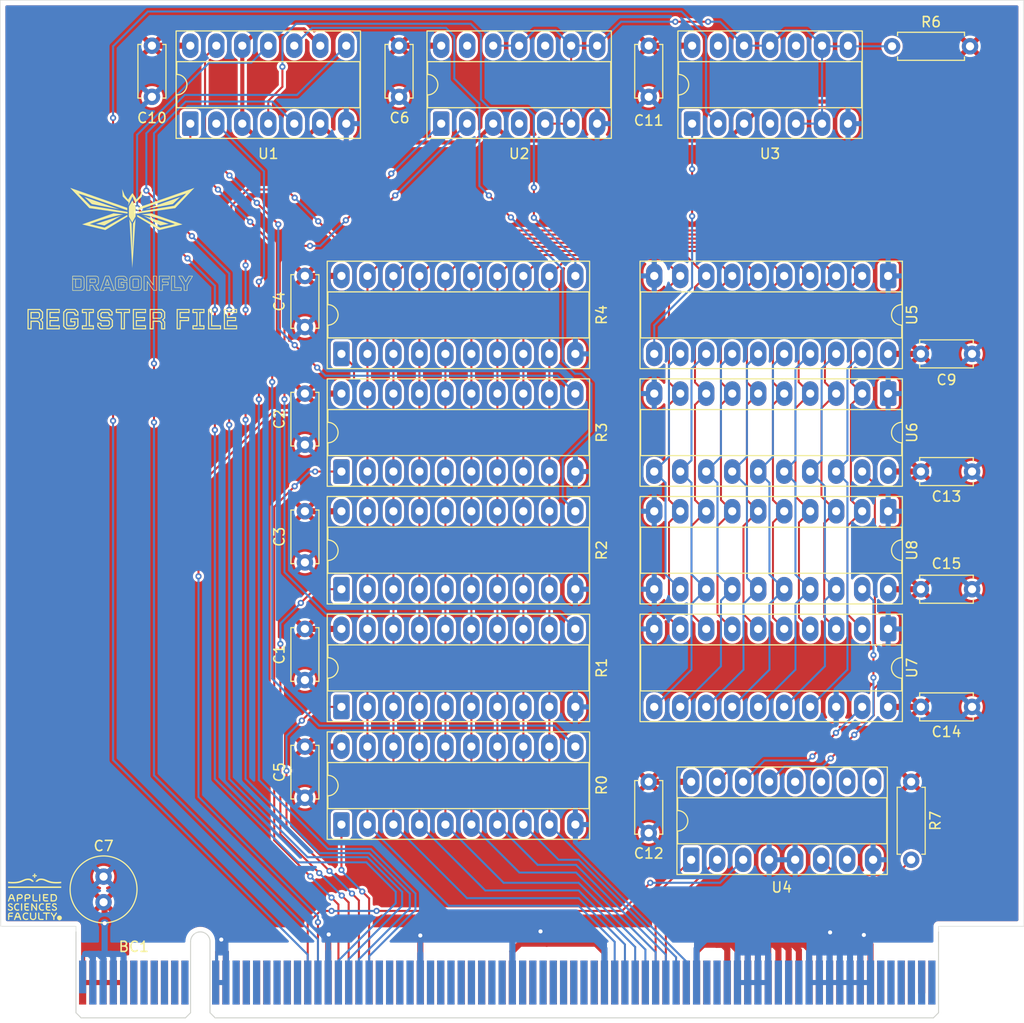
<source format=kicad_pcb>
(kicad_pcb (version 20241229) (generator "pcbnew") (generator_version "9.0")
  (layers (0 "F.Cu" signal) (2 "B.Cu" signal) (13 "F.Paste" user) (15 "B.Paste" user) (5 "F.SilkS" user "F.Silkscreen") (7 "B.SilkS" user "B.Silkscreen") (1 "F.Mask" user) (3 "B.Mask" user) (25 "Edge.Cuts" user))
  (net 0 "")
  (net 4 "GND")
  (net 8 "Net-(BC1-~{RYH})")
  (net 12 "Net-(BC1-~{LZL})")
  (net 15 "/DATA0")
  (net 20 "VCC")
  (net 29 "Net-(BC1-~{RZH})")
  (net 31 "/~{CLK}")
  (net 32 "Net-(BC1-~{RZL})")
  (net 33 "/~{PASS}")
  (net 35 "/DATA5")
  (net 48 "Net-(BC1-~{RYL})")
  (net 50 "/DATA7")
  (net 53 "/LAC")
  (net 56 "Net-(BC1-~{LZH})")
  (net 62 "Net-(BC1-~{LYH})")
  (net 65 "/DATA4")
  (net 67 "/DATA3")
  (net 75 "Net-(BC1-~{RXH})")
  (net 79 "/SHR")
  (net 81 "/DATA6")
  (net 84 "/SHL")
  (net 85 "Net-(BC1-~{LYL})")
  (net 86 "Net-(BC1-~{LXH})")
  (net 88 "/DATA1")
  (net 90 "Net-(R0-Cp)")
  (net 91 "Net-(R1-Cp)")
  (net 92 "Net-(R2-Cp)")
  (net 93 "Net-(R3-Cp)")
  (net 94 "Net-(R4-Cp)")
  (net 95 "/DATA2")
  (net 103 "Net-(R6-Pad1)")
  (net 104 "Net-(U4-E3)")
  (net 106 "Net-(U5-Cp)")
  (net 110 "/ACSHRIGHT")
  (net 115 "/ACSHLEFT")
  (net 116 "/~{RAC}")
  (net 117 "/ACCUM1")
  (net 118 "/ACCUM4")
  (net 119 "/ACCUM0")
  (net 120 "/ACCUM2")
  (net 121 "/ACCUM6")
  (net 122 "/ACCUM3")
  (net 123 "/ACCUM7")
  (net 124 "/ACCUM5")
  (footprint "Capacitor_THT:C_Radial_D6.3mm_H5.0mm_P2.50mm" (layer "F.Cu") (at 73.321016 130.646036 90)
    (property "Reference" "C7")
    (property "Value" "C")
  )
  (footprint "Package_DIP:DIP-20_W7.62mm_Socket_LongPads" (layer "F.Cu") (at 96.57 77.06 90)
    (property "Reference" "R4")
    (property "Value" "74LS574")
  )
  (footprint "Capacitor_THT:C_Disc_D5.0mm_W2.5mm_P5.00mm" (layer "F.Cu") (at 78.05 46.94 -90)
    (property "Reference" "C10")
    (property "Value" "C")
  )
  (footprint "Capacitor_THT:C_Disc_D5.0mm_W2.5mm_P5.00mm" (layer "F.Cu") (at 102.2 46.94 -90)
    (property "Reference" "C6")
    (property "Value" "C")
  )
  (footprint "Resistor_THT:R_Axial_DIN0207_L6.3mm_D2.5mm_P7.62mm_Horizontal" (layer "F.Cu") (at 150.38 47)
    (property "Reference" "R6")
    (property "Value" "R")
  )
  (footprint "Package_DIP:DIP-20_W7.62mm_Socket_LongPads" (layer "F.Cu") (at 96.57 100.06 90)
    (property "Reference" "R2")
    (property "Value" "74LS574")
  )
  (footprint "Connector_PCBEdge:BUS_PCIexpress_x16" (layer "F.Cu") (at 71.275 138.5)
    (property "Reference" "BC1")
    (property "Value" "BusConnector")
    (fp_line (start -0.65 -4.95) (end -0.65 2.95) (stroke (width 0.1)) (layer "Edge.Cuts"))
    (fp_line (start -0.65 2.95) (end -0.15 3.45) (stroke (width 0.1)) (layer "Edge.Cuts"))
    (fp_line (start -0.15 3.45) (end 10.05 3.45) (stroke (width 0.1)) (layer "Edge.Cuts"))
    (fp_line (start 10.55 -4) (end 10.55 2.95) (stroke (width 0.1)) (layer "Edge.Cuts"))
    (fp_line (start 10.55 2.95) (end 10.05 3.45) (stroke (width 0.1)) (layer "Edge.Cuts"))
    (fp_line (start 12.45 -4) (end 12.45 2.95) (stroke (width 0.1)) (layer "Edge.Cuts"))
    (fp_line (start 12.45 2.95) (end 12.95 3.45) (stroke (width 0.1)) (layer "Edge.Cuts"))
    (fp_line (start 12.95 3.45) (end 83.15 3.45) (stroke (width 0.1)) (layer "Edge.Cuts"))
    (fp_line (start 83.65 -4.95) (end 83.65 2.95) (stroke (width 0.1)) (layer "Edge.Cuts"))
    (fp_line (start 83.65 2.95) (end 83.15 3.45) (stroke (width 0.1)) (layer "Edge.Cuts"))
    (fp_arc (start 10.55 -4) (mid 11.5 -4.95) (end 12.45 -4) (stroke (width 0.1)) (layer "Edge.Cuts"))
  )
  (footprint "Capacitor_THT:C_Disc_D5.0mm_W2.5mm_P5.00mm" (layer "F.Cu") (at 126.6 46.94 -90)
    (property "Reference" "C11")
    (property "Value" "C")
  )
  (footprint "Capacitor_THT:C_Disc_D5.0mm_W2.5mm_P5.00mm" (layer "F.Cu") (at 153.2 111.56)
    (property "Reference" "C14")
    (property "Value" "C")
  )
  (footprint "Package_DIP:DIP-20_W7.62mm_Socket_LongPads" (layer "F.Cu") (at 96.57 111.56 90)
    (property "Reference" "R1")
    (property "Value" "74LS574")
  )
  (footprint "Package_DIP:DIP-20_W7.62mm_Socket_LongPads" (layer "F.Cu") (at 96.57 123.06 90)
    (property "Reference" "R0")
    (property "Value" "74LS574")
  )
  (footprint "Capacitor_THT:C_Disc_D5.0mm_W2.5mm_P5.00mm" (layer "F.Cu") (at 93 85.94 90)
    (property "Reference" "C2")
    (property "Value" "C")
  )
  (footprint "Capacitor_THT:C_Disc_D5.0mm_W2.5mm_P5.00mm" (layer "F.Cu") (at 93 120.44 90)
    (property "Reference" "C5")
    (property "Value" "C")
  )
  (footprint "kibuzzard-6911B41A" (layer "F.Cu") (at 76.130672 73.666791)
    (property "Reference" "kibuzzard-6911B41A" (hide yes))
    (property "Value" "G***" (hide yes))
  )
  (footprint "Capacitor_THT:C_Disc_D5.0mm_W2.5mm_P5.00mm" (layer "F.Cu") (at 93 74.44 90)
    (property "Reference" "C4")
    (property "Value" "C")
  )
  (footprint "Resistor_THT:R_Axial_DIN0207_L6.3mm_D2.5mm_P7.62mm_Horizontal" (layer "F.Cu") (at 152.25 118.88 -90)
    (property "Reference" "R7")
    (property "Value" "R")
  )
  (footprint "Capacitor_THT:C_Disc_D5.0mm_W2.5mm_P5.00mm" (layer "F.Cu") (at 93 97.44 90)
    (property "Reference" "C3")
    (property "Value" "C")
  )
  (footprint "Capacitor_THT:C_Disc_D5.0mm_W2.5mm_P5.00mm" (layer "F.Cu") (at 153.2 77.06)
    (property "Reference" "C9")
    (property "Value" "C")
  )
  (footprint "Capacitor_THT:C_Disc_D5.0mm_W2.5mm_P5.00mm" (layer "F.Cu") (at 93 108.94 90)
    (property "Reference" "C1")
    (property "Value" "C")
  )
  (footprint "Package_DIP:DIP-14_W7.62mm_Socket_LongPads" (layer "F.Cu") (at 106.32 54.56 90)
    (property "Reference" "U2")
    (property "Value" "74LS02")
  )
  (footprint "Capacitor_THT:C_Disc_D5.0mm_W2.5mm_P5.00mm" (layer "F.Cu") (at 153.2 88.56)
    (property "Reference" "C13")
    (property "Value" "C")
  )
  (footprint "Capacitor_THT:C_Disc_D5.0mm_W2.5mm_P5.00mm" (layer "F.Cu") (at 126.6 118.88 -90)
    (property "Reference" "C12")
    (property "Value" "C")
  )
  (footprint "Package_DIP:DIP-20_W7.62mm_Socket_LongPads" (layer "F.Cu") (at 150 69.44 -90)
    (property "Reference" "U5")
    (property "Value" "74LS574")
  )
  (footprint "Package_DIP:DIP-20_W7.62mm_Socket_LongPads" (layer "F.Cu") (at 150 92.44 -90)
    (property "Reference" "U8")
    (property "Value" "74LS245")
  )
  (footprint "Package_DIP:DIP-16_W7.62mm_Socket_LongPads" (layer "F.Cu") (at 130.75 126.5 90)
    (property "Reference" "U4")
    (property "Value" "74LS138")
  )
  (footprint "Capacitor_THT:C_Disc_D5.0mm_W2.5mm_P5.00mm" (layer "F.Cu") (at 153.2 100.06)
    (property "Reference" "C15")
    (property "Value" "C")
  )
  (footprint "Package_DIP:DIP-14_W7.62mm_Socket_LongPads" (layer "F.Cu") (at 81.8 54.56 90)
    (property "Reference" "U1")
    (property "Value" "74LS02")
  )
  (footprint "Package_DIP:DIP-20_W7.62mm_Socket_LongPads" (layer "F.Cu") (at 96.57 88.56 90)
    (property "Reference" "R3")
    (property "Value" "74LS574")
  )
  (footprint "Package_DIP:DIP-14_W7.62mm_Socket_LongPads" (layer "F.Cu") (at 130.84 54.56 90)
    (property "Reference" "U3")
    (property "Value" "74LS02")
  )
  (footprint "Package_DIP:DIP-20_W7.62mm_Socket_LongPads" (layer "F.Cu") (at 150 80.94 -90)
    (property "Reference" "U6")
    (property "Value" "74LS245")
  )
  (footprint "Package_DIP:DIP-20_W7.62mm_Socket_LongPads" (layer "F.Cu") (at 150 103.94 -90)
    (property "Reference" "U7")
    (property "Value" "74LS245")
  )
  (gr_poly (pts (xy 80.324318 62.817917) (xy 76.593693 63.347083) (xy 76.593693 63.188333) (xy 80.218484 62.579792) (xy 80.8091 61.991028) (xy 81.210349 61.582569) (xy 81.339161 61.44534) (xy 81.373327 61.405416) (xy 81.381313 61.394119) (xy 81.382651 61.389167) (xy 80.628911 61.638115) (xy 78.992868 62.202826) (xy 76.620151 63.029583) (xy 76.620151 62.791458) (xy 82.202859 60.833542)) (fill yes) (layer "F.SilkS"))
  (gr_poly (pts (xy 65.764721 131.656523) (xy 65.773295 131.656896) (xy 65.781768 131.657498) (xy 65.79013 131.658315) (xy 65.798369 131.659331) (xy 65.806476 131.660531) (xy 65.81444 131.661899) (xy 65.822251 131.66342) (xy 65.837371 131.666859) (xy 65.851755 131.670726) (xy 65.865318 131.674898) (xy 65.877978 131.679252) (xy 65.889652 131.683664) (xy 65.900256 131.688012) (xy 65.909709 131.692174) (xy 65.917927 131.696026) (xy 65.930326 131.702309) (xy 65.936789 131.705879) (xy 65.939437 131.707525) (xy 65.941972 131.709286) (xy 65.944393 131.711156) (xy 65.946698 131.713129) (xy 65.948885 131.715201) (xy 65.950954 131.717366) (xy 65.952902 131.719619) (xy 65.95473 131.721954) (xy 65.956434 131.724368) (xy 65.958014 131.726853) (xy 65.959468 131.729406) (xy 65.960796 131.73202) (xy 65.961994 131.734691) (xy 65.963063 131.737414) (xy 65.964001 131.740182) (xy 65.964806 131.742991) (xy 65.965477 131.745837) (xy 65.966012 131.748712) (xy 65.96641 131.751613) (xy 65.96667 131.754533) (xy 65.96679 131.757469) (xy 65.966769 131.760414) (xy 65.966606 131.763363) (xy 65.966299 131.766311) (xy 65.965846 131.769253) (xy 65.965246 131.772183) (xy 65.964499 131.775097) (xy 65.963601 131.777989) (xy 65.962553 131.780854) (xy 65.961352 131.783687) (xy 65.959998 131.786482) (xy 65.958488 131.789234) (xy 65.956843 131.791882) (xy 65.955084 131.794417) (xy 65.953218 131.796837) (xy 65.951249 131.799141) (xy 65.949183 131.801328) (xy 65.947024 131.803396) (xy 65.944778 131.805344) (xy 65.94245 131.80717) (xy 65.940045 131.808872) (xy 65.937567 131.81045) (xy 65.935023 131.811902) (xy 65.932417 131.813226) (xy 65.929754 131.814421) (xy 65.927039 131.815485) (xy 65.924278 131.816418) (xy 65.921475 131.817217) (xy 65.918635 131.817881) (xy 65.915765 131.818409) (xy 65.912868 131.818799) (xy 65.90995 131.819049) (xy 65.907016 131.819159) (xy 65.90407 131.819127) (xy 65.901119 131.818952) (xy 65.898167 131.818631) (xy 65.89522 131.818163) (xy 65.892282 131.817548) (xy 65.889358 131.816784) (xy 65.886453 131.815868) (xy 65.883574 131.8148) (xy 65.880724 131.813578) (xy 65.877909 131.812201) (xy 65.875133 131.810668) (xy 65.865123 131.805541) (xy 65.853574 131.800286) (xy 65.838517 131.794261) (xy 65.829874 131.791201) (xy 65.820595 131.788237) (xy 65.81076 131.785466) (xy 65.800449 131.782982) (xy 65.789743 131.780883) (xy 65.778722 131.779265) (xy 65.767466 131.778224) (xy 65.756055 131.777855) (xy 65.742474 131.778098) (xy 65.729319 131.778825) (xy 65.716589 131.780037) (xy 65.704285 131.781733) (xy 65.692408 131.783912) (xy 65.680957 131.786575) (xy 65.669933 131.78972) (xy 65.659337 131.793348) (xy 65.649169 131.797457) (xy 65.63943 131.802048) (xy 65.630118 131.807119) (xy 65.621237 131.812671) (xy 65.612784 131.818704) (xy 65.604761 131.825215) (xy 65.597169 131.832206) (xy 65.590007 131.839676) (xy 65.583277 131.847624) (xy 65.576978 131.85605) (xy 65.57111 131.864954) (xy 65.565675 131.874334) (xy 65.560672 131.884192) (xy 65.556103 131.894525) (xy 65.551966 131.905334) (xy 65.548264 131.916618) (xy 65.544996 131.928377) (xy 65.542162 131.940611) (xy 65.539763 131.953318) (xy 65.537799 131.966499) (xy 65.535179 131.99428) (xy 65.534305 132.02395) (xy 65.534524 132.03902) (xy 65.535179 132.053616) (xy 65.536271 132.06774) (xy 65.537799 132.081389) (xy 65.539763 132.094564) (xy 65.542162 132.107264) (xy 65.544996 132.11949) (xy 65.548264 132.13124) (xy 65.551966 132.142514) (xy 65.556103 132.153313) (xy 65.560672 132.163635) (xy 65.565675 132.173481) (xy 65.57111 132.18285) (xy 65.576978 132.191741) (xy 65.583277 132.200155) (xy 65.590007 132.20809) (xy 65.597169 132.215548) (xy 65.604761 132.222527) (xy 65.612784 132.229026) (xy 65.621237 132.235047) (xy 65.630118 132.240588) (xy 65.63943 132.245648) (xy 65.649169 132.250229) (xy 65.659337 132.254328) (xy 65.669933 132.257947) (xy 65.680957 132.261084) (xy 65.692408 132.26374) (xy 65.704285 132.265913) (xy 65.716589 132.267604) (xy 65.729319 132.268812) (xy 65.742474 132.269538) (xy 65.756055 132.269779) (xy 65.76173 132.269684) (xy 65.767385 132.269405) (xy 65.773009 132.268955) (xy 65.778593 132.268347) (xy 65.784125 132.267592) (xy 65.789595 132.266703) (xy 65.794993 132.265691) (xy 65.800308 132.26457) (xy 65.810648 132.262046) (xy 65.820529 132.25923) (xy 65.829869 132.256218) (xy 65.838583 132.253109) (xy 65.846587 132.249999) (xy 65.853796 132.246987) (xy 65.860127 132.244171) (xy 65.865496 132.241647) (xy 65.873009 132.23787) (xy 65.875663 132.236438) (xy 65.878415 132.234977) (xy 65.881209 132.233669) (xy 65.884042 132.232515) (xy 65.886906 132.231511) (xy 65.889797 132.230657) (xy 65.892709 132.229951) (xy 65.895638 132.229392) (xy 65.898577 132.228978) (xy 65.901522 132.228709) (xy 65.904466 132.228583) (xy 65.907406 132.228598) (xy 65.910335 132.228753) (xy 65.913248 132.229047) (xy 65.91614 132.229478) (xy 65.919005 132.230046) (xy 65.921839 132.230748) (xy 65.924635 132.231583) (xy 65.927388 132.232551) (xy 65.930094 132.233649) (xy 65.932747 132.234876) (xy 65.935341 132.236231) (xy 65.937871 132.237713) (xy 65.940332 132.23932) (xy 65.942719 132.241051) (xy 65.945025 132.242905) (xy 65.947247 132.244879) (xy 65.949378 132.246974) (xy 65.951413 132.249186) (xy 65.953347 132.251516) (xy 65.955174 132.253962) (xy 65.95689 132.256522) (xy 65.958488 132.259194) (xy 65.959974 132.261922) (xy 65.961306 132.264692) (xy 65.962485 132.267499) (xy 65.963514 132.270339) (xy 65.964393 132.273206) (xy 65.965124 132.276095) (xy 65.965707 132.279001) (xy 65.966146 132.281918) (xy 65.96644 132.284842) (xy 65.966591 132.287766) (xy 65.966601 132.290686) (xy 65.96647 132.293597) (xy 65.966201 132.296492) (xy 65.965794 132.299368) (xy 65.965252 132.302219) (xy 65.964574 132.305039) (xy 65.963764 132.307824) (xy 65.962821 132.310568) (xy 65.961748 132.313265) (xy 65.960545 132.315911) (xy 65.959215 132.318501) (xy 65.957758 132.321029) (xy 65.956175 132.32349) (xy 65.954469 132.325878) (xy 65.952641 132.328189) (xy 65.950691 132.330417) (xy 65.948621 132.332557) (xy 65.946434 132.334604) (xy 65.944129 132.336553) (xy 65.941708 132.338398) (xy 65.939173 132.340133) (xy 65.936525 132.341755) (xy 65.930051 132.345325) (xy 65.917629 132.351608) (xy 65.899936 132.359622) (xy 65.877647 132.368382) (xy 65.864991 132.372736) (xy 65.851439 132.376907) (xy 65.837076 132.380774) (xy 65.821986 132.384214) (xy 65.806255 132.387103) (xy 65.789967 132.389319) (xy 65.773205 132.390738) (xy 65.756055 132.391239) (xy 65.756055 132.39124) (xy 65.736166 132.390839) (xy 65.716791 132.389642) (xy 65.697939 132.387656) (xy 65.679617 132.38489) (xy 65.661832 132.381352) (xy 65.644593 132.37705) (xy 65.627906 132.371993) (xy 65.611781 132.366188) (xy 65.596223 132.359644) (xy 65.581241 132.35237) (xy 65.566843 132.344372) (xy 65.553037 132.33566) (xy 65.539829 132.326241) (xy 65.527227 132.316124) (xy 65.51524 132.305317) (xy 65.503875 132.293828) (xy 65.493139 132.281665) (xy 65.48304 132.268837) (xy 65.473586 132.255351) (xy 65.464785 132.241217) (xy 65.456643 132.226441) (xy 65.44917 132.211033) (xy 65.442372 132.195) (xy 65.436257 132.178351) (xy 65.430832 132.161094) (xy 65.426106 132.143236) (xy 65.422087 132.124787) (xy 65.41878 132.105754) (xy 65.416196 132.086146) (xy 65.41434 132.06597) (xy 65.413221 132.045236) (xy 65.412846 132.02395) (xy 65.413221 132.002641) (xy 65.41434 131.981884) (xy 65.416196 131.961687) (xy 65.41878 131.942059) (xy 65.422087 131.923008) (xy 65.426106 131.904542) (xy 65.430832 131.886669) (xy 65.436257 131.869397) (xy 65.442372 131.852734) (xy 65.44917 131.836689) (xy 65.456643 131.821269) (xy 65.464785 131.806483) (xy 65.473586 131.79234) (xy 65.48304 131.778846) (xy 65.493139 131.76601) (xy 65.503875 131.753841) (xy 65.51524 131.742346) (xy 65.527227 131.731534) (xy 65.539829 131.721412) (xy 65.553037 131.71199) (xy 65.566843 131.703274) (xy 65.581241 131.695274) (xy 65.596223 131.687997) (xy 65.611781 131.681451) (xy 65.627906 131.675645) (xy 65.644593 131.670587) (xy 65.661832 131.666285) (xy 65.679617 131.662746) (xy 65.697939 131.65998) (xy 65.716791 131.657994) (xy 65.736166 131.656796) (xy 65.756055 131.656395)) (fill yes) (layer "F.SilkS"))
  (gr_poly (pts (xy 80.276429 70.588729) (xy 80.909841 70.592169) (xy 80.906401 70.86125) (xy 79.953901 70.86125) (xy 79.953901 69.458959) (xy 80.271401 69.458959)) (stroke (width 0.052916)) (fill no) (layer "F.SilkS"))
  (gr_poly (pts (xy 75.314169 69.470336) (xy 75.330122 69.471259) (xy 75.345731 69.47357) (xy 75.360983 69.477175) (xy 75.375869 69.481982) (xy 75.390378 69.487898) (xy 75.404499 69.494831) (xy 75.418222 69.502686) (xy 75.431536 69.511371) (xy 75.444431 69.520793) (xy 75.456896 69.53086) (xy 75.46892 69.541477) (xy 75.480493 69.552554) (xy 75.491605 69.563996) (xy 75.502244 69.57571) (xy 75.522065 69.599585) (xy 75.53987 69.623434) (xy 75.555575 69.646516) (xy 75.569095 69.668086) (xy 75.580347 69.687402) (xy 75.595707 69.716294) (xy 75.600977 69.727246) (xy 75.614735 69.882292) (xy 75.297235 69.882292) (xy 75.297197 69.884032) (xy 75.297135 69.882523) (xy 75.297235 69.829375) (xy 75.297106 69.822885) (xy 75.296684 69.816754) (xy 75.295988 69.810973) (xy 75.295037 69.80553) (xy 75.293851 69.800416) (xy 75.29245 69.795621) (xy 75.290852 69.791134) (xy 75.289078 69.786946) (xy 75.287147 69.783048) (xy 75.285079 69.779427) (xy 75.282893 69.776076) (xy 75.280608 69.772983) (xy 75.278244 69.770139) (xy 75.275821 69.767533) (xy 75.273359 69.765156) (xy 75.270876 69.762998) (xy 75.268392 69.761048) (xy 75.265927 69.759296) (xy 75.2635 69.757733) (xy 75.261131 69.756348) (xy 75.256644 69.754074) (xy 75.252623 69.752394) (xy 75.249224 69.751226) (xy 75.246603 69.750492) (xy 75.244318 69.75) (xy 74.847443 69.75) (xy 74.841565 69.750175) (xy 74.836123 69.750638) (xy 74.831101 69.751369) (xy 74.826482 69.75235) (xy 74.822251 69.753561) (xy 74.81839 69.754982) (xy 74.814884 69.756595) (xy 74.811716 69.75838) (xy 74.80887 69.760318) (xy 74.806329 69.762391) (xy 74.804076 69.764577) (xy 74.802097 69.76686) (xy 74.800374 69.769218) (xy 74.79889 69.771633) (xy 74.79763 69.774086) (xy 74.796577 69.776558) (xy 74.795714 69.779028) (xy 74.795026 69.781479) (xy 74.794496 69.783891) (xy 74.794108 69.786244) (xy 74.79369 69.790697) (xy 74.793642 69.794686) (xy 74.793832 69.798056) (xy 74.79413 69.800654) (xy 74.794526 69.802917) (xy 74.794526 70.517291) (xy 74.794731 70.522215) (xy 74.795374 70.526824) (xy 74.796427 70.531128) (xy 74.797861 70.535138) (xy 74.799646 70.538864) (xy 74.801753 70.542316) (xy 74.804153 70.545505) (xy 74.806817 70.548442) (xy 74.809715 70.551136) (xy 74.812819 70.553599) (xy 74.816098 70.55584) (xy 74.819525 70.55787) (xy 74.823069 70.5597) (xy 74.826701 70.56134) (xy 74.830393 70.562799) (xy 74.834115 70.56409) (xy 74.841531 70.566204) (xy 74.848717 70.567766) (xy 74.855438 70.56886) (xy 74.861462 70.569567) (xy 74.87048 70.570159) (xy 74.873901 70.570208) (xy 75.244318 70.570208) (xy 75.249638 70.57001) (xy 75.254592 70.569527) (xy 75.259194 70.568778) (xy 75.263456 70.567782) (xy 75.267391 70.566559) (xy 75.271013 70.565128) (xy 75.274334 70.563507) (xy 75.277366 70.561717) (xy 75.280124 70.559774) (xy 75.282619 70.5577) (xy 75.284864 70.555513) (xy 75.286874 70.553232) (xy 75.288659 70.550877) (xy 75.290234 70.548465) (xy 75.291611 70.546017) (xy 75.292803 70.543551) (xy 75.293823 70.541087) (xy 75.294684 70.538644) (xy 75.295398 70.53624) (xy 75.295979 70.533895) (xy 75.296792 70.529458) (xy 75.297226 70.525485) (xy 75.297385 70.522129) (xy 75.29737 70.519543) (xy 75.297235 70.517291) (xy 75.297235 70.307742) (xy 75.032651 70.305625) (xy 75.032651 70.0675) (xy 75.596478 70.067233) (xy 75.603159 70.265737) (xy 75.606524 70.439825) (xy 75.606759 70.523982) (xy 75.605474 70.597988) (xy 75.604282 70.614987) (xy 75.601852 70.631315) (xy 75.598269 70.64698) (xy 75.593616 70.66199) (xy 75.587977 70.676354) (xy 75.581435 70.690081) (xy 75.574074 70.703179) (xy 75.565977 70.715657) (xy 75.557228 70.727525) (xy 75.547911 70.738789) (xy 75.538109 70.74946) (xy 75.527907 70.759546) (xy 75.517387 70.769055) (xy 75.506633 70.777996) (xy 75.495729 70.786378) (xy 75.484758 70.79421) (xy 75.462952 70.808256) (xy 75.441882 70.820205) (xy 75.422219 70.830125) (xy 75.404631 70.838085) (xy 75.378355 70.848407) (xy 75.368408 70.851724) (xy 75.18654 70.85437) (xy 74.988562 70.854403) (xy 74.745314 70.850666) (xy 74.723059 70.849425) (xy 74.702057 70.846855) (xy 74.682273 70.843043) (xy 74.663671 70.838081) (xy 74.646216 70.832058) (xy 74.629871 70.825065) (xy 74.6146 70.81719) (xy 74.600368 70.808523) (xy 74.587139 70.799156) (xy 74.574876 70.789176) (xy 74.563544 70.778675) (xy 74.553107 70.767741) (xy 74.54353 70.756466) (xy 74.534775 70.744938) (xy 74.526808 70.733247) (xy 74.519592 70.721484) (xy 74.513091 70.709738) (xy 74.50727 70.698098) (xy 74.497523 70.675499) (xy 74.490064 70.654406) (xy 74.484605 70.635536) (xy 74.480858 70.619608) (xy 74.478538 70.607342) (xy 74.477027 70.596667) (xy 74.477027 69.75) (xy 74.478413 69.725597) (xy 74.4816 69.702662) (xy 74.486466 69.681148) (xy 74.492889 69.661012) (xy 74.50075 69.642207) (xy 74.509927 69.624688) (xy 74.520299 69.608409) (xy 74.531746 69.593325) (xy 74.544146 69.579391) (xy 74.557379 69.566561) (xy 74.571323 69.554789) (xy 74.585857 69.544031) (xy 74.600862 69.53424) (xy 74.616215 69.525372) (xy 74.631797 69.517381) (xy 74.647485 69.510221) (xy 74.678698 69.498214) (xy 74.708889 69.488987) (xy 74.737089 69.482177) (xy 74.76233 69.477421) (xy 74.783647 69.474354) (xy 74.800071 69.472614) (xy 74.814371 69.471658) (xy 75.001365 69.470103) (xy 75.165307 69.469537)) (stroke (width 0.052916)) (fill no) (layer "F.SilkS"))
  (gr_poly (pts (xy 64.43054 131.656474) (xy 64.43363 131.656709) (xy 64.436675 131.657096) (xy 64.439672 131.657631) (xy 64.442616 131.658311) (xy 64.445504 131.659131) (xy 64.448332 131.660088) (xy 64.451096 131.661178) (xy 64.453791 131.662397) (xy 64.456416 131.663742) (xy 64.458964 131.665207) (xy 64.461434 131.666791) (xy 64.46382 131.668488) (xy 64.466119 131.670295) (xy 64.468328 131.672208) (xy 64.470442 131.674223) (xy 64.472457 131.676337) (xy 64.47437 131.678546) (xy 64.476177 131.680845) (xy 64.477874 131.683231) (xy 64.479457 131.6857) (xy 64.480923 131.688249) (xy 64.482267 131.690873) (xy 64.483486 131.693569) (xy 64.484576 131.696333) (xy 64.485533 131.699161) (xy 64.486354 131.702048) (xy 64.487034 131.704993) (xy 64.487569 131.707989) (xy 64.487956 131.711035) (xy 64.488191 131.714125) (xy 64.48827 131.717256) (xy 64.488191 131.720387) (xy 64.487956 131.723475) (xy 64.487569 131.726517) (xy 64.487034 131.729509) (xy 64.486354 131.732448) (xy 64.485533 131.735328) (xy 64.484576 131.738148) (xy 64.483486 131.740903) (xy 64.482267 131.743589) (xy 64.480923 131.746203) (xy 64.479457 131.748741) (xy 64.477874 131.751199) (xy 64.476177 131.753573) (xy 64.47437 131.755861) (xy 64.472457 131.758057) (xy 64.470442 131.760158) (xy 64.468328 131.762161) (xy 64.466119 131.764062) (xy 64.46382 131.765857) (xy 64.461434 131.767542) (xy 64.458964 131.769114) (xy 64.456416 131.770569) (xy 64.453791 131.771903) (xy 64.451096 131.773112) (xy 64.448332 131.774193) (xy 64.445504 131.775142) (xy 64.442616 131.775955) (xy 64.439672 131.776629) (xy 64.436675 131.77716) (xy 64.43363 131.777543) (xy 64.43054 131.777776) (xy 64.427408 131.777854) (xy 64.230003 131.777854) (xy 64.230003 131.777856) (xy 64.218846 131.778055) (xy 64.208381 131.778637) (xy 64.198587 131.779582) (xy 64.189441 131.780868) (xy 64.18092 131.782473) (xy 64.173004 131.784378) (xy 64.165668 131.78656) (xy 64.158892 131.788999) (xy 64.152652 131.791673) (xy 64.146927 131.794561) (xy 64.141694 131.797642) (xy 64.136932 131.800895) (xy 64.132617 131.804298) (xy 64.128729 131.807831) (xy 64.125243 131.811472) (xy 64.122139 131.8152) (xy 64.119393 131.818994) (xy 64.116985 131.822833) (xy 64.114891 131.826695) (xy 64.113089 131.83056) (xy 64.111557 131.834406) (xy 64.110272 131.838211) (xy 64.108358 131.845619) (xy 64.107168 131.852612) (xy 64.106524 131.859021) (xy 64.106162 131.869413) (xy 64.10593 131.906493) (xy 64.105897 131.958061) (xy 64.391156 131.958061) (xy 64.394263 131.95814) (xy 64.397331 131.958375) (xy 64.400355 131.958762) (xy 64.403332 131.959298) (xy 64.406258 131.959977) (xy 64.409129 131.960798) (xy 64.411941 131.961755) (xy 64.41469 131.962844) (xy 64.417373 131.964063) (xy 64.419985 131.965408) (xy 64.422522 131.966873) (xy 64.424981 131.968457) (xy 64.427358 131.970154) (xy 64.429649 131.971961) (xy 64.43185 131.973874) (xy 64.433958 131.975889) (xy 64.435967 131.978003) (xy 64.437875 131.980212) (xy 64.439678 131.982511) (xy 64.441371 131.984897) (xy 64.442951 131.987366) (xy 64.444414 131.989915) (xy 64.445756 131.992539) (xy 64.446973 131.995235) (xy 64.448062 131.997999) (xy 64.449018 132.000827) (xy 64.449838 132.003714) (xy 64.450517 132.006659) (xy 64.451052 132.009656) (xy 64.451439 132.012701) (xy 64.451674 132.015791) (xy 64.451753 132.018923) (xy 64.451674 132.022054) (xy 64.451439 132.025144) (xy 64.451052 132.02819) (xy 64.450517 132.031186) (xy 64.449838 132.034131) (xy 64.449018 132.037018) (xy 64.448062 132.039846) (xy 64.446973 132.04261) (xy 64.445756 132.045306) (xy 64.444414 132.04793) (xy 64.442951 132.050478) (xy 64.441371 132.052948) (xy 64.439678 132.055334) (xy 64.437875 132.057633) (xy 64.435967 132.059842) (xy 64.433958 132.061956) (xy 64.43185 132.063971) (xy 64.429649 132.065884) (xy 64.427358 132.067691) (xy 64.424981 132.069388) (xy 64.422522 132.070971) (xy 64.419985 132.072437) (xy 64.417373 132.073781) (xy 64.41469 132.075) (xy 64.411941 132.07609) (xy 64.409129 132.077047) (xy 64.406258 132.077867) (xy 64.403332 132.078547) (xy 64.400355 132.079082) (xy 64.397331 132.07947) (xy 64.394263 132.079705) (xy 64.391156 132.079784) (xy 64.105897 132.079784) (xy 64.106162 132.330642) (xy 64.106084 132.333749) (xy 64.105851 132.336817) (xy 64.105467 132.339842) (xy 64.104937 132.342819) (xy 64.104263 132.345745) (xy 64.10345 132.348617) (xy 64.102501 132.35143) (xy 64.10142 132.354181) (xy 64.10021 132.356865) (xy 64.098876 132.359479) (xy 64.097422 132.362019) (xy 64.09585 132.364481) (xy 64.094164 132.366862) (xy 64.092369 132.369158) (xy 64.090469 132.371364) (xy 64.088466 132.373477) (xy 64.086364 132.375493) (xy 64.084168 132.377409) (xy 64.081881 132.379219) (xy 64.079506 132.380922) (xy 64.077048 132.382512) (xy 64.074511 132.383986) (xy 64.071897 132.385341) (xy 64.069211 132.386571) (xy 64.066456 132.387675) (xy 64.063636 132.388646) (xy 64.060755 132.389483) (xy 64.057817 132.390181) (xy 64.054825 132.390735) (xy 64.051783 132.391143) (xy 64.048695 132.391401) (xy 64.045565 132.391504) (xy 64.042433 132.391425) (xy 64.039343 132.39119) (xy 64.036298 132.390803) (xy 64.033301 132.390268) (xy 64.030357 132.389589) (xy 64.027469 132.388769) (xy 64.024641 132.387813) (xy 64.021877 132.386725) (xy 64.019181 132.385507) (xy 64.016557 132.384165) (xy 64.014009 132.382702) (xy 64.011539 132.381122) (xy 64.009153 132.379429) (xy 64.006854 132.377626) (xy 64.004645 132.375718) (xy 64.002531 132.373709) (xy 64.000516 132.371601) (xy 63.998603 132.3694) (xy 63.996796 132.367109) (xy 63.995099 132.364732) (xy 63.993516 132.362273) (xy 63.99205 132.359736) (xy 63.990706 132.357124) (xy 63.989487 132.354441) (xy 63.988397 132.351692) (xy 63.98744 132.34888) (xy 63.986619 132.346009) (xy 63.98594 132.343083) (xy 63.985404 132.340106) (xy 63.985017 132.337081) (xy 63.984782 132.334014) (xy 63.984703 132.330906) (xy 63.984703 131.868354) (xy 63.985097 131.856245) (xy 63.986027 131.844432) (xy 63.987487 131.83292) (xy 63.989469 131.821715) (xy 63.991967 131.810824) (xy 63.994974 131.800252) (xy 63.998484 131.790004) (xy 64.00249 131.780088) (xy 64.006985 131.770507) (xy 64.011962 131.761269) (xy 64.017416 131.752379) (xy 64.023338 131.743843) (xy 64.029723 131.735667) (xy 64.036563 131.727856) (xy 64.043853 131.720416) (xy 64.051585 131.713354) (xy 64.059752 131.706675) (xy 64.068349 131.700384) (xy 64.077368 131.694488) (xy 64.086803 131.688992) (xy 64.096646 131.683903) (xy 64.106892 131.679226) (xy 64.117533 131.674966) (xy 64.128564 131.671131) (xy 64.139976 131.667724) (xy 64.151764 131.664753) (xy 64.163921 131.662223) (xy 64.17644 131.660141) (xy 64.189314 131.65851) (xy 64.202537 131.657339) (xy 64.230003 131.656394) (xy 64.427408 131.656394)) (fill yes) (layer "F.SilkS"))
  (gr_poly (pts (xy 76.198141 62.889882) (xy 76.198934 63.498689) (xy 76.136228 63.696598) (xy 76.135435 63.695274) (xy 76.058177 63.505832) (xy 76.064526 62.897291) (xy 76.129085 62.685095)) (fill yes) (layer "F.SilkS"))
  (gr_poly (pts (xy 73.400437 64.506223) (xy 72.572027 64.3525) (xy 75.032651 63.55875)) (fill yes) (layer "F.SilkS"))
  (gr_poly (pts (xy 66.688788 131.656473) (xy 66.691876 131.656708) (xy 66.694918 131.657095) (xy 66.69791 131.65763) (xy 66.700848 131.658309) (xy 66.703729 131.659129) (xy 66.706549 131.660085) (xy 66.709304 131.661173) (xy 66.71199 131.662391) (xy 66.714604 131.663733) (xy 66.717142 131.665196) (xy 66.7196 131.666776) (xy 66.721974 131.668469) (xy 66.724261 131.670272) (xy 66.726458 131.67218) (xy 66.728559 131.674189) (xy 66.730562 131.676297) (xy 66.732463 131.678498) (xy 66.734258 131.680789) (xy 66.735943 131.683166) (xy 66.737515 131.685625) (xy 66.73897 131.688163) (xy 66.740304 131.690775) (xy 66.741513 131.693457) (xy 66.742594 131.696206) (xy 66.743543 131.699018) (xy 66.744356 131.701889) (xy 66.74503 131.704815) (xy 66.74556 131.707792) (xy 66.745944 131.710817) (xy 66.746177 131.713884) (xy 66.746255 131.716992) (xy 66.745991 132.116565) (xy 66.745571 132.132251) (xy 66.744327 132.147595) (xy 66.742283 132.162589) (xy 66.739459 132.177222) (xy 66.735879 132.191483) (xy 66.731565 132.205362) (xy 66.72654 132.21885) (xy 66.720827 132.231934) (xy 66.714448 132.244606) (xy 66.707425 132.256855) (xy 66.699782 132.26867) (xy 66.69154 132.280041) (xy 66.682723 132.290959) (xy 66.673353 132.301412) (xy 66.663452 132.31139) (xy 66.653044 132.320883) (xy 66.64215 132.329881) (xy 66.630793 132.338373) (xy 66.618996 132.346349) (xy 66.606782 132.353798) (xy 66.594173 132.360711) (xy 66.581191 132.367077) (xy 66.567859 132.372886) (xy 66.5542 132.378127) (xy 66.540237 132.38279) (xy 66.525991 132.386865) (xy 66.511486 132.390341) (xy 66.496744 132.393209) (xy 66.481788 132.395457) (xy 66.466639 132.397076) (xy 66.451322 132.398054) (xy 66.435858 132.398383) (xy 66.420346 132.398053) (xy 66.404983 132.39707) (xy 66.389793 132.395444) (xy 66.374797 132.393187) (xy 66.360019 132.390309) (xy 66.34548 132.38682) (xy 66.331203 132.382731) (xy 66.31721 132.378053) (xy 66.303525 132.372796) (xy 66.290169 132.366971) (xy 66.277164 132.360588) (xy 66.264535 132.353659) (xy 66.252302 132.346193) (xy 66.240489 132.338202) (xy 66.229117 132.329695) (xy 66.21821 132.320685) (xy 66.20779 132.31118) (xy 66.197879 132.301192) (xy 66.1885 132.290732) (xy 66.179675 132.279809) (xy 66.171427 132.268435) (xy 66.163779 132.25662) (xy 66.156752 132.244376) (xy 66.150369 132.231711) (xy 66.144653 132.218638) (xy 66.139626 132.205166) (xy 66.135311 132.191307) (xy 66.13173 132.17707) (xy 66.128906 132.162467) (xy 66.126861 132.147508) (xy 66.125617 132.132204) (xy 66.125197 132.116565) (xy 66.125197 131.716992) (xy 66.125196 131.716992) (xy 66.125274 131.713884) (xy 66.125507 131.710817) (xy 66.125891 131.707792) (xy 66.126421 131.704815) (xy 66.127095 131.701889) (xy 66.127908 131.699018) (xy 66.128857 131.696206) (xy 66.129938 131.693457) (xy 66.131148 131.690775) (xy 66.132482 131.688163) (xy 66.133937 131.685625) (xy 66.135508 131.683166) (xy 66.137194 131.680789) (xy 66.138989 131.678498) (xy 66.14089 131.676297) (xy 66.142893 131.674189) (xy 66.144994 131.67218) (xy 66.14719 131.670272) (xy 66.149478 131.668469) (xy 66.151852 131.666776) (xy 66.15431 131.665196) (xy 66.156848 131.663733) (xy 66.159462 131.662391) (xy 66.162148 131.661173) (xy 66.164903 131.660085) (xy 66.167722 131.659129) (xy 66.170603 131.658309) (xy 66.173541 131.65763) (xy 66.176533 131.657095) (xy 66.179575 131.656708) (xy 66.182663 131.656473) (xy 66.185794 131.656394) (xy 66.188925 131.656472) (xy 66.192015 131.656705) (xy 66.195061 131.657089) (xy 66.198058 131.657619) (xy 66.201002 131.658293) (xy 66.20389 131.659106) (xy 66.206717 131.660055) (xy 66.209481 131.661136) (xy 66.212177 131.662346) (xy 66.214801 131.66368) (xy 66.21735 131.665134) (xy 66.219819 131.666706) (xy 66.222205 131.668392) (xy 66.224505 131.670187) (xy 66.226713 131.672087) (xy 66.228827 131.67409) (xy 66.230842 131.676192) (xy 66.232756 131.678388) (xy 66.234563 131.680675) (xy 66.23626 131.68305) (xy 66.237843 131.685508) (xy 66.239309 131.688046) (xy 66.240653 131.69066) (xy 66.241872 131.693346) (xy 66.242962 131.696101) (xy 66.243919 131.69892) (xy 66.244739 131.701801) (xy 66.245419 131.704739) (xy 66.245954 131.707731) (xy 66.246342 131.710773) (xy 66.246577 131.713861) (xy 66.246656 131.716992) (xy 66.246921 132.126885) (xy 66.24714 132.133671) (xy 66.247795 132.140475) (xy 66.248878 132.14728) (xy 66.250383 132.154073) (xy 66.252302 132.160837) (xy 66.254629 132.167557) (xy 66.257356 132.174218) (xy 66.260478 132.180805) (xy 66.263987 132.187302) (xy 66.267877 132.193695) (xy 66.276769 132.206105) (xy 66.287102 132.217912) (xy 66.298819 132.228995) (xy 66.30518 132.234226) (xy 66.311867 132.239231) (xy 66.318872 132.243993) (xy 66.32619 132.248498) (xy 66.333813 132.252731) (xy 66.341734 132.256675) (xy 66.349947 132.260316) (xy 66.358445 132.263639) (xy 66.36722 132.266628) (xy 66.376267 132.269268) (xy 66.385578 132.271544) (xy 66.395147 132.27344) (xy 66.404966 132.274941) (xy 66.415028 132.276032) (xy 66.425328 132.276698) (xy 66.435858 132.276924) (xy 66.445642 132.276722) (xy 66.455289 132.276123) (xy 66.464788 132.275138) (xy 66.474127 132.273779) (xy 66.483295 132.272056) (xy 66.49228 132.26998) (xy 66.501072 132.267562) (xy 66.509658 132.264813) (xy 66.518027 132.261745) (xy 66.526169 132.258368) (xy 66.53407 132.254693) (xy 66.541722 132.250731) (xy 66.54911 132.246494) (xy 66.556226 132.241991) (xy 66.563056 132.237235) (xy 66.56959 132.232236) (xy 66.575816 132.227006) (xy 66.581723 132.221554) (xy 66.587299 132.215893) (xy 66.592534 132.210033) (xy 66.597415 132.203985) (xy 66.601931 132.19776) (xy 66.606071 132.19137) (xy 66.609824 132.184824) (xy 66.613178 132.178135) (xy 66.616122 132.171313) (xy 66.618644 132.164369) (xy 66.620733 132.157315) (xy 66.622378 132.15016) (xy 66.623567 132.142917) (xy 66.624288 132.135596) (xy 66.624531 132.128208) (xy 66.624796 131.716992) (xy 66.624875 131.713861) (xy 66.62511 131.710773) (xy 66.625497 131.707731) (xy 66.626033 131.704739) (xy 66.626713 131.701801) (xy 66.627533 131.69892) (xy 66.62849 131.6961) (xy 66.62958 131.693345) (xy 66.630799 131.690659) (xy 66.632143 131.688045) (xy 66.633609 131.685508) (xy 66.635192 131.68305) (xy 66.636889 131.680675) (xy 66.638696 131.678388) (xy 66.640609 131.676192) (xy 66.642624 131.67409) (xy 66.644738 131.672087) (xy 66.646947 131.670186) (xy 66.649246 131.668391) (xy 66.651632 131.666706) (xy 66.654102 131.665134) (xy 66.65665 131.663679) (xy 66.659274 131.662346) (xy 66.66197 131.661136) (xy 66.664734 131.660055) (xy 66.667562 131.659106) (xy 66.670449 131.658293) (xy 66.673394 131.657619) (xy 66.67639 131.657089) (xy 66.679436 131.656705) (xy 66.682526 131.656472) (xy 66.685657 131.656394)) (fill yes) (layer "F.SilkS"))
  (gr_poly (pts (xy 75.244318 63.426458) (xy 75.025098 63.465554) (xy 74.756604 63.521964) (xy 74.584248 63.561583) (xy 74.387101 63.609649) (xy 74.165624 63.666791) (xy 73.920278 63.733636) (xy 73.651522 63.810813) (xy 73.359819 63.89895) (xy 73.045629 63.998676) (xy 72.709413 64.110618) (xy 72.351632 64.235406) (xy 71.972745 64.373666) (xy 73.418693 64.722917) (xy 75.641193 63.479375) (xy 75.667651 63.638125) (xy 73.498068 64.961041) (xy 71.222652 64.405417) (xy 74.291818 63.320625)) (fill yes) (layer "F.SilkS"))
  (gr_poly (pts (xy 69.186561 129.253928) (xy 63.988142 129.253928) (xy 63.988142 129.107859) (xy 69.186561 129.107859)) (fill yes) (layer "F.SilkS"))
  (gr_poly (pts (xy 76.461401 62.659167) (xy 76.451612 63.630981) (xy 76.117443 64.220208) (xy 75.78883 63.62569) (xy 75.799943 62.659167) (xy 76.131466 62.067559)) (fill yes) (layer "F.SilkS"))
  (gr_poly (pts (xy 77.069943 61.680208) (xy 76.48786 62.262292) (xy 76.540776 62.579792) (xy 76.143901 61.680208) (xy 75.720568 62.579792) (xy 75.773485 62.262292) (xy 75.191401 61.680208) (xy 75.138485 60.939375) (xy 75.374757 61.5458) (xy 75.428253 61.618139) (xy 75.483532 61.691103) (xy 75.54753 61.773077) (xy 75.612521 61.852422) (xy 75.642973 61.887471) (xy 75.670777 61.917498) (xy 75.694965 61.941048) (xy 75.714571 61.956666) (xy 75.722355 61.961046) (xy 75.728631 61.962897) (xy 75.733279 61.962037) (xy 75.736178 61.958286) (xy 75.743763 61.942516) (xy 75.757973 61.917111) (xy 75.802639 61.8432) (xy 75.862906 61.748168) (xy 75.931507 61.64363) (xy 76.001175 61.5412) (xy 76.064642 61.452493) (xy 76.091779 61.416916) (xy 76.11464 61.389124) (xy 76.132317 61.370571) (xy 76.138928 61.365213) (xy 76.143901 61.362708) (xy 76.148904 61.3635) (xy 76.155596 61.367755) (xy 76.173565 61.385742) (xy 76.196837 61.414839) (xy 76.224442 61.453216) (xy 76.288776 61.550488) (xy 76.358809 61.662911) (xy 76.484941 61.87464) (xy 76.540776 61.97125) (xy 76.884735 61.574375) (xy 77.12286 60.939375)) (fill yes) (layer "F.SilkS"))
  (gr_poly (pts (xy 76.434943 64.008541) (xy 76.129613 68.68029) (xy 75.85286 63.982083) (xy 75.826401 63.849792) (xy 76.064526 64.326042) (xy 76.142843 67.188569) (xy 76.196818 64.326042) (xy 76.461401 63.849792)) (fill yes) (layer "F.SilkS"))
  (gr_poly (pts (xy 71.146187 69.46425) (xy 71.188194 69.47535) (xy 71.208562 69.481942) (xy 71.231312 69.490793) (xy 71.255661 69.502269) (xy 71.268191 69.509106) (xy 71.280827 69.516737) (xy 71.293471 69.525207) (xy 71.306027 69.534563) (xy 71.318395 69.54485) (xy 71.330478 69.556113) (xy 71.342179 69.568399) (xy 71.353399 69.581754) (xy 71.36404 69.596222) (xy 71.374006 69.611851) (xy 71.383197 69.628685) (xy 71.391517 69.646771) (xy 71.398867 69.666155) (xy 71.40515 69.686881) (xy 71.410267 69.708996) (xy 71.414121 69.732546) (xy 71.416615 69.757576) (xy 71.41765 69.784133) (xy 71.426381 70.553276) (xy 71.426764 70.566412) (xy 71.426404 70.581494) (xy 71.42493 70.601062) (xy 71.421783 70.624226) (xy 71.416405 70.650093) (xy 71.412704 70.663762) (xy 71.408235 70.677772) (xy 71.402928 70.692012) (xy 71.396715 70.706371) (xy 71.389523 70.720736) (xy 71.381284 70.734997) (xy 71.371928 70.749042) (xy 71.361385 70.762759) (xy 71.349585 70.776038) (xy 71.336457 70.788766) (xy 71.321933 70.800832) (xy 71.305942 70.812125) (xy 71.288414 70.822533) (xy 71.26928 70.831945) (xy 71.248468 70.840249) (xy 71.225911 70.847334) (xy 71.201537 70.853088) (xy 71.175277 70.8574) (xy 71.147061 70.860158) (xy 71.116818 70.861251) (xy 70.581599 70.862144) (xy 70.29661 70.861251) (xy 70.29661 70.570208) (xy 70.587652 70.570208) (xy 70.79568 70.5712) (xy 70.948188 70.571324) (xy 71.037443 70.570208) (xy 71.041628 70.569748) (xy 71.045747 70.568881) (xy 71.049795 70.567635) (xy 71.053768 70.566038) (xy 71.057661 70.564117) (xy 71.061471 70.561901) (xy 71.065192 70.559416) (xy 71.068821 70.55669) (xy 71.072353 70.553751) (xy 71.075784 70.550626) (xy 71.079109 70.547344) (xy 71.082324 70.543931) (xy 71.088407 70.536825) (xy 71.093998 70.529529) (xy 71.099062 70.522264) (xy 71.103563 70.515251) (xy 71.107468 70.50871) (xy 71.110741 70.502864) (xy 71.115252 70.494136) (xy 71.116818 70.490833) (xy 71.118108 70.16523) (xy 71.118269 69.931053) (xy 71.116818 69.802917) (xy 71.116288 69.798459) (xy 71.11536 69.794256) (xy 71.114062 69.790302) (xy 71.11242 69.78659) (xy 71.110462 69.78311) (xy 71.108216 69.779857) (xy 71.105708 69.776823) (xy 71.102965 69.773999) (xy 71.100015 69.771378) (xy 71.096884 69.768954) (xy 71.093601 69.766718) (xy 71.090192 69.764663) (xy 71.086684 69.762782) (xy 71.083105 69.761066) (xy 71.075841 69.758103) (xy 71.068617 69.755713) (xy 71.061651 69.753837) (xy 71.05516 69.752414) (xy 71.049362 69.751385) (xy 71.040713 69.750266) (xy 71.037443 69.75) (xy 70.587652 69.75) (xy 70.587652 70.570208) (xy 70.29661 70.570208) (xy 70.29661 69.458959)) (stroke (width 0.052916)) (fill no) (layer "F.SilkS"))
  (gr_poly (pts (xy 68.524799 130.750001) (xy 68.537939 130.750553) (xy 68.550673 130.751455) (xy 68.563 130.752691) (xy 68.574919 130.754246) (xy 68.586428 130.756105) (xy 68.597524 130.758253) (xy 68.608207 130.760675) (xy 68.618474 130.763356) (xy 68.628324 130.766279) (xy 68.637754 130.769431) (xy 68.646764 130.772796) (xy 68.655352 130.776359) (xy 68.663515 130.780105) (xy 68.671253 130.784018) (xy 68.678562 130.788084) (xy 68.685442 130.792287) (xy 68.691891 130.796612) (xy 68.697907 130.801043) (xy 68.703488 130.805567) (xy 68.708633 130.810167) (xy 68.713339 130.814828) (xy 68.717606 130.819536) (xy 68.72143 130.824275) (xy 68.724812 130.829029) (xy 68.727748 130.833785) (xy 68.730237 130.838525) (xy 68.732278 130.843237) (xy 68.733868 130.847903) (xy 68.735006 130.85251) (xy 68.73569 130.857041) (xy 68.735918 130.861483) (xy 68.735835 130.864519) (xy 68.735589 130.867524) (xy 68.735184 130.870492) (xy 68.734624 130.87342) (xy 68.733914 130.876303) (xy 68.733058 130.879137) (xy 68.732059 130.881917) (xy 68.730924 130.884641) (xy 68.729654 130.887302) (xy 68.728256 130.889898) (xy 68.726733 130.892424) (xy 68.72509 130.894875) (xy 68.72333 130.897248) (xy 68.721458 130.899539) (xy 68.719478 130.901742) (xy 68.717395 130.903854) (xy 68.715213 130.905871) (xy 68.712935 130.907788) (xy 68.710567 130.909602) (xy 68.708113 130.911307) (xy 68.705576 130.912901) (xy 68.702962 130.914378) (xy 68.700273 130.915734) (xy 68.697516 130.916965) (xy 68.694693 130.918067) (xy 68.691809 130.919036) (xy 68.688869 130.919868) (xy 68.685877 130.920558) (xy 68.682836 130.921101) (xy 68.679752 130.921495) (xy 68.676628 130.921734) (xy 68.673469 130.921815) (xy 68.669999 130.921713) (xy 68.666541 130.921409) (xy 68.663098 130.920906) (xy 68.659675 130.920207) (xy 68.656277 130.919313) (xy 68.652908 130.918229) (xy 68.649574 130.916956) (xy 68.646278 130.915497) (xy 68.643026 130.913856) (xy 68.639822 130.912034) (xy 68.636671 130.910034) (xy 68.633577 130.90786) (xy 68.630545 130.905514) (xy 68.62758 130.902998) (xy 68.624686 130.900316) (xy 68.621868 130.89747) (xy 68.616718 130.892502) (xy 68.611324 130.887852) (xy 68.605686 130.883521) (xy 68.599805 130.879509) (xy 68.593679 130.875815) (xy 68.58731 130.872439) (xy 68.580696 130.869381) (xy 68.573839 130.866642) (xy 68.566738 130.864221) (xy 68.559392 130.862119) (xy 68.551803 130.860335) (xy 68.54397 130.858869) (xy 68.535893 130.857721) (xy 68.527572 130.856892) (xy 68.519007 130.856382) (xy 68.510198 130.856189) (xy 68.504197 130.856298) (xy 68.498352 130.85662) (xy 68.492665 130.857148) (xy 68.487138 130.857874) (xy 68.481774 130.858792) (xy 68.476575 130.859894) (xy 68.471543 130.861174) (xy 68.466681 130.862623) (xy 68.46199 130.864235) (xy 68.457473 130.866003) (xy 68.453133 130.867919) (xy 68.44897 130.869976) (xy 68.444989 130.872168) (xy 68.441191 130.874487) (xy 68.437579 130.876925) (xy 68.434154 130.879476) (xy 68.430918 130.882132) (xy 68.427876 130.884887) (xy 68.425027 130.887733) (xy 68.422376 130.890662) (xy 68.419923 130.893669) (xy 68.417672 130.896745) (xy 68.415624 130.899883) (xy 68.413782 130.903077) (xy 68.412149 130.906318) (xy 68.410725 130.909601) (xy 68.409515 130.912917) (xy 68.408519 130.91626) (xy 68.407741 130.919622) (xy 68.407182 130.922997) (xy 68.406846 130.926376) (xy 68.406733 130.929753) (xy 68.406806 130.932363) (xy 68.407025 130.934979) (xy 68.407387 130.937601) (xy 68.407892 130.940226) (xy 68.408537 130.942852) (xy 68.40932 130.945477) (xy 68.411293 130.950716) (xy 68.413799 130.955928) (xy 68.416822 130.961095) (xy 68.420348 130.966202) (xy 68.424363 130.971232) (xy 68.428853 130.976169) (xy 68.433802 130.980997) (xy 68.439198 130.985699) (xy 68.445024 130.99026) (xy 68.451268 130.994662) (xy 68.457915 130.99889) (xy 68.46495 131.002927) (xy 68.472359 131.006757) (xy 68.487583 131.014034) (xy 68.504444 131.021907) (xy 68.541689 131.039041) (xy 68.546451 131.041422) (xy 68.568369 131.051411) (xy 68.590014 131.061401) (xy 68.610716 131.071192) (xy 68.629806 131.080586) (xy 68.629807 131.080585) (xy 68.647018 131.089869) (xy 68.663218 131.099649) (xy 68.678391 131.109905) (xy 68.692526 131.120617) (xy 68.705607 131.131766) (xy 68.717622 131.143334) (xy 68.728558 131.1553) (xy 68.738399 131.167645) (xy 68.747134 131.180349) (xy 68.754748 131.193394) (xy 68.761228 131.20676) (xy 68.76656 131.220428) (xy 68.768792 131.227368) (xy 68.770731 131.234377) (xy 68.772377 131.241452) (xy 68.773727 131.24859) (xy 68.77478 131.255788) (xy 68.775535 131.263046) (xy 68.775989 131.270359) (xy 68.77614 131.277726) (xy 68.775873 131.287218) (xy 68.775074 131.296728) (xy 68.773744 131.306236) (xy 68.771886 131.315719) (xy 68.766597 131.33453) (xy 68.759225 131.352993) (xy 68.754765 131.362042) (xy 68.74979 131.370942) (xy 68.744304 131.379671) (xy 68.73831 131.388208) (xy 68.731809 131.396533) (xy 68.724804 131.404625) (xy 68.717297 131.412462) (xy 68.709291 131.420024) (xy 68.700788 131.42729) (xy 68.691791 131.434239) (xy 68.682301 131.44085) (xy 68.672322 131.447102) (xy 68.661855 131.452974) (xy 68.650903 131.458446) (xy 68.639468 131.463495) (xy 68.627553 131.468102) (xy 68.61516 131.472246) (xy 68.602292 131.475905) (xy 68.58895 131.479058) (xy 68.575138 131.481685) (xy 68.560857 131.483764) (xy 68.54611 131.485276) (xy 68.530899 131.486198) (xy 68.515227 131.48651) (xy 68.499573 131.486253) (xy 68.484413 131.485499) (xy 68.469748 131.484271) (xy 68.455578 131.482592) (xy 68.441904 131.480486) (xy 68.428724 131.477977) (xy 68.41604 131.475087) (xy 68.403852 131.47184) (xy 68.39216 131.46826) (xy 68.380963 131.46437) (xy 68.370263 131.460194) (xy 68.360058 131.455754) (xy 68.350351 131.451075) (xy 68.341139 131.44618) (xy 68.332424 131.441093) (xy 68.324206 131.435836) (xy 68.316485 131.430433) (xy 68.309261 131.424908) (xy 68.302534 131.419284) (xy 68.296305 131.413585) (xy 68.290573 131.407834) (xy 68.285339 131.402054) (xy 68.280603 131.39627) (xy 68.276364 131.390503) (xy 68.272624 131.384779) (xy 68.269382 131.37912) (xy 68.266638 131.37355) (xy 68.264393 131.368092) (xy 68.262646 131.362769) (xy 68.261398 131.357606) (xy 68.26065 131.352625) (xy 68.2604 131.34785) (xy 68.260497 131.344561) (xy 68.260782 131.341341) (xy 68.26125 131.338194) (xy 68.261893 131.335123) (xy 68.262706 131.332128) (xy 68.263681 131.329213) (xy 68.264813 131.326379) (xy 68.266093 131.323629) (xy 68.267517 131.320966) (xy 68.269078 131.31839) (xy 68.270768 131.315905) (xy 68.272582 131.313513) (xy 68.274513 131.311216) (xy 68.276554 131.309016) (xy 68.278699 131.306915) (xy 68.280941 131.304916) (xy 68.283274 131.303021) (xy 68.28569 131.301232) (xy 68.288185 131.299551) (xy 68.290751 131.297981) (xy 68.293381 131.296524) (xy 68.296069 131.295182) (xy 68.301593 131.292851) (xy 68.307271 131.291008) (xy 68.310151 131.290274) (xy 68.31305 131.289669) (xy 68.315961 131.289194) (xy 68.318877 131.288852) (xy 68.321793 131.288645) (xy 68.324701 131.288576) (xy 68.328254 131.288681) (xy 68.331765 131.288995) (xy 68.33523 131.289516) (xy 68.338643 131.290242) (xy 68.342001 131.291171) (xy 68.345298 131.292302) (xy 68.34853 131.293631) (xy 68.351692 131.295158) (xy 68.35478 131.29688) (xy 68.357789 131.298796) (xy 68.360714 131.300903) (xy 68.363551 131.3032) (xy 68.366294 131.305684) (xy 68.36894 131.308354) (xy 68.371484 131.311208) (xy 68.37392 131.314244) (xy 68.379598 131.321244) (xy 68.385801 131.327853) (xy 68.392508 131.33406) (xy 68.3997 131.339858) (xy 68.407355 131.345239) (xy 68.415454 131.350195) (xy 68.423975 131.354718) (xy 68.432897 131.358799) (xy 68.442202 131.362431) (xy 68.451867 131.365604) (xy 68.461872 131.368312) (xy 68.472197 131.370546) (xy 68.482822 131.372297) (xy 68.493725 131.373558) (xy 68.504886 131.374321) (xy 68.516285 131.374577) (xy 68.526405 131.374378) (xy 68.536034 131.373795) (xy 68.545184 131.37285) (xy 68.553864 131.371562) (xy 68.562086 131.369952) (xy 68.569862 131.368043) (xy 68.577202 131.365853) (xy 68.584118 131.363405) (xy 68.590621 131.360719) (xy 68.596721 131.357815) (xy 68.602431 131.354716) (xy 68.607761 131.35144) (xy 68.612722 131.34801) (xy 68.617326 131.344447) (xy 68.621584 131.34077) (xy 68.625506 131.337001) (xy 68.629104 131.333161) (xy 68.632389 131.32927) (xy 68.635373 131.32535) (xy 68.638066 131.321421) (xy 68.640479 131.317504) (xy 68.642624 131.313619) (xy 68.644512 131.309789) (xy 68.646154 131.306032) (xy 68.648744 131.298827) (xy 68.650484 131.29217) (xy 68.651463 131.286227) (xy 68.651769 131.281166) (xy 68.651679 131.277762) (xy 68.651412 131.274348) (xy 68.65097 131.270927) (xy 68.650355 131.267502) (xy 68.649568 131.264075) (xy 68.648614 131.260649) (xy 68.646208 131.253812) (xy 68.643156 131.247012) (xy 68.639475 131.240271) (xy 68.635185 131.23361) (xy 68.630302 131.227052) (xy 68.624846 131.220618) (xy 68.618835 131.21433) (xy 68.612286 131.208209) (xy 68.605218 131.202277) (xy 68.597649 131.196557) (xy 68.589597 131.191068) (xy 68.581082 131.185834) (xy 68.57212 131.180876) (xy 68.535363 131.161865) (xy 68.497564 131.142904) (xy 68.478382 131.133612) (xy 68.45907 131.124537) (xy 68.439671 131.115748) (xy 68.420229 131.107312) (xy 68.405047 131.100415) (xy 68.390677 131.092842) (xy 68.37714 131.084624) (xy 68.364461 131.075794) (xy 68.352662 131.066382) (xy 68.341767 131.05642) (xy 68.3318 131.04594) (xy 68.322783 131.034972) (xy 68.31474 131.023549) (xy 68.307693 131.011701) (xy 68.301667 130.99946) (xy 68.296685 130.986858) (xy 68.294592 130.98043) (xy 68.292769 130.973925) (xy 68.291218 130.967344) (xy 68.289943 130.960693) (xy 68.288946 130.953975) (xy 68.288231 130.947194) (xy 68.287799 130.940353) (xy 68.287655 130.933458) (xy 68.287879 130.924899) (xy 68.288552 130.916351) (xy 68.289673 130.907831) (xy 68.291239 130.899356) (xy 68.29325 130.890943) (xy 68.295705 130.88261) (xy 68.298602 130.874373) (xy 68.30194 130.866249) (xy 68.305718 130.858256) (xy 68.309935 130.850411) (xy 68.314589 130.842731) (xy 68.31968 130.835233) (xy 68.325206 130.827933) (xy 68.331166 130.82085) (xy 68.337558 130.814) (xy 68.344382 130.807401) (xy 68.351636 130.801069) (xy 68.35932 130.795021) (xy 68.367431 130.789275) (xy 68.375968 130.783848) (xy 68.384932 130.778757) (xy 68.394319 130.774019) (xy 68.404129 130.769651) (xy 68.414361 130.76567) (xy 68.425014 130.762093) (xy 68.436086 130.758938) (xy 68.447576 130.756221) (xy 68.459483 130.75396) (xy 68.471806 130.752171) (xy 68.484544 130.750873) (xy 68.497694 130.750081) (xy 68.511257 130.749813)) (fill yes) (layer "F.SilkS"))
  (gr_poly (pts (xy 64.332992 129.849702) (xy 64.339549 129.850058) (xy 64.345996 129.85065) (xy 64.352332 129.851478) (xy 64.358557 129.852543) (xy 64.36467 129.853843) (xy 64.370671 129.855379) (xy 64.37656 129.85715) (xy 64.382337 129.859156) (xy 64.388001 129.861396) (xy 64.393552 129.863871) (xy 64.398989 129.86658) (xy 64.404314 129.869523) (xy 64.409524 129.872699) (xy 64.41462 129.876108) (xy 64.419602 129.87975) (xy 64.424469 129.883625) (xy 64.429221 129.887731) (xy 64.433857 129.89207) (xy 64.438378 129.896641) (xy 64.442783 129.901443) (xy 64.447072 129.906476) (xy 64.4553 129.917235) (xy 64.46306 129.928914) (xy 64.47035 129.941512) (xy 64.477166 129.955027) (xy 64.483507 129.969455) (xy 64.521976 130.073103) (xy 64.586245 130.251273) (xy 64.678265 130.508482) (xy 64.67925 130.511492) (xy 64.680073 130.514516) (xy 64.680736 130.517549) (xy 64.681242 130.520585) (xy 64.681593 130.52362) (xy 64.681791 130.526649) (xy 64.681839 130.529667) (xy 64.681738 130.532669) (xy 64.681492 130.535651) (xy 64.681102 130.538606) (xy 64.680572 130.54153) (xy 64.679902 130.544419) (xy 64.679097 130.547267) (xy 64.678157 130.55007) (xy 64.677085 130.552821) (xy 64.675884 130.555518) (xy 64.674555 130.558154) (xy 64.673102 130.560724) (xy 64.671526 130.563224) (xy 64.66983 130.565649) (xy 64.668017 130.567993) (xy 64.666088 130.570253) (xy 64.664045 130.572422) (xy 64.661892 130.574496) (xy 64.65963 130.57647) (xy 64.657262 130.578339) (xy 64.65479 130.580099) (xy 64.652217 130.581743) (xy 64.649544 130.583268) (xy 64.646775 130.584668) (xy 64.643911 130.585938) (xy 64.640954 130.587074) (xy 64.638375 130.58788) (xy 64.635795 130.588579) (xy 64.633215 130.58917) (xy 64.630635 130.589654) (xy 64.628055 130.59003) (xy 64.625474 130.590299) (xy 64.622894 130.59046) (xy 64.620314 130.590514) (xy 64.617962 130.590468) (xy 64.615622 130.590332) (xy 64.613296 130.590107) (xy 64.610987 130.589794) (xy 64.608696 130.589394) (xy 64.606426 130.588907) (xy 64.60418 130.588336) (xy 64.60196 130.587682) (xy 64.599769 130.586944) (xy 64.597607 130.586126) (xy 64.595479 130.585227) (xy 64.593387 130.584248) (xy 64.591332 130.583192) (xy 64.589317 130.582058) (xy 64.587345 130.580849) (xy 64.585418 130.579565) (xy 64.583538 130.578207) (xy 64.581707 130.576777) (xy 64.579929 130.575276) (xy 64.578205 130.573704) (xy 64.576538 130.572063) (xy 64.57493 130.570353) (xy 64.573384 130.568577) (xy 64.571901 130.566735) (xy 64.570485 130.564828) (xy 64.569138 130.562858) (xy 64.567861 130.560825) (xy 64.566658 130.558731) (xy 64.565531 130.556576) (xy 64.564482 130.554363) (xy 64.563513 130.552091) (xy 64.562627 130.549762) (xy 64.490916 130.349182) (xy 64.161996 130.349182) (xy 64.090285 130.549762) (xy 64.08915 130.552719) (xy 64.087879 130.555583) (xy 64.086479 130.558352) (xy 64.084955 130.561025) (xy 64.08331 130.563598) (xy 64.081551 130.56607) (xy 64.079682 130.568438) (xy 64.077708 130.5707) (xy 64.075634 130.572853) (xy 64.073464 130.574896) (xy 64.071205 130.576825) (xy 64.06886 130.578639) (xy 64.066436 130.580334) (xy 64.063936 130.58191) (xy 64.061365 130.583363) (xy 64.05873 130.584692) (xy 64.056033 130.585893) (xy 64.053281 130.586965) (xy 64.050479 130.587905) (xy 64.047631 130.588711) (xy 64.044742 130.58938) (xy 64.041818 130.589911) (xy 64.038862 130.590301) (xy 64.035881 130.590547) (xy 64.032879 130.590647) (xy 64.029861 130.5906) (xy 64.026832 130.590401) (xy 64.023797 130.590051) (xy 64.02076 130.589545) (xy 64.017728 130.588882) (xy 64.014704 130.588059) (xy 64.011693 130.587074) (xy 64.008737 130.585938) (xy 64.005873 130.584668) (xy 64.003103 130.583268) (xy 64.000431 130.581743) (xy 63.997857 130.580099) (xy 63.995385 130.578339) (xy 63.993017 130.57647) (xy 63.990756 130.574496) (xy 63.988602 130.572422) (xy 63.98656 130.570253) (xy 63.984631 130.567993) (xy 63.982817 130.565649) (xy 63.981121 130.563224) (xy 63.979546 130.560724) (xy 63.978093 130.558154) (xy 63.976764 130.555518) (xy 63.975563 130.552821) (xy 63.974491 130.55007) (xy 63.973551 130.547267) (xy 63.972745 130.544419) (xy 63.972076 130.54153) (xy 63.971545 130.538606) (xy 63.971156 130.535651) (xy 63.970909 130.532669) (xy 63.970809 130.529667) (xy 63.970857 130.526649) (xy 63.971055 130.52362) (xy 63.971406 130.520585) (xy 63.971911 130.517549) (xy 63.972575 130.514516) (xy 63.973398 130.511492) (xy 63.974383 130.508482) (xy 64.066536 130.251273) (xy 64.07552 130.2264) (xy 64.205924 130.2264) (xy 64.446726 130.2264) (xy 64.39721 130.089559) (xy 64.379856 130.042461) (xy 64.369723 130.016028) (xy 64.368073 130.012061) (xy 64.366447 130.008343) (xy 64.364845 130.004864) (xy 64.363267 130.001616) (xy 64.361711 129.998593) (xy 64.360177 129.995786) (xy 64.358665 129.993186) (xy 64.357174 129.990786) (xy 64.355703 129.988578) (xy 64.354252 129.986554) (xy 64.352821 129.984706) (xy 64.351409 129.983026) (xy 64.350015 129.981506) (xy 64.34864 129.980137) (xy 64.347281 129.978913) (xy 64.345939 129.977824) (xy 64.344614 129.976864) (xy 64.343304 129.976023) (xy 64.34201 129.975294) (xy 64.34073 129.974669) (xy 64.339465 129.97414) (xy 64.338213 129.973699) (xy 64.336974 129.973338) (xy 64.335748 129.973049) (xy 64.334533 129.972824) (xy 64.333331 129.972654) (xy 64.330957 129.972452) (xy 64.328623 129.972377) (xy 64.326325 129.972367) (xy 64.322995 129.972452) (xy 64.321014 129.972654) (xy 64.318841 129.973049) (xy 64.316491 129.973699) (xy 64.31398 129.974669) (xy 64.311321 129.976023) (xy 64.308529 129.977824) (xy 64.307088 129.978913) (xy 64.30562 129.980137) (xy 64.304126 129.981506) (xy 64.302607 129.983026) (xy 64.301067 129.984706) (xy 64.299506 129.986554) (xy 64.297928 129.988578) (xy 64.296332 129.990786) (xy 64.294722 129.993186) (xy 64.293099 129.995786) (xy 64.291464 129.998593) (xy 64.289821 130.001616) (xy 64.28817 130.004864) (xy 64.286514 130.008343) (xy 64.284854 130.012061) (xy 64.283192 130.016028) (xy 64.283193 130.016028) (xy 64.273055 130.042461) (xy 64.255672 130.089559) (xy 64.205924 130.2264) (xy 64.07552 130.2264) (xy 64.130896 130.073103) (xy 64.169406 129.969455) (xy 64.17349 129.959938) (xy 64.177747 129.950928) (xy 64.182164 129.942409) (xy 64.18673 129.934371) (xy 64.191433 129.926798) (xy 64.19626 129.919677) (xy 64.2012 129.912996) (xy 64.206241 129.906741) (xy 64.211371 129.900898) (xy 64.216577 129.895454) (xy 64.221848 129.890396) (xy 64.227172 129.88571) (xy 64.232537 129.881383) (xy 64.237931 129.877402) (xy 64.243342 129.873753) (xy 64.248758 129.870422) (xy 64.254167 129.867397) (xy 64.259556 129.864664) (xy 64.270232 129.860022) (xy 64.280687 129.856386) (xy 64.290828 129.853652) (xy 64.300558 129.851712) (xy 64.309781 129.850458) (xy 64.318402 129.849785) (xy 64.326324 129.849584)) (fill yes) (layer "F.SilkS"))
  (gr_poly (pts (xy 79.742234 69.458959) (xy 79.742234 69.75) (xy 79.080777 69.75) (xy 79.080777 70.041042) (xy 79.636401 70.041042) (xy 79.636401 70.305625) (xy 79.080777 70.305625) (xy 79.080777 70.86125) (xy 78.763276 70.86125) (xy 78.771478 69.455519)) (stroke (width 0.052916)) (fill no) (layer "F.SilkS"))
  (gr_poly (pts (xy 68.718642 131.651161) (xy 68.721572 131.651384) (xy 68.724496 131.651749) (xy 68.727409 131.65226) (xy 68.730305 131.652916) (xy 68.73318 131.653719) (xy 68.736028 131.65467) (xy 68.738844 131.65577) (xy 68.741622 131.657021) (xy 68.744357 131.658423) (xy 68.747044 131.659978) (xy 68.749677 131.661687) (xy 68.752221 131.663503) (xy 68.754644 131.665426) (xy 68.756943 131.667449) (xy 68.759118 131.669569) (xy 68.761169 131.671778) (xy 68.763093 131.674073) (xy 68.76489 131.676447) (xy 68.76656 131.678895) (xy 68.7681 131.681413) (xy 68.76951 131.683994) (xy 68.770789 131.686633) (xy 68.771935 131.689326) (xy 68.772949 131.692066) (xy 68.773828 131.694849) (xy 68.774573 131.697668) (xy 68.775181 131.70052) (xy 68.775651 131.703397) (xy 68.775984 131.706296) (xy 68.776177 131.70921) (xy 68.77623 131.712135) (xy 68.776142 131.715065) (xy 68.775912 131.717994) (xy 68.775538 131.720918) (xy 68.775019 131.723831) (xy 68.774356 131.726727) (xy 68.773546 131.729602) (xy 68.772589 131.732451) (xy 68.771483 131.735266) (xy 68.770228 131.738045) (xy 68.768822 131.74078) (xy 68.767265 131.743467) (xy 68.765555 131.7461) (xy 68.525547 132.0991) (xy 68.525547 132.330641) (xy 68.525468 132.333771) (xy 68.525232 132.336859) (xy 68.524845 132.339901) (xy 68.52431 132.342893) (xy 68.52363 132.345832) (xy 68.52281 132.348712) (xy 68.521853 132.351532) (xy 68.520763 132.354287) (xy 68.519544 132.356973) (xy 68.518199 132.359587) (xy 68.516734 132.362125) (xy 68.51515 132.364583) (xy 68.513453 132.366957) (xy 68.511646 132.369245) (xy 68.509733 132.371441) (xy 68.507718 132.373542) (xy 68.505604 132.375545) (xy 68.503395 132.377446) (xy 68.501096 132.379241) (xy 68.49871 132.380926) (xy 68.49624 132.382498) (xy 68.493691 132.383953) (xy 68.491067 132.385287) (xy 68.488371 132.386496) (xy 68.485608 132.387577) (xy 68.48278 132.388526) (xy 68.479892 132.38934) (xy 68.476948 132.390013) (xy 68.473951 132.390544) (xy 68.470906 132.390927) (xy 68.467815 132.39116) (xy 68.464684 132.391239) (xy 68.461554 132.39116) (xy 68.458465 132.390927) (xy 68.455424 132.390544) (xy 68.452432 132.390013) (xy 68.449493 132.389339) (xy 68.446613 132.388526) (xy 68.443793 132.387577) (xy 68.441038 132.386496) (xy 68.438352 132.385287) (xy 68.435738 132.383953) (xy 68.4332 132.382498) (xy 68.430742 132.380926) (xy 68.428368 132.379241) (xy 68.426081 132.377446) (xy 68.423885 132.375545) (xy 68.421783 132.373542) (xy 68.41978 132.37144) (xy 68.417879 132.369244) (xy 68.416084 132.366957) (xy 68.414399 132.364583) (xy 68.412827 132.362125) (xy 68.411373 132.359587) (xy 68.410039 132.356973) (xy 68.408829 132.354287) (xy 68.407748 132.351532) (xy 68.406799 132.348712) (xy 68.405986 132.345831) (xy 68.405312 132.342893) (xy 68.404782 132.339901) (xy 68.404398 132.336859) (xy 68.404165 132.333771) (xy 68.404087 132.330641) (xy 68.404087 132.0991) (xy 68.163814 131.7461) (xy 68.162129 131.743467) (xy 68.160594 131.74078) (xy 68.159209 131.738045) (xy 68.157974 131.735266) (xy 68.156886 131.732451) (xy 68.155946 131.729602) (xy 68.155152 131.726727) (xy 68.154503 131.723831) (xy 68.153998 131.720918) (xy 68.153636 131.717994) (xy 68.153417 131.715065) (xy 68.153338 131.712135) (xy 68.153401 131.70921) (xy 68.153602 131.706296) (xy 68.153942 131.703397) (xy 68.15442 131.70052) (xy 68.155033 131.697668) (xy 68.155783 131.694849) (xy 68.156666 131.692066) (xy 68.157684 131.689326) (xy 68.158834 131.686633) (xy 68.160115 131.683994) (xy 68.161527 131.681413) (xy 68.163069 131.678895) (xy 68.16474 131.676447) (xy 68.166538 131.674073) (xy 68.168463 131.671778) (xy 68.170514 131.669569) (xy 68.172689 131.667449) (xy 68.174989 131.665426) (xy 68.177411 131.663503) (xy 68.179955 131.661687) (xy 68.182564 131.660001) (xy 68.185229 131.658467) (xy 68.187943 131.657082) (xy 68.190702 131.655846) (xy 68.1935 131.654758) (xy 68.196332 131.653817) (xy 68.199192 131.653022) (xy 68.202076 131.652371) (xy 68.204977 131.651865) (xy 68.207891 131.651501) (xy 68.210812 131.651279) (xy 68.213734 131.651198) (xy 68.216654 131.651256) (xy 68.219564 131.651453) (xy 68.222461 131.651788) (xy 68.225337 131.65226) (xy 68.228189 131.652867) (xy 68.231011 131.653609) (xy 68.233798 131.654484) (xy 68.236543 131.655492) (xy 68.239243 131.656632) (xy 68.241891 131.657902) (xy 68.244482 131.659302) (xy 68.247011 131.660831) (xy 68.249473 131.662487) (xy 68.251862 131.664269) (xy 68.254172 131.666177) (xy 68.2564 131.668209) (xy 68.258538 131.670365) (xy 68.260583 131.672644) (xy 68.262528 131.675044) (xy 68.264368 131.677564) (xy 68.464684 131.979228) (xy 68.665264 131.677564) (xy 68.66708 131.675043) (xy 68.669003 131.672641) (xy 68.671026 131.670359) (xy 68.673146 131.668199) (xy 68.675355 131.666161) (xy 68.67765 131.664246) (xy 68.680024 131.662457) (xy 68.682473 131.660793) (xy 68.68499 131.659257) (xy 68.687571 131.657849) (xy 68.690211 131.65657) (xy 68.692904 131.655422) (xy 68.695644 131.654406) (xy 68.698426 131.653523) (xy 68.701246 131.652774) (xy 68.704097 131.65216) (xy 68.706975 131.651683) (xy 68.709874 131.651343) (xy 68.712788 131.651142) (xy 68.715713 131.651081)) (fill yes) (layer "F.SilkS"))
  (gr_poly (pts (xy 67.079894 129.848869) (xy 67.082985 129.849104) (xy 67.08603 129.849491) (xy 67.089027 129.850026) (xy 67.091971 129.850706) (xy 67.094859 129.851526) (xy 67.097686 129.852483) (xy 67.10045 129.853573) (xy 67.103146 129.854792) (xy 67.10577 129.856137) (xy 67.108319 129.857602) (xy 67.110788 129.859186) (xy 67.113175 129.860883) (xy 67.115474 129.86269) (xy 67.117682 129.864603) (xy 67.119796 129.866618) (xy 67.121812 129.868732) (xy 67.123725 129.870941) (xy 67.125532 129.87324) (xy 67.127229 129.875626) (xy 67.128812 129.878096) (xy 67.130278 129.880644) (xy 67.131622 129.883268) (xy 67.132841 129.885964) (xy 67.133931 129.888728) (xy 67.134888 129.891556) (xy 67.135708 129.894444) (xy 67.136388 129.897388) (xy 67.136923 129.900384) (xy 67.137311 129.90343) (xy 67.137546 129.90652) (xy 67.137625 129.909651) (xy 67.137625 130.523565) (xy 67.137546 130.526697) (xy 67.137311 130.529787) (xy 67.136923 130.532832) (xy 67.136388 130.535829) (xy 67.135708 130.538773) (xy 67.134888 130.541661) (xy 67.133931 130.544489) (xy 67.132841 130.547253) (xy 67.131622 130.549949) (xy 67.130278 130.552573) (xy 67.128812 130.555121) (xy 67.127229 130.557591) (xy 67.125532 130.559977) (xy 67.123725 130.562276) (xy 67.121812 130.564485) (xy 67.119796 130.566599) (xy 67.117682 130.568614) (xy 67.115474 130.570527) (xy 67.113175 130.572334) (xy 67.110788 130.574031) (xy 67.108319 130.575614) (xy 67.10577 130.57708) (xy 67.103146 130.578424) (xy 67.10045 130.579643) (xy 67.097686 130.580733) (xy 67.094859 130.58169) (xy 67.091971 130.582511) (xy 67.089027 130.58319) (xy 67.08603 130.583726) (xy 67.082985 130.584113) (xy 67.079894 130.584348) (xy 67.076763 130.584427) (xy 67.073632 130.584348) (xy 67.070541 130.584113) (xy 67.067496 130.583726) (xy 67.064499 130.58319) (xy 67.061555 130.582511) (xy 67.058667 130.58169) (xy 67.055839 130.580733) (xy 67.053076 130.579643) (xy 67.05038 130.578424) (xy 67.047756 130.57708) (xy 67.045207 130.575614) (xy 67.042738 130.574031) (xy 67.040351 130.572334) (xy 67.038052 130.570527) (xy 67.035844 130.568614) (xy 67.03373 130.566599) (xy 67.031714 130.564485) (xy 67.029801 130.562276) (xy 67.027994 130.559977) (xy 67.026297 130.557591) (xy 67.024714 130.555121) (xy 67.023248 130.552573) (xy 67.021904 130.549949) (xy 67.020685 130.547253) (xy 67.019595 130.544489) (xy 67.018638 130.541661) (xy 67.017817 130.538773) (xy 67.017138 130.535829) (xy 67.016602 130.532832) (xy 67.016215 130.529787) (xy 67.01598 130.526697) (xy 67.015901 130.523565) (xy 67.015901 129.909651) (xy 67.01598 129.90652) (xy 67.016215 129.90343) (xy 67.016602 129.900384) (xy 67.017138 129.897388) (xy 67.017817 129.894444) (xy 67.018638 129.891556) (xy 67.019595 129.888728) (xy 67.020685 129.885964) (xy 67.021904 129.883268) (xy 67.023248 129.880644) (xy 67.024714 129.878096) (xy 67.026297 129.875626) (xy 67.027994 129.87324) (xy 67.029801 129.870941) (xy 67.031714 129.868732) (xy 67.03373 129.866618) (xy 67.035844 129.864603) (xy 67.038052 129.86269) (xy 67.040351 129.860883) (xy 67.042738 129.859186) (xy 67.045207 129.857602) (xy 67.047756 129.856137) (xy 67.05038 129.854792) (xy 67.053076 129.853573) (xy 67.055839 129.852483) (xy 67.058667 129.851526) (xy 67.061555 129.850706) (xy 67.064499 129.850026) (xy 67.067496 129.849491) (xy 67.070541 129.849104) (xy 67.073632 129.848869) (xy 67.076763 129.84879)) (fill yes) (layer "F.SilkS"))
  (gr_poly (pts (xy 79.689318 64.3525) (xy 78.860907 64.506223) (xy 77.228693 63.55875)) (fill yes) (layer "F.SilkS"))
  (gr_poly (pts (xy 66.656286 127.882942) (xy 66.653458 127.890476) (xy 66.650574 127.900069) (xy 66.647156 127.913836) (xy 66.643541 127.931995) (xy 66.640061 127.954761) (xy 66.638478 127.96794) (xy 66.637053 127.982353) (xy 66.635831 127.998026) (xy 66.634852 128.014987) (xy 66.643495 128.01453) (xy 66.651812 128.014008) (xy 66.659808 128.013424) (xy 66.667485 128.012785) (xy 66.681898 128.011361) (xy 66.695077 128.009777) (xy 66.70705 128.008075) (xy 66.717843 128.006298) (xy 66.727485 128.004486) (xy 66.736001 128.002682) (xy 66.74342 128.000928) (xy 66.749769 127.999265) (xy 66.755074 127.997735) (xy 66.759362 127.996381) (xy 66.762661 127.995243) (xy 66.764999 127.994365) (xy 66.766896 127.993553) (xy 66.790182 127.982968) (xy 66.790447 128.142268) (xy 66.766896 128.131419) (xy 66.759403 128.128674) (xy 66.749852 128.125874) (xy 66.736133 128.122554) (xy 66.718024 128.119036) (xy 66.6953 128.115641) (xy 66.682137 128.114091) (xy 66.667738 128.112693) (xy 66.652073 128.111488) (xy 66.635116 128.110514) (xy 66.635548 128.119133) (xy 66.636048 128.127426) (xy 66.63661 128.135397) (xy 66.63723 128.143049) (xy 66.637901 128.150387) (xy 66.638618 128.157414) (xy 66.640172 128.170545) (xy 66.641848 128.182473) (xy 66.643604 128.193222) (xy 66.645398 128.202823) (xy 66.647188 128.211301) (xy 66.648932 128.218684) (xy 66.650586 128.225) (xy 66.65211 128.230277) (xy 66.653461 128.234542) (xy 66.654596 128.237822) (xy 66.655473 128.240145) (xy 66.656285 128.242029) (xy 66.666869 128.265316) (xy 66.641466 128.26558) (xy 66.50757 128.26558) (xy 66.518419 128.242294) (xy 66.521272 128.234169) (xy 66.524066 128.224437) (xy 66.52735 128.210639) (xy 66.530807 128.192562) (xy 66.534122 128.169991) (xy 66.535627 128.156954) (xy 66.536978 128.142713) (xy 66.538135 128.127242) (xy 66.539059 128.110514) (xy 66.530465 128.11097) (xy 66.522195 128.11149) (xy 66.514244 128.11207) (xy 66.506611 128.112704) (xy 66.492283 128.114114) (xy 66.479181 128.115678) (xy 66.46728 128.117356) (xy 66.456551 128.119105) (xy 66.446968 128.120885) (xy 66.438504 128.122653) (xy 66.431132 128.124369) (xy 66.424824 128.125991) (xy 66.419553 128.127476) (xy 66.415293 128.128785) (xy 66.409693 128.130705) (xy 66.407808 128.131419) (xy 66.384524 128.141738) (xy 66.384524 127.982703) (xy 66.407811 127.993552) (xy 66.415294 127.996343) (xy 66.424825 127.999194) (xy 66.438506 128.002582) (xy 66.456552 128.006181) (xy 66.479182 128.009665) (xy 66.492284 128.011262) (xy 66.506613 128.012709) (xy 66.522196 128.013964) (xy 66.539061 128.014986) (xy 66.538629 128.006343) (xy 66.538131 127.998025) (xy 66.537572 127.99003) (xy 66.536958 127.982352) (xy 66.535584 127.967938) (xy 66.534049 127.954757) (xy 66.532397 127.94278) (xy 66.530669 127.931981) (xy 66.528907 127.922331) (xy 66.527153 127.913803) (xy 66.525448 127.90637) (xy 66.523835 127.900004) (xy 66.522355 127.894678) (xy 66.52105 127.890364) (xy 66.51842 127.882677) (xy 66.5081 127.859656) (xy 66.6674 127.859391)) (fill yes) (layer "F.SilkS"))
  (gr_poly (pts (xy 76.73836 69.459994) (xy 76.752571 69.461852) (xy 76.771013 69.465106) (xy 76.792847 69.470132) (xy 76.817235 69.477306) (xy 76.843337 69.487005) (xy 76.856769 69.492919) (xy 76.870315 69.499605) (xy 76.88387 69.507111) (xy 76.89733 69.515482) (xy 76.910589 69.524768) (xy 76.923544 69.535013) (xy 76.936088 69.546267) (xy 76.948117 69.558574) (xy 76.959527 69.571984) (xy 76.970212 69.586541) (xy 76.980067 69.602295) (xy 76.988988 69.619291) (xy 76.996871 69.637577) (xy 77.003609 69.6572) (xy 77.009098 69.678207) (xy 77.013234 69.700644) (xy 77.015912 69.72456) (xy 77.017026 69.75) (xy 77.023906 70.59455) (xy 77.022315 70.605713) (xy 77.019821 70.618526) (xy 77.015745 70.635143) (xy 77.009749 70.654803) (xy 77.001498 70.676745) (xy 76.990652 70.700207) (xy 76.984152 70.71227) (xy 76.976876 70.724427) (xy 76.968783 70.736584) (xy 76.959832 70.748644) (xy 76.949979 70.760514) (xy 76.939182 70.772097) (xy 76.9274 70.783298) (xy 76.91459 70.794023) (xy 76.900711 70.804176) (xy 76.885719 70.813662) (xy 76.869573 70.822385) (xy 76.852231 70.830251) (xy 76.83365 70.837164) (xy 76.813789 70.843029) (xy 76.792604 70.847751) (xy 76.770055 70.851234) (xy 76.746099 70.853384) (xy 76.720694 70.854106) (xy 76.190468 70.854635) (xy 76.177622 70.853058) (xy 76.162865 70.850596) (xy 76.143707 70.846582) (xy 76.121017 70.840689) (xy 76.09566 70.83259) (xy 76.068504 70.821958) (xy 76.054523 70.81559) (xy 76.040416 70.808466) (xy 76.026294 70.800545) (xy 76.012263 70.791786) (xy 75.998433 70.782148) (xy 75.984912 70.771591) (xy 75.971808 70.760074) (xy 75.95923 70.747555) (xy 75.947286 70.733995) (xy 75.936084 70.719351) (xy 75.925732 70.703583) (xy 75.91634 70.68665) (xy 75.908016 70.668512) (xy 75.900867 70.649126) (xy 75.895002 70.628454) (xy 75.89053 70.606453) (xy 75.887559 70.583082) (xy 75.886198 70.558302) (xy 75.881328 70.246937) (xy 75.879384 69.989646) (xy 75.879318 69.75) (xy 75.88114 69.738471) (xy 75.883989 69.725182) (xy 75.888636 69.707874) (xy 75.895464 69.687294) (xy 75.904851 69.664192) (xy 75.910624 69.651928) (xy 75.91718 69.639314) (xy 75.924566 69.626443) (xy 75.93283 69.613409) (xy 75.94202 69.600305) (xy 75.952182 69.587225) (xy 75.963366 69.574263) (xy 75.975617 69.561511) (xy 75.988985 69.549063) (xy 76.003515 69.537013) (xy 76.019257 69.525454) (xy 76.036257 69.51448) (xy 76.054564 69.504184) (xy 76.074224 69.49466) (xy 76.095285 69.486001) (xy 76.117796 69.478301) (xy 76.141802 69.471653) (xy 76.167353 69.466151) (xy 76.194495 69.461889) (xy 76.223276 69.458959) (xy 76.725985 69.458959)) (stroke (width 0.052916)) (fill no) (layer "F.SilkS"))
  (gr_poly (pts (xy 76.675498 69.750038) (xy 76.677989 69.750213) (xy 76.681229 69.750604) (xy 76.685073 69.751295) (xy 76.689378 69.752372) (xy 76.691659 69.753081) (xy 76.694001 69.753919) (xy 76.696387 69.754894) (xy 76.698799 69.756019) (xy 76.701218 69.757304) (xy 76.703627 69.758759) (xy 76.706008 69.760395) (xy 76.708343 69.762222) (xy 76.710614 69.764251) (xy 76.712804 69.766492) (xy 76.714893 69.768957) (xy 76.716865 69.771655) (xy 76.718701 69.774597) (xy 76.720383 69.777794) (xy 76.721894 69.781256) (xy 76.723216 69.784994) (xy 76.72433 69.789019) (xy 76.725219 69.793341) (xy 76.725865 69.79797) (xy 76.726249 69.802917) (xy 76.727171 69.933509) (xy 76.726878 70.167413) (xy 76.725721 70.490833) (xy 76.726182 70.494212) (xy 76.726551 70.498091) (xy 76.726828 70.503124) (xy 76.726877 70.509083) (xy 76.726558 70.515739) (xy 76.725733 70.522862) (xy 76.725088 70.526527) (xy 76.724265 70.530223) (xy 76.723247 70.533921) (xy 76.722016 70.537594) (xy 76.720555 70.541211) (xy 76.718847 70.544744) (xy 76.716875 70.548166) (xy 76.714622 70.551447) (xy 76.712069 70.554558) (xy 76.709201 70.557471) (xy 76.705999 70.560157) (xy 76.702446 70.562588) (xy 76.698526 70.564735) (xy 76.694221 70.56657) (xy 76.689513 70.568063) (xy 76.684386 70.569186) (xy 76.678822 70.569911) (xy 76.672804 70.570208) (xy 76.275929 70.570208) (xy 76.272551 70.570387) (xy 76.263638 70.570349) (xy 76.257679 70.569979) (xy 76.251023 70.569232) (xy 76.2439 70.567999) (xy 76.236539 70.566173) (xy 76.232841 70.565005) (xy 76.229168 70.563647) (xy 76.225551 70.562087) (xy 76.222017 70.560312) (xy 76.218596 70.558308) (xy 76.215315 70.556061) (xy 76.212204 70.553558) (xy 76.209291 70.550786) (xy 76.206605 70.547731) (xy 76.204174 70.544379) (xy 76.202027 70.540718) (xy 76.200193 70.536733) (xy 76.1987 70.532412) (xy 76.197576 70.52774) (xy 76.196852 70.522704) (xy 76.196554 70.517291) (xy 76.197083 69.829375) (xy 76.196665 69.826051) (xy 76.196343 69.822231) (xy 76.196124 69.81727) (xy 76.19614 69.811392) (xy 76.196525 69.804818) (xy 76.197412 69.797774) (xy 76.198086 69.794145) (xy 76.198935 69.790481) (xy 76.199976 69.786812) (xy 76.201227 69.783164) (xy 76.202703 69.779566) (xy 76.204421 69.776045) (xy 76.206398 69.77263) (xy 76.208651 69.769348) (xy 76.211195 69.766227) (xy 76.214049 69.763296) (xy 76.217229 69.760581) (xy 76.22075 69.758111) (xy 76.224631 69.755915) (xy 76.228887 69.754019) (xy 76.233535 69.752451) (xy 76.238592 69.75124) (xy 76.244075 69.750414) (xy 76.25 69.75) (xy 76.673333 69.75)) (stroke (width 0.052916)) (fill no) (layer "F.SilkS"))
  (gr_poly (pts (xy 73.868485 70.332083) (xy 73.498068 70.332083) (xy 73.683276 69.776458)) (stroke (width 0.052916)) (fill no) (layer "F.SilkS"))
  (gr_poly (pts (xy 66.991224 131.656498) (xy 66.994291 131.656753) (xy 66.997316 131.657158) (xy 67.000293 131.657708) (xy 67.003219 131.6584) (xy 67.00609 131.65923) (xy 67.008902 131.660195) (xy 67.011651 131.661291) (xy 67.014334 131.662514) (xy 67.016946 131.66386) (xy 67.019483 131.665326) (xy 67.021942 131.666908) (xy 67.024319 131.668602) (xy 67.02661 131.670405) (xy 67.028811 131.672314) (xy 67.030919 131.674323) (xy 67.032928 131.676431) (xy 67.034836 131.678632) (xy 67.036639 131.680923) (xy 67.038332 131.683302) (xy 67.039912 131.685763) (xy 67.041375 131.688303) (xy 67.042717 131.690919) (xy 67.043935 131.693607) (xy 67.045023 131.696363) (xy 67.045979 131.699184) (xy 67.046799 131.702066) (xy 67.047478 131.705004) (xy 67.048013 131.707997) (xy 67.0484 131.711039) (xy 67.048635 131.714127) (xy 67.048714 131.717257) (xy 67.048714 132.178222) (xy 67.048989 132.18869) (xy 67.049599 132.195122) (xy 67.050761 132.202129) (xy 67.052654 132.209541) (xy 67.055454 132.217192) (xy 67.057251 132.221054) (xy 67.059341 132.224913) (xy 67.061748 132.228746) (xy 67.064492 132.232535) (xy 67.067597 132.236256) (xy 67.071085 132.23989) (xy 67.074978 132.243415) (xy 67.079298 132.246811) (xy 67.084067 132.250055) (xy 67.089308 132.253128) (xy 67.095044 132.256008) (xy 67.101295 132.258674) (xy 67.108084 132.261105) (xy 67.115435 132.26328) (xy 67.123368 132.265178) (xy 67.131906 132.266779) (xy 67.141072 132.26806) (xy 67.150887 132.269001) (xy 67.161374 132.269581) (xy 67.172555 132.269779) (xy 67.409124 132.269779) (xy 67.412231 132.269859) (xy 67.415299 132.270094) (xy 67.418323 132.270481) (xy 67.4213 132.271016) (xy 67.424226 132.271696) (xy 67.427097 132.272516) (xy 67.429909 132.273473) (xy 67.432658 132.274563) (xy 67.435341 132.275782) (xy 67.437953 132.277127) (xy 67.44049 132.278592) (xy 67.44295 132.280176) (xy 67.445327 132.281873) (xy 67.447618 132.28368) (xy 67.449819 132.285593) (xy 67.451926 132.287608) (xy 67.453936 132.289722) (xy 67.455844 132.291931) (xy 67.457646 132.29423) (xy 67.45934 132.296616) (xy 67.46092 132.299086) (xy 67.462383 132.301634) (xy 67.463725 132.304258) (xy 67.464942 132.306954) (xy 67.466031 132.309718) (xy 67.466987 132.312546) (xy 67.467806 132.315434) (xy 67.468485 132.318378) (xy 67.469021 132.321374) (xy 67.469408 132.32442) (xy 67.469643 132.32751) (xy 67.469722 132.330641) (xy 67.469643 132.333773) (xy 67.469408 132.336863) (xy 67.469021 132.339908) (xy 67.468485 132.342905) (xy 67.467806 132.345849) (xy 67.466987 132.348737) (xy 67.466031 132.351565) (xy 67.464942 132.354329) (xy 67.463725 132.357025) (xy 67.462383 132.359649) (xy 67.46092 132.362197) (xy 67.45934 132.364667) (xy 67.457646 132.367053) (xy 67.455844 132.369352) (xy 67.453936 132.371561) (xy 67.451926 132.373675) (xy 67.449819 132.37569) (xy 67.447618 132.377603) (xy 67.445327 132.37941) (xy 67.44295 132.381107) (xy 67.44049 132.382691) (xy 67.437953 132.384156) (xy 67.435341 132.385501) (xy 67.432658 132.38672) (xy 67.429909 132.38781) (xy 67.427097 132.388767) (xy 67.424226 132.389587) (xy 67.4213 132.390267) (xy 67.418323 132.390802) (xy 67.415299 132.391189) (xy 67.412231 132.391424) (xy 67.409124 132.391503) (xy 67.172555 132.391503) (xy 67.172555 132.391505) (xy 67.158654 132.391268) (xy 67.145086 132.390561) (xy 67.13186 132.389389) (xy 67.11898 132.387759) (xy 67.106455 132.385676) (xy 67.094291 132.383146) (xy 67.082495 132.380175) (xy 67.071074 132.376769) (xy 67.060034 132.372933) (xy 67.049382 132.368674) (xy 67.039126 132.363997) (xy 67.029271 132.358907) (xy 67.019824 132.353412) (xy 67.010793 132.347516) (xy 67.002184 132.341225) (xy 66.994004 132.334546) (xy 66.98626 132.327484) (xy 66.978958 132.320044) (xy 66.972105 132.312233) (xy 66.965708 132.304057) (xy 66.959775 132.295521) (xy 66.95431 132.286631) (xy 66.949323 132.277393) (xy 66.944818 132.267813) (xy 66.940803 132.257896) (xy 66.937286 132.247648) (xy 66.934271 132.237076) (xy 66.931767 132.226185) (xy 66.92978 132.21498) (xy 66.928317 132.203468) (xy 66.927385 132.191655) (xy 66.92699 132.179546) (xy 66.92699 131.716993) (xy 66.927093 131.713886) (xy 66.92735 131.710818) (xy 66.927758 131.707794) (xy 66.928313 131.704817) (xy 66.929011 131.701891) (xy 66.929847 131.69902) (xy 66.930819 131.696208) (xy 66.931922 131.693459) (xy 66.933153 131.690776) (xy 66.934507 131.688164) (xy 66.935981 131.685627) (xy 66.937572 131.683167) (xy 66.939274 131.68079) (xy 66.941085 131.678499) (xy 66.943 131.676298) (xy 66.945017 131.674191) (xy 66.94713 131.672181) (xy 66.949336 131.670273) (xy 66.951631 131.668471) (xy 66.954012 131.666777) (xy 66.956474 131.665197) (xy 66.959015 131.663734) (xy 66.961629 131.662392) (xy 66.964313 131.661175) (xy 66.967063 131.660086) (xy 66.969876 131.65913) (xy 66.972748 131.658311) (xy 66.975674 131.657632) (xy 66.978652 131.657096) (xy 66.981676 131.656709) (xy 66.984744 131.656474) (xy 66.987851 131.656395) (xy 66.988116 131.656395)) (fill yes) (layer "F.SilkS"))
  (gr_poly (pts (xy 80.086193 62.421042) (xy 77.413901 62.92375) (xy 80.800568 61.733125)) (fill yes) (layer "F.SilkS"))
  (gr_poly (pts (xy 66.005669 128.333438) (xy 66.0417 128.336091) (xy 66.076134 128.340371) (xy 66.109 128.346161) (xy 66.140325 128.353345) (xy 66.170139 128.361808) (xy 66.198468 128.371432) (xy 66.225342 128.382102) (xy 66.250788 128.393702) (xy 66.274835 128.406115) (xy 66.29751 128.419225) (xy 66.318843 128.432916) (xy 66.33886 128.447072) (xy 66.35759 128.461577) (xy 66.375062 128.476313) (xy 66.391303 128.491166) (xy 66.406342 128.506019) (xy 66.420206 128.520756) (xy 66.444525 128.549417) (xy 66.464484 128.576218) (xy 66.48031 128.60023) (xy 66.492226 128.620525) (xy 66.500459 128.636172) (xy 66.506775 128.649805) (xy 66.324983 128.649805) (xy 66.319338 128.642528) (xy 66.302399 128.623343) (xy 66.289693 128.610526) (xy 66.274161 128.59622) (xy 66.255802 128.580922) (xy 66.234616 128.565127) (xy 66.210602 128.549333) (xy 66.183758 128.534035) (xy 66.154086 128.519729) (xy 66.121583 128.506911) (xy 66.104269 128.501216) (xy 66.086248 128.496079) (xy 66.067519 128.491561) (xy 66.048082 128.487727) (xy 66.027937 128.484636) (xy 66.007083 128.482352) (xy 65.985521 128.480935) (xy 65.96325 128.48045) (xy 65.879083 128.484212) (xy 65.802468 128.494844) (xy 65.731544 128.511366) (xy 65.664447 128.532794) (xy 65.599317 128.558149) (xy 65.53429 128.586448) (xy 65.397101 128.647953) (xy 65.321213 128.679196) (xy 65.23798 128.709458) (xy 65.145541 128.737757) (xy 65.042033 128.763111) (xy 64.925593 128.78454) (xy 64.794361 128.801061) (xy 64.646473 128.811694) (xy 64.480067 128.815456) (xy 64.419946 128.815123) (xy 64.36381 128.814182) (xy 64.311645 128.812721) (xy 64.263436 128.810825) (xy 64.219168 128.808582) (xy 64.178827 128.806079) (xy 64.142398 128.803401) (xy 64.109866 128.800637) (xy 64.056435 128.795196) (xy 64.018416 128.79045) (xy 63.988142 128.785819) (xy 63.988142 128.64319) (xy 64.163849 128.655494) (xy 64.324613 128.663954) (xy 64.408657 128.666741) (xy 64.489593 128.667799) (xy 64.56548 128.666837) (xy 64.637433 128.664034) (xy 64.705652 128.659511) (xy 64.770341 128.653393) (xy 64.8317 128.645801) (xy 64.889933 128.636858) (xy 64.945241 128.626688) (xy 64.997825 128.615413) (xy 65.047889 128.603155) (xy 65.095633 128.590038) (xy 65.184972 128.561717) (xy 65.267458 128.531431) (xy 65.344706 128.500164) (xy 65.489953 128.43861) (xy 65.561182 128.410289) (xy 65.633636 128.384914) (xy 65.670827 128.373639) (xy 65.70893 128.363469) (xy 65.748148 128.354526) (xy 65.788681 128.346934) (xy 65.830733 128.340816) (xy 65.874504 128.336293) (xy 65.920197 128.33349) (xy 65.968014 128.332528)) (fill yes) (layer "F.SilkS"))
  (gr_poly (pts (xy 65.312775 130.750687) (xy 65.315863 130.750922) (xy 65.318905 130.751309) (xy 65.321897 130.751844) (xy 65.324835 130.752523) (xy 65.327716 130.753343) (xy 65.330536 130.754299) (xy 65.333291 130.755387) (xy 65.335977 130.756604) (xy 65.338591 130.757947) (xy 65.341129 130.75941) (xy 65.343587 130.76099) (xy 65.345961 130.762683) (xy 65.348248 130.764485) (xy 65.350444 130.766393) (xy 65.352546 130.768403) (xy 65.354549 130.77051) (xy 65.35645 130.772711) (xy 65.358245 130.775002) (xy 65.35993 130.777379) (xy 65.361502 130.779838) (xy 65.362956 130.782376) (xy 65.36429 130.784988) (xy 65.3655 130.78767) (xy 65.366581 130.79042) (xy 65.36753 130.793231) (xy 65.368343 130.796102) (xy 65.369017 130.799028) (xy 65.369547 130.802005) (xy 65.369931 130.80503) (xy 65.370164 130.808097) (xy 65.370242 130.811205) (xy 65.370242 131.42406) (xy 65.370164 131.427192) (xy 65.369931 131.430282) (xy 65.369547 131.433327) (xy 65.369017 131.436324) (xy 65.368343 131.439268) (xy 65.36753 131.442156) (xy 65.366581 131.444984) (xy 65.3655 131.447748) (xy 65.36429 131.450443) (xy 65.362956 131.453068) (xy 65.361502 131.455616) (xy 65.35993 131.458086) (xy 65.358244 131.460472) (xy 65.356449 131.462771) (xy 65.354549 131.46498) (xy 65.352546 131.467094) (xy 65.350444 131.469109) (xy 65.348248 131.471022) (xy 65.345961 131.472829) (xy 65.343586 131.474526) (xy 65.341128 131.476109) (xy 65.33859 131.477575) (xy 65.335977 131.478919) (xy 65.33329 131.480138) (xy 65.330536 131.481228) (xy 65.327716 131.482185) (xy 65.324835 131.483006) (xy 65.321897 131.483686) (xy 65.318905 131.484221) (xy 65.315863 131.484608) (xy 65.312775 131.484843) (xy 65.309644 131.484922) (xy 65.306513 131.484843) (xy 65.303425 131.484608) (xy 65.300383 131.484221) (xy 65.297391 131.483686) (xy 65.294453 131.483006) (xy 65.291572 131.482185) (xy 65.288753 131.481228) (xy 65.285998 131.480138) (xy 65.283312 131.478919) (xy 65.280698 131.477575) (xy 65.27816 131.476109) (xy 65.275702 131.474526) (xy 65.273328 131.472829) (xy 65.271041 131.471022) (xy 65.268844 131.469109) (xy 65.266743 131.467094) (xy 65.26474 131.46498) (xy 65.262839 131.462771) (xy 65.261044 131.460472) (xy 65.259359 131.458086) (xy 65.257787 131.455616) (xy 65.256332 131.453068) (xy 65.254999 131.450443) (xy 65.253789 131.447748) (xy 65.252708 131.444984) (xy 65.251759 131.442156) (xy 65.250946 131.439268) (xy 65.250272 131.436324) (xy 65.249742 131.433327) (xy 65.249358 131.430282) (xy 65.249125 131.427192) (xy 65.249047 131.42406) (xy 65.249047 130.811205) (xy 65.249125 130.808097) (xy 65.249358 130.80503) (xy 65.249742 130.802005) (xy 65.250272 130.799028) (xy 65.250946 130.796102) (xy 65.251759 130.793231) (xy 65.252708 130.79042) (xy 65.253789 130.78767) (xy 65.254999 130.784988) (xy 65.256333 130.782376) (xy 65.257787 130.779838) (xy 65.259359 130.777379) (xy 65.261045 130.775002) (xy 65.262839 130.772711) (xy 65.26474 130.77051) (xy 65.266743 130.768403) (xy 65.268845 130.766393) (xy 65.271041 130.764485) (xy 65.273328 130.762683) (xy 65.275702 130.76099) (xy 65.27816 130.75941) (xy 65.280698 130.757947) (xy 65.283312 130.756604) (xy 65.285998 130.755387) (xy 65.288753 130.754299) (xy 65.291573 130.753343) (xy 65.294453 130.752523) (xy 65.297392 130.751844) (xy 65.300384 130.751309) (xy 65.303425 130.750922) (xy 65.306514 130.750687) (xy 65.309644 130.750608)) (fill yes) (layer "F.SilkS"))
  (gr_poly (pts (xy 67.339611 130.750407) (xy 67.34571 130.750601) (xy 67.357667 130.751336) (xy 67.369257 130.752483) (xy 67.380425 130.75398) (xy 67.391113 130.755762) (xy 67.401266 130.757765) (xy 67.410827 130.759927) (xy 67.419741 130.762183) (xy 67.427951 130.76447) (xy 67.435401 130.766725) (xy 67.442034 130.768884) (xy 67.447795 130.770882) (xy 67.456474 130.774147) (xy 67.460988 130.77601) (xy 67.463841 130.777315) (xy 67.466593 130.778747) (xy 67.469241 130.780301) (xy 67.471785 130.781972) (xy 67.474222 130.783754) (xy 67.47655 130.785643) (xy 67.478767 130.787633) (xy 67.480872 130.78972) (xy 67.482863 130.791899) (xy 67.484738 130.794163) (xy 67.486494 130.79651) (xy 67.48813 130.798932) (xy 67.489645 130.801426) (xy 67.491035 130.803986) (xy 67.4923 130.806608) (xy 67.493438 130.809285) (xy 67.494446 130.812014) (xy 67.495322 130.814789) (xy 67.496066 130.817605) (xy 67.496674 130.820457) (xy 67.497145 130.82334) (xy 67.497477 130.826249) (xy 67.497669 130.829179) (xy 67.497717 130.832125) (xy 67.497622 130.835082) (xy 67.497379 130.838044) (xy 67.496989 130.841008) (xy 67.496448 130.843967) (xy 67.495754 130.846917) (xy 67.494907 130.849852) (xy 67.493904 130.852768) (xy 67.492743 130.85566) (xy 67.491438 130.858513) (xy 67.490006 130.861267) (xy 67.488452 130.863919) (xy 67.486781 130.866467) (xy 67.484998 130.868909) (xy 67.483109 130.871244) (xy 67.481117 130.873468) (xy 67.479029 130.875581) (xy 67.476849 130.877579) (xy 67.474582 130.879462) (xy 67.472233 130.881227) (xy 67.469807 130.882871) (xy 67.467309 130.884394) (xy 67.464745 130.885792) (xy 67.462118 130.887064) (xy 67.459435 130.888208) (xy 67.456699 130.889222) (xy 67.453917 130.890103) (xy 67.451093 130.89085) (xy 67.448231 130.891461) (xy 67.445338 130.891933) (xy 67.442418 130.892265) (xy 67.439476 130.892455) (xy 67.436516 130.8925) (xy 67.433545 130.892398) (xy 67.430567 130.892148) (xy 67.427586 130.891748) (xy 67.424609 130.891194) (xy 67.421639 130.890486) (xy 67.418683 130.889622) (xy 67.415744 130.888598) (xy 67.412829 130.887414) (xy 67.406304 130.884975) (xy 67.398735 130.882474) (xy 67.388815 130.879608) (xy 67.376935 130.876742) (xy 67.370382 130.875423) (xy 67.363486 130.874241) (xy 67.356295 130.873243) (xy 67.348858 130.872473) (xy 67.341225 130.871977) (xy 67.333443 130.871802) (xy 67.319887 130.872045) (xy 67.306754 130.872772) (xy 67.294045 130.873984) (xy 67.281761 130.875679) (xy 67.269902 130.877858) (xy 67.258468 130.88052) (xy 67.24746 130.883664) (xy 67.236879 130.88729) (xy 67.226724 130.891398) (xy 67.216997 130.895987) (xy 67.207697 130.901056) (xy 67.198825 130.906604) (xy 67.190382 130.912633) (xy 67.182367 130.91914) (xy 67.174782 130.926126) (xy 67.167627 130.93359) (xy 67.160903 130.941532) (xy 67.154608 130.94995) (xy 67.148745 130.958846) (xy 67.143314 130.968217) (xy 67.138315 130.978064) (xy 67.133748 130.988386) (xy 67.129613 130.999183) (xy 67.125913 131.010453) (xy 67.122646 131.022198) (xy 67.119813 131.034416) (xy 67.117415 131.047106) (xy 67.115451 131.060269) (xy 67.112832 131.088009) (xy 67.111958 131.117632) (xy 67.112177 131.132678) (xy 67.112832 131.147252) (xy 67.113924 131.161354) (xy 67.115451 131.174984) (xy 67.117415 131.18814) (xy 67.119813 131.200824) (xy 67.122646 131.213034) (xy 67.125913 131.224769) (xy 67.129613 131.23603) (xy 67.133748 131.246817) (xy 67.138315 131.257128) (xy 67.143314 131.266963) (xy 67.148745 131.276323) (xy 67.154608 131.285206) (xy 67.160903 131.293612) (xy 67.167627 131.301542) (xy 67.174782 131.308993) (xy 67.182367 131.315967) (xy 67.190382 131.322462) (xy 67.198825 131.328479) (xy 67.207697 131.334016) (xy 67.216997 131.339074) (xy 67.226724 131.343653) (xy 67.236879 131.347751) (xy 67.24746 131.351368) (xy 67.258468 131.354504) (xy 67.269902 131.357159) (xy 67.281761 131.359332) (xy 67.294045 131.361022) (xy 67.306754 131.362231) (xy 67.319887 131.362956) (xy 67.333443 131.363198) (xy 67.337351 131.363153) (xy 67.341231 131.363022) (xy 67.345076 131.362812) (xy 67.348881 131.362527) (xy 67.356344 131.361757) (xy 67.363568 131.360758) (xy 67.370505 131.359577) (xy 67.377102 131.358258) (xy 67.383311 131.356848) (xy 67.389079 131.355392) (xy 67.394358 131.353936) (xy 67.399097 131.352525) (xy 67.406751 131.350025) (xy 67.413358 131.347586) (xy 67.41625 131.346449) (xy 67.419166 131.345471) (xy 67.422101 131.344648) (xy 67.42505 131.343979) (xy 67.428009 131.343462) (xy 67.430971 131.343095) (xy 67.433933 131.342875) (xy 67.436888 131.342801) (xy 67.439832 131.342871) (xy 67.44276 131.343083) (xy 67.445667 131.343435) (xy 67.448546 131.343924) (xy 67.451395 131.34455) (xy 67.454206 131.345309) (xy 67.456976 131.3462) (xy 67.459699 131.347221) (xy 67.46237 131.34837) (xy 67.464984 131.349645) (xy 67.467536 131.351044) (xy 67.470021 131.352565) (xy 67.472433 131.354205) (xy 67.474768 131.355964) (xy 67.477021 131.357839) (xy 67.479186 131.359828) (xy 67.481258 131.361928) (xy 67.483233 131.364139) (xy 67.485105 131.366458) (xy 67.486869 131.368883) (xy 67.48852 131.371412) (xy 67.490052 131.374043) (xy 67.491462 131.376775) (xy 67.492743 131.379604) (xy 67.49388 131.382495) (xy 67.494861 131.385408) (xy 67.495687 131.38834) (xy 67.49636 131.391285) (xy 67.496884 131.394238) (xy 67.497258 131.397194) (xy 67.497485 131.400149) (xy 67.497568 131.403097) (xy 67.497508 131.406033) (xy 67.497306 131.408953) (xy 67.496965 131.411851) (xy 67.496487 131.414722) (xy 67.495874 131.417563) (xy 67.495127 131.420367) (xy 67.494248 131.423129) (xy 67.493239 131.425846) (xy 67.492102 131.428511) (xy 67.49084 131.43112) (xy 67.489453 131.433668) (xy 67.487944 131.43615) (xy 67.486315 131.438562) (xy 67.484567 131.440897) (xy 67.482702 131.443151) (xy 67.480723 131.44532) (xy 67.478631 131.447398) (xy 67.476429 131.44938) (xy 67.474117 131.451262) (xy 67.471698 131.453038) (xy 67.469174 131.454704) (xy 67.466546 131.456255) (xy 67.463817 131.457685) (xy 67.460988 131.458989) (xy 67.447795 131.464116) (xy 67.435401 131.468274) (xy 67.419741 131.472816) (xy 67.401266 131.477233) (xy 67.391113 131.479237) (xy 67.380425 131.481018) (xy 67.369257 131.482515) (xy 67.357667 131.483662) (xy 67.34571 131.484398) (xy 67.333442 131.484657) (xy 67.333442 131.484656) (xy 67.313577 131.484256) (xy 67.294225 131.483061) (xy 67.275394 131.481078) (xy 67.257092 131.478317) (xy 67.239325 131.474785) (xy 67.222103 131.470491) (xy 67.205432 131.465441) (xy 67.189321 131.459646) (xy 67.173777 131.453111) (xy 67.158808 131.445847) (xy 67.144421 131.43786) (xy 67.130624 131.429159) (xy 67.117425 131.419752) (xy 67.104832 131.409648) (xy 67.092853 131.398853) (xy 67.081494 131.387376) (xy 67.070764 131.375226) (xy 67.06067 131.36241) (xy 67.05122 131.348937) (xy 67.042423 131.334814) (xy 67.034285 131.32005) (xy 67.026814 131.304652) (xy 67.020018 131.28863) (xy 67.013904 131.27199) (xy 67.008482 131.254742) (xy 67.003757 131.236893) (xy 66.999738 131.21845) (xy 66.996432 131.199424) (xy 66.993847 131.17982) (xy 66.991992 131.159648) (xy 66.990873 131.138916) (xy 66.990498 131.117631) (xy 66.990873 131.096346) (xy 66.991992 131.075611) (xy 66.993847 131.055436) (xy 66.996432 131.035827) (xy 66.999738 131.016795) (xy 67.003757 130.998345) (xy 67.008482 130.980488) (xy 67.013904 130.963231) (xy 67.020018 130.946581) (xy 67.026814 130.930549) (xy 67.034285 130.91514) (xy 67.042423 130.900365) (xy 67.05122 130.88623) (xy 67.06067 130.872745) (xy 67.070764 130.859916) (xy 67.081494 130.847754) (xy 67.092853 130.836265) (xy 67.104832 130.825458) (xy 67.117425 130.815341) (xy 67.130624 130.805922) (xy 67.144421 130.79721) (xy 67.158808 130.789212) (xy 67.173777 130.781937) (xy 67.189321 130.775393) (xy 67.205432 130.769589) (xy 67.222103 130.764531) (xy 67.239325 130.76023) (xy 67.257092 130.756692) (xy 67.275394 130.753926) (xy 67.294225 130.75194) (xy 67.313577 130.750742) (xy 67.333442 130.750341)) (fill yes) (layer "F.SilkS"))
  (gr_poly (pts (xy 64.92632 130.750671) (xy 64.932441 130.750862) (xy 64.944438 130.751589) (xy 64.956063 130.752724) (xy 64.967258 130.754203) (xy 64.977968 130.755965) (xy 64.988136 130.757946) (xy 64.997707 130.760084) (xy 65.006624 130.762315) (xy 65.01483 130.764578) (xy 65.022271 130.766809) (xy 65.028889 130.768945) (xy 65.034628 130.770924) (xy 65.043245 130.774158) (xy 65.047673 130.77601) (xy 65.050526 130.777315) (xy 65.05328 130.778747) (xy 65.055932 130.780301) (xy 65.05848 130.781972) (xy 65.060923 130.783754) (xy 65.063258 130.785643) (xy 65.065484 130.787633) (xy 65.067598 130.78972) (xy 65.069598 130.791899) (xy 65.071483 130.794163) (xy 65.07325 130.79651) (xy 65.074898 130.798932) (xy 65.076424 130.801426) (xy 65.077827 130.803986) (xy 65.079104 130.806608) (xy 65.080254 130.809285) (xy 65.081274 130.812014) (xy 65.082163 130.814789) (xy 65.082918 130.817605) (xy 65.083538 130.820457) (xy 65.08402 130.82334) (xy 65.084364 130.826249) (xy 65.084565 130.829179) (xy 65.084624 130.832125) (xy 65.084537 130.835082) (xy 65.084302 130.838044) (xy 65.083919 130.841008) (xy 65.083384 130.843967) (xy 65.082696 130.846917) (xy 65.081852 130.849852) (xy 65.080851 130.852768) (xy 65.079691 130.85566) (xy 65.078362 130.858512) (xy 65.07691 130.861264) (xy 65.075338 130.863912) (xy 65.073653 130.866456) (xy 65.071858 130.868893) (xy 65.069958 130.871221) (xy 65.067959 130.873439) (xy 65.065865 130.875544) (xy 65.063681 130.877534) (xy 65.061413 130.879409) (xy 65.059063 130.881165) (xy 65.056639 130.882801) (xy 65.054144 130.884316) (xy 65.051583 130.885707) (xy 65.048961 130.886971) (xy 65.046284 130.888109) (xy 65.043555 130.889117) (xy 65.04078 130.889993) (xy 65.037963 130.890737) (xy 65.03511 130.891345) (xy 65.032225 130.891816) (xy 65.029313 130.892148) (xy 65.026379 130.892339) (xy 65.023427 130.892388) (xy 65.020464 130.892292) (xy 65.017492 130.89205) (xy 65.014518 130.891659) (xy 65.011546 130.891118) (xy 65.008582 130.890425) (xy 65.005628 130.889578) (xy 65.002692 130.888575) (xy 64.999777 130.887414) (xy 64.993211 130.884975) (xy 64.985599 130.882474) (xy 64.97563 130.879608) (xy 64.963702 130.876742) (xy 64.957127 130.875423) (xy 64.95021 130.874241) (xy 64.943003 130.873243) (xy 64.935553 130.872473) (xy 64.927911 130.871977) (xy 64.920127 130.871802) (xy 64.920127 130.871801) (xy 64.90657 130.872044) (xy 64.893437 130.872771) (xy 64.880728 130.873983) (xy 64.868444 130.875679) (xy 64.856585 130.877858) (xy 64.845151 130.880519) (xy 64.834144 130.883664) (xy 64.823562 130.88729) (xy 64.813407 130.891397) (xy 64.80368 130.895986) (xy 64.79438 130.901055) (xy 64.785508 130.906604) (xy 64.777065 130.912632) (xy 64.769051 130.91914) (xy 64.761466 130.926126) (xy 64.754311 130.93359) (xy 64.747586 130.941531) (xy 64.741292 130.94995) (xy 64.735429 130.958845) (xy 64.729997 130.968216) (xy 64.724998 130.978063) (xy 64.720431 130.988385) (xy 64.716297 130.999182) (xy 64.712596 131.010453) (xy 64.709329 131.022197) (xy 64.706496 131.034415) (xy 64.704098 131.047105) (xy 64.702135 131.060268) (xy 64.699516 131.088008) (xy 64.698642 131.117631) (xy 64.69886 131.132677) (xy 64.699516 131.147251) (xy 64.700607 131.161353) (xy 64.702135 131.174983) (xy 64.704098 131.18814) (xy 64.706496 131.200823) (xy 64.709329 131.213033) (xy 64.712596 131.224768) (xy 64.716297 131.23603) (xy 64.720431 131.246816) (xy 64.724998 131.257127) (xy 64.729997 131.266963) (xy 64.735429 131.276322) (xy 64.741292 131.285205) (xy 64.747586 131.293612) (xy 64.754311 131.301541) (xy 64.761466 131.308992) (xy 64.769051 131.315966) (xy 64.777065 131.322462) (xy 64.785508 131.328478) (xy 64.79438 131.334016) (xy 64.80368 131.339074) (xy 64.813407 131.343652) (xy 64.823562 131.34775) (xy 64.834144 131.351367) (xy 64.845151 131.354503) (xy 64.856585 131.357158) (xy 64.868444 131.359331) (xy 64.880728 131.361022) (xy 64.893437 131.36223) (xy 64.90657 131.362955) (xy 64.920127 131.363197) (xy 64.924035 131.363152) (xy 64.927914 131.363022) (xy 64.93176 131.362811) (xy 64.935564 131.362526) (xy 64.943027 131.361756) (xy 64.950252 131.360757) (xy 64.957188 131.359576) (xy 64.963785 131.358257) (xy 64.969994 131.356847) (xy 64.975762 131.355391) (xy 64.981041 131.353935) (xy 64.98578 131.352525) (xy 64.993434 131.350024) (xy 65.000041 131.347585) (xy 65.002956 131.346449) (xy 65.005892 131.34547) (xy 65.008845 131.344648) (xy 65.01181 131.343979) (xy 65.014781 131.343461) (xy 65.017755 131.343094) (xy 65.020725 131.342874) (xy 65.023687 131.342801) (xy 65.026637 131.342871) (xy 65.029569 131.343082) (xy 65.032478 131.343434) (xy 65.03536 131.343924) (xy 65.038209 131.344549) (xy 65.041022 131.345308) (xy 65.043792 131.346199) (xy 65.046515 131.34722) (xy 65.049186 131.348369) (xy 65.0518 131.349644) (xy 65.054353 131.351043) (xy 65.056838 131.352564) (xy 65.059253 131.354205) (xy 65.061591 131.355963) (xy 65.063847 131.357838) (xy 65.066018 131.359827) (xy 65.068097 131.361928) (xy 65.070081 131.364138) (xy 65.071963 131.366457) (xy 65.07374 131.368882) (xy 65.075406 131.371411) (xy 65.076956 131.374042) (xy 65.078386 131.376774) (xy 65.079691 131.379603) (xy 65.080828 131.382518) (xy 65.081808 131.385454) (xy 65.082635 131.388407) (xy 65.083308 131.391372) (xy 65.083831 131.394342) (xy 65.084206 131.397315) (xy 65.084434 131.400284) (xy 65.084516 131.403245) (xy 65.084456 131.406193) (xy 65.084254 131.409123) (xy 65.083914 131.41203) (xy 65.083436 131.414908) (xy 65.082822 131.417754) (xy 65.082075 131.420562) (xy 65.081196 131.423327) (xy 65.080187 131.426044) (xy 65.079051 131.428708) (xy 65.077788 131.431315) (xy 65.076401 131.433859) (xy 65.074892 131.436336) (xy 65.073263 131.43874) (xy 65.071515 131.441067) (xy 65.069651 131.443311) (xy 65.067672 131.445468) (xy 65.06558 131.447533) (xy 65.063377 131.449501) (xy 65.061065 131.451366) (xy 65.058646 131.453125) (xy 65.056122 131.454771) (xy 65.053494 131.4563) (xy 65.050765 131.457708) (xy 65.047937 131.458988) (xy 65.034739 131.464115) (xy 65.022335 131.468273) (xy 65.006657 131.472814) (xy 64.98815 131.477232) (xy 64.977976 131.479236) (xy 64.967262 131.481018) (xy 64.956064 131.482514) (xy 64.944439 131.483662) (xy 64.932441 131.484397) (xy 64.920127 131.484656) (xy 64.900262 131.484255) (xy 64.880912 131.483058) (xy 64.862085 131.481072) (xy 64.843787 131.478306) (xy 64.826027 131.474769) (xy 64.808811 131.470468) (xy 64.792149 131.465412) (xy 64.776046 131.459608) (xy 64.760512 131.453066) (xy 64.745553 131.445794) (xy 64.731177 131.437798) (xy 64.717391 131.429089) (xy 64.704204 131.419674) (xy 64.691623 131.409562) (xy 64.679656 131.39876) (xy 64.668309 131.387277) (xy 64.657591 131.375121) (xy 64.64751 131.3623) (xy 64.638073 131.348823) (xy 64.629287 131.334697) (xy 64.62116 131.319932) (xy 64.6137 131.304535) (xy 64.606914 131.288514) (xy 64.600811 131.271878) (xy 64.595397 131.254636) (xy 64.59068 131.236794) (xy 64.586668 131.218362) (xy 64.583368 131.199347) (xy 64.580789 131.179759) (xy 64.578936 131.159604) (xy 64.57782 131.138892) (xy 64.577446 131.117631) (xy 64.57782 131.096346) (xy 64.578936 131.075614) (xy 64.580789 131.055442) (xy 64.583368 131.035839) (xy 64.586668 131.016812) (xy 64.59068 130.99837) (xy 64.595397 130.98052) (xy 64.600811 130.963272) (xy 64.606915 130.946632) (xy 64.6137 130.93061) (xy 64.62116 130.915213) (xy 64.629287 130.900448) (xy 64.638073 130.886326) (xy 64.64751 130.872852) (xy 64.657592 130.860036) (xy 64.668309 130.847886) (xy 64.679656 130.83641) (xy 64.691624 130.825615) (xy 64.704205 130.81551) (xy 64.717392 130.806103) (xy 64.731177 130.797402) (xy 64.745553 130.789415) (xy 64.760512 130.782151) (xy 64.776046 130.775617) (xy 64.792149 130.769821) (xy 64.808812 130.764772) (xy 64.826027 130.760477) (xy 64.843787 130.756945) (xy 64.862085 130.754184) (xy 64.880913 130.752202) (xy 64.900262 130.751006) (xy 64.920127 130.750606)) (fill yes) (layer "F.SilkS"))
  (gr_poly (pts (xy 67.254531 128.33349) (xy 67.300244 128.336293) (xy 67.386099 128.346934) (xy 67.465872 128.363469) (xy 67.54118 128.384914) (xy 67.61364 128.410289) (xy 67.684868 128.43861) (xy 67.830097 128.500164) (xy 67.907332 128.531431) (xy 67.989802 128.561717) (xy 68.079124 128.590038) (xy 68.176916 128.615413) (xy 68.284794 128.636858) (xy 68.404375 128.653393) (xy 68.537275 128.664034) (xy 68.609225 128.666837) (xy 68.685111 128.667799) (xy 68.766048 128.666741) (xy 68.850092 128.663954) (xy 68.933081 128.660012) (xy 69.010855 128.655494) (xy 69.186561 128.64319) (xy 69.186561 128.78582) (xy 69.156287 128.79045) (xy 69.118267 128.795197) (xy 69.064836 128.800638) (xy 68.995876 128.806079) (xy 68.911267 128.810826) (xy 68.810894 128.814183) (xy 68.694637 128.815457) (xy 68.609004 128.814496) (xy 68.528234 128.811694) (xy 68.452095 128.807176) (xy 68.380354 128.801062) (xy 68.312778 128.793476) (xy 68.249133 128.784541) (xy 68.189188 128.774378) (xy 68.132708 128.763112) (xy 68.079462 128.750864) (xy 68.029216 128.737757) (xy 67.981737 128.723915) (xy 67.936793 128.709458) (xy 67.853576 128.679197) (xy 67.777702 128.647953) (xy 67.640529 128.586448) (xy 67.575504 128.558149) (xy 67.510368 128.532795) (xy 67.477176 128.521528) (xy 67.443258 128.511366) (xy 67.408381 128.502431) (xy 67.372311 128.494845) (xy 67.334817 128.488731) (xy 67.295664 128.484212) (xy 67.25462 128.481411) (xy 67.211453 128.48045) (xy 67.189206 128.480936) (xy 67.167664 128.482352) (xy 67.146828 128.484636) (xy 67.126697 128.487727) (xy 67.107272 128.491562) (xy 67.088553 128.496079) (xy 67.07054 128.501216) (xy 67.053232 128.506912) (xy 67.036631 128.513103) (xy 67.020735 128.519729) (xy 67.005545 128.526727) (xy 66.991061 128.534035) (xy 66.977283 128.541591) (xy 66.964212 128.549333) (xy 66.951846 128.557199) (xy 66.940187 128.565128) (xy 66.929234 128.573056) (xy 66.918987 128.580922) (xy 66.900612 128.59622) (xy 66.885064 128.610526) (xy 66.872341 128.623344) (xy 66.862445 128.634176) (xy 66.855376 128.642528) (xy 66.849721 128.649805) (xy 66.668193 128.649805) (xy 66.674509 128.636172) (xy 66.694655 128.600231) (xy 66.710476 128.576218) (xy 66.73043 128.549417) (xy 66.75474 128.520757) (xy 66.783633 128.491167) (xy 66.817331 128.461577) (xy 66.856062 128.432917) (xy 66.877384 128.419226) (xy 66.900048 128.406115) (xy 66.924082 128.393702) (xy 66.949515 128.382103) (xy 66.976374 128.371433) (xy 67.004688 128.361808) (xy 67.034485 128.353346) (xy 67.065792 128.346161) (xy 67.098638 128.340371) (xy 67.133051 128.336091) (xy 67.169059 128.333438) (xy 67.206691 128.332528)) (fill yes) (layer "F.SilkS"))
  (gr_poly (pts (xy 66.442695 129.848869) (xy 66.445785 129.849104) (xy 66.448831 129.849491) (xy 66.451827 129.850026) (xy 66.454771 129.850706) (xy 66.457659 129.851526) (xy 66.460487 129.852483) (xy 66.463251 129.853573) (xy 66.465946 129.854792) (xy 66.468571 129.856137) (xy 66.471119 129.857602) (xy 66.473589 129.859186) (xy 66.475975 129.860883) (xy 66.478274 129.86269) (xy 66.480483 129.864603) (xy 66.482596 129.866618) (xy 66.484612 129.868732) (xy 66.486525 129.870941) (xy 66.488332 129.87324) (xy 66.490029 129.875626) (xy 66.491612 129.878096) (xy 66.493078 129.880644) (xy 66.494422 129.883268) (xy 66.495641 129.885964) (xy 66.496731 129.888728) (xy 66.497688 129.891556) (xy 66.498508 129.894444) (xy 66.499188 129.897388) (xy 66.499723 129.900384) (xy 66.50011 129.90343) (xy 66.500346 129.90652) (xy 66.500425 129.909651) (xy 66.500425 130.371145) (xy 66.500699 130.381537) (xy 66.501309 130.387947) (xy 66.502471 130.39494) (xy 66.504364 130.402347) (xy 66.507165 130.409999) (xy 66.508961 130.413864) (xy 66.511052 130.417726) (xy 66.513458 130.421565) (xy 66.516203 130.425359) (xy 66.519308 130.429087) (xy 66.522796 130.432728) (xy 66.526688 130.436261) (xy 66.531008 130.439664) (xy 66.535778 130.442917) (xy 66.541019 130.445998) (xy 66.546754 130.448886) (xy 66.553005 130.45156) (xy 66.559795 130.453998) (xy 66.567145 130.456181) (xy 66.575078 130.458085) (xy 66.583617 130.459691) (xy 66.592782 130.460977) (xy 66.602598 130.461921) (xy 66.613085 130.462504) (xy 66.624266 130.462702) (xy 66.825376 130.462702) (xy 66.825377 130.462703) (xy 66.828508 130.462782) (xy 66.831598 130.463018) (xy 66.834644 130.463405) (xy 66.83764 130.46394) (xy 66.840585 130.46462) (xy 66.843472 130.46544) (xy 66.8463 130.466397) (xy 66.849064 130.467487) (xy 66.85176 130.468706) (xy 66.854384 130.47005) (xy 66.856933 130.471516) (xy 66.859402 130.473099) (xy 66.861788 130.474796) (xy 66.864088 130.476603) (xy 66.866296 130.478517) (xy 66.86841 130.480532) (xy 66.870425 130.482646) (xy 66.872338 130.484854) (xy 66.874145 130.487154) (xy 66.875842 130.48954) (xy 66.877426 130.492009) (xy 66.878891 130.494558) (xy 66.880236 130.497182) (xy 66.881455 130.499878) (xy 66.882545 130.502642) (xy 66.883502 130.505469) (xy 66.884322 130.508357) (xy 66.885002 130.511301) (xy 66.885537 130.514298) (xy 66.885924 130.517344) (xy 66.886159 130.520434) (xy 66.886239 130.523565) (xy 66.886159 130.526697) (xy 66.885924 130.529787) (xy 66.885537 130.532832) (xy 66.885002 130.535829) (xy 66.884322 130.538773) (xy 66.883502 130.541661) (xy 66.882545 130.544489) (xy 66.881455 130.547253) (xy 66.880236 130.549949) (xy 66.878891 130.552573) (xy 66.877426 130.555121) (xy 66.875842 130.557591) (xy 66.874145 130.559977) (xy 66.872338 130.562276) (xy 66.870425 130.564485) (xy 66.86841 130.566599) (xy 66.866296 130.568614) (xy 66.864088 130.570527) (xy 66.861788 130.572334) (xy 66.859402 130.574031) (xy 66.856933 130.575614) (xy 66.854384 130.57708) (xy 66.85176 130.578424) (xy 66.849064 130.579643) (xy 66.8463 130.580733) (xy 66.843472 130.58169) (xy 66.840585 130.582511) (xy 66.83764 130.58319) (xy 66.834644 130.583726) (xy 66.831598 130.584113) (xy 66.828508 130.584348) (xy 66.825377 130.584427) (xy 66.624267 130.584427) (xy 66.610365 130.58419) (xy 66.596798 130.583483) (xy 66.583571 130.582311) (xy 66.570692 130.580681) (xy 66.558167 130.578597) (xy 66.546003 130.576067) (xy 66.534207 130.573095) (xy 66.522786 130.569687) (xy 66.511746 130.56585) (xy 66.501094 130.561588) (xy 66.490837 130.556908) (xy 66.480982 130.551816) (xy 66.471536 130.546316) (xy 66.462505 130.540416) (xy 66.453896 130.534121) (xy 66.445716 130.527435) (xy 66.437972 130.520367) (xy 66.43067 130.51292) (xy 66.423817 130.505101) (xy 66.41742 130.496915) (xy 66.411487 130.488369) (xy 66.406022 130.479468) (xy 66.401035 130.470217) (xy 66.39653 130.460624) (xy 66.392515 130.450692) (xy 66.388998 130.440429) (xy 66.385983 130.42984) (xy 66.383479 130.41893) (xy 66.381492 130.407706) (xy 66.380029 130.396173) (xy 66.379097 130.384337) (xy 66.378702 130.372204) (xy 66.378702 129.909387) (xy 66.378781 129.906257) (xy 66.379016 129.903169) (xy 66.379403 129.900127) (xy 66.379938 129.897135) (xy 66.380618 129.894196) (xy 66.381438 129.891315) (xy 66.382395 129.888496) (xy 66.383485 129.885741) (xy 66.384704 129.883055) (xy 66.386049 129.880441) (xy 66.387514 129.877903) (xy 66.389098 129.875445) (xy 66.390795 129.873071) (xy 66.392602 129.870783) (xy 66.394515 129.868587) (xy 66.39653 129.866486) (xy 66.398644 129.864483) (xy 66.400852 129.862582) (xy 66.403152 129.860787) (xy 66.405538 129.859102) (xy 66.408007 129.85753) (xy 66.410556 129.856075) (xy 66.41318 129.854741) (xy 66.415876 129.853532) (xy 66.41864 129.852451) (xy 66.421467 129.851502) (xy 66.424355 129.850689) (xy 66.4273 129.850015) (xy 66.430296 129.849484) (xy 66.433342 129.849101) (xy 66.436432 129.848868) (xy 66.439564 129.84879)) (fill yes) (layer "F.SilkS"))
  (gr_poly (pts (xy 72.47852 69.74911) (xy 72.483006 69.749512) (xy 72.485375 69.749892) (xy 72.487802 69.750415) (xy 72.490267 69.751096) (xy 72.492751 69.751952) (xy 72.495234 69.752999) (xy 72.497696 69.754254) (xy 72.500119 69.755734) (xy 72.502483 69.757455) (xy 72.504768 69.759433) (xy 72.506954 69.761685) (xy 72.509022 69.764228) (xy 72.510953 69.767078) (xy 72.512727 69.770252) (xy 72.514325 69.773766) (xy 72.515726 69.777636) (xy 72.516912 69.78188) (xy 72.517863 69.786513) (xy 72.518559 69.791553) (xy 72.518981 69.797015) (xy 72.51911 69.802917) (xy 72.51911 70.041042) (xy 72.518746 70.043272) (xy 72.518217 70.045834) (xy 72.51739 70.049161) (xy 72.516216 70.053102) (xy 72.514645 70.057506) (xy 72.512628 70.062223) (xy 72.511436 70.064652) (xy 72.510114 70.067103) (xy 72.508656 70.069557) (xy 72.507055 70.071996) (xy 72.505305 70.0744) (xy 72.5034 70.07675) (xy 72.501334 70.079029) (xy 72.499101 70.081216) (xy 72.496694 70.083294) (xy 72.494107 70.085244) (xy 72.491334 70.087046) (xy 72.488369 70.088682) (xy 72.485205 70.090133) (xy 72.481837 70.091381) (xy 72.478258 70.092406) (xy 72.474461 70.09319) (xy 72.470442 70.093714) (xy 72.466193 70.093958) (xy 71.989943 70.093958) (xy 71.989943 69.75) (xy 72.466193 69.75) (xy 72.468478 69.749594) (xy 72.471099 69.749283) (xy 72.474499 69.749078)) (stroke (width 0.052916)) (fill no) (layer "F.SilkS"))
  (gr_poly (pts (xy 64.933879 131.65422) (xy 64.940322 131.654808) (xy 64.946653 131.655632) (xy 64.952871 131.656691) (xy 64.958977 131.657985) (xy 64.964971 131.659514) (xy 64.970851 131.661278) (xy 64.976618 131.663276) (xy 64.982271 131.665508) (xy 64.987811 131.667975) (xy 64.993238 131.670675) (xy 64.99855 131.67361) (xy 65.003748 131.676778) (xy 65.008832 131.68018) (xy 65.013801 131.683816) (xy 65.018656 131.687684) (xy 65.023396 131.691786) (xy 65.02802 131.696122) (xy 65.032529 131.70069) (xy 65.036923 131.70549) (xy 65.041201 131.710524) (xy 65.049409 131.721288) (xy 65.057152 131.732981) (xy 65.064428 131.745601) (xy 65.071236 131.759148) (xy 65.077575 131.77362) (xy 65.116043 131.877074) (xy 65.180312 132.055075) (xy 65.272333 132.312118) (xy 65.273318 132.315127) (xy 65.274141 132.318149) (xy 65.274804 132.321178) (xy 65.27531 132.32421) (xy 65.275661 132.327239) (xy 65.275859 132.330261) (xy 65.275907 132.333271) (xy 65.275806 132.336264) (xy 65.27556 132.339236) (xy 65.27517 132.342181) (xy 65.27464 132.345094) (xy 65.27397 132.347971) (xy 65.273164 132.350808) (xy 65.272224 132.353598) (xy 65.271153 132.356337) (xy 65.269951 132.359021) (xy 65.268623 132.361645) (xy 65.26717 132.364203) (xy 65.265594 132.366691) (xy 65.263898 132.369104) (xy 65.262084 132.371437) (xy 65.260155 132.373685) (xy 65.258113 132.375844) (xy 65.255959 132.377908) (xy 65.253698 132.379873) (xy 65.25133 132.381735) (xy 65.248858 132.383487) (xy 65.246284 132.385125) (xy 65.243612 132.386645) (xy 65.240842 132.388041) (xy 65.237978 132.38931) (xy 65.235022 132.390444) (xy 65.232442 132.391313) (xy 65.231152 132.391704) (xy 65.229862 132.392066) (xy 65.228572 132.392399) (xy 65.227282 132.392703) (xy 65.225992 132.392978) (xy 65.224702 132.393224) (xy 65.223412 132.393441) (xy 65.222122 132.393629) (xy 65.220832 132.393788) (xy 65.219542 132.393918) (xy 65.218252 132.39402) (xy 65.216962 132.394092) (xy 65.215672 132.394136) (xy 65.214382 132.39415) (xy 65.21203 132.394105) (xy 65.20969 132.393969) (xy 65.207364 132.393743) (xy 65.205055 132.39343) (xy 65.202764 132.39303) (xy 65.200494 132.392544) (xy 65.198248 132.391972) (xy 65.196028 132.391318) (xy 65.193836 132.39058) (xy 65.191675 132.389762) (xy 65.189547 132.388863) (xy 65.187454 132.387884) (xy 65.185399 132.386828) (xy 65.183385 132.385695) (xy 65.181413 132.384485) (xy 65.179485 132.383201) (xy 65.177605 132.381844) (xy 65.175775 132.380413) (xy 65.173997 132.378912) (xy 65.172273 132.37734) (xy 65.170606 132.375699) (xy 65.168998 132.37399) (xy 65.167452 132.372213) (xy 65.165969 132.370371) (xy 65.164553 132.368465) (xy 65.163205 132.366494) (xy 65.161929 132.364461) (xy 65.160726 132.362367) (xy 65.159599 132.360213) (xy 65.15855 132.357999) (xy 65.157581 132.355727) (xy 65.156695 132.353398) (xy 65.084984 132.152819) (xy 64.756328 132.152819) (xy 64.684617 132.353398) (xy 64.683481 132.356331) (xy 64.682211 132.359172) (xy 64.680811 132.361921) (xy 64.679287 132.364574) (xy 64.677643 132.367129) (xy 64.675884 132.369584) (xy 64.674016 132.371936) (xy 64.672043 132.374183) (xy 64.669971 132.376323) (xy 64.667804 132.378353) (xy 64.665547 132.380271) (xy 64.663206 132.382074) (xy 64.660785 132.383761) (xy 64.65829 132.385328) (xy 64.655724 132.386774) (xy 64.653094 132.388096) (xy 64.650405 132.389291) (xy 64.64766 132.390358) (xy 64.644866 132.391294) (xy 64.642028 132.392096) (xy 64.639149 132.392762) (xy 64.636236 132.39329) (xy 64.633293 132.393677) (xy 64.630325 132.393922) (xy 64.627337 132.394021) (xy 64.624335 132.393972) (xy 64.621323 132.393773) (xy 64.618306 132.393422) (xy 64.615289 132.392916) (xy 64.612278 132.392252) (xy 64.609276 132.391429) (xy 64.60629 132.390444) (xy 64.606291 132.390444) (xy 64.603335 132.38931) (xy 64.60047 132.388041) (xy 64.597701 132.386645) (xy 64.595028 132.385125) (xy 64.592455 132.383487) (xy 64.589983 132.381735) (xy 64.587615 132.379873) (xy 64.585353 132.377908) (xy 64.5832 132.375844) (xy 64.581158 132.373685) (xy 64.579229 132.371437) (xy 64.577415 132.369104) (xy 64.575719 132.366691) (xy 64.574143 132.364203) (xy 64.57269 132.361645) (xy 64.571362 132.359021) (xy 64.57016 132.356337) (xy 64.569089 132.353598) (xy 64.568149 132.350808) (xy 64.567343 132.347971) (xy 64.566673 132.345094) (xy 64.566143 132.342181) (xy 64.565753 132.339236) (xy 64.565507 132.336264) (xy 64.565406 132.333271) (xy 64.565454 132.330261) (xy 64.565652 132.327239) (xy 64.566003 132.32421) (xy 64.566509 132.321178) (xy 64.567172 132.318149) (xy 64.567995 132.315127) (xy 64.568979 132.312118) (xy 64.661 132.055075) (xy 64.669945 132.0303) (xy 64.800255 132.0303) (xy 65.040793 132.0303) (xy 64.991276 131.893459) (xy 64.973923 131.846361) (xy 64.963789 131.819928) (xy 64.962139 131.815962) (xy 64.960514 131.812243) (xy 64.958912 131.808764) (xy 64.957334 131.805517) (xy 64.955778 131.802493) (xy 64.954245 131.799686) (xy 64.952734 131.797086) (xy 64.951244 131.794686) (xy 64.949776 131.792479) (xy 64.948327 131.790455) (xy 64.946899 131.788607) (xy 64.94549 131.786926) (xy 64.9441 131.785406) (xy 64.942729 131.784038) (xy 64.941375 131.782813) (xy 64.940039 131.781724) (xy 64.938721 131.780764) (xy 64.937419 131.779923) (xy 64.936132 131.779194) (xy 64.934862 131.778569) (xy 64.933607 131.77804) (xy 64.932366 131.777599) (xy 64.931139 131.777238) (xy 64.929926 131.776949) (xy 64.928726 131.776724) (xy 64.927539 131.776555) (xy 64.925201 131.776352) (xy 64.922908 131.776277) (xy 64.920656 131.776267) (xy 64.917326 131.776352) (xy 64.915344 131.776555) (xy 64.913168 131.776949) (xy 64.910815 131.777599) (xy 64.908297 131.778569) (xy 64.90563 131.779923) (xy 64.902827 131.781724) (xy 64.90138 131.782813) (xy 64.899904 131.784038) (xy 64.898401 131.785406) (xy 64.896874 131.786926) (xy 64.895324 131.788607) (xy 64.893752 131.790455) (xy 64.892161 131.792479) (xy 64.890552 131.794686) (xy 64.888927 131.797086) (xy 64.887288 131.799686) (xy 64.885637 131.802493) (xy 64.883975 131.805517) (xy 64.882305 131.808764) (xy 64.880627 131.812243) (xy 64.878945 131.815962) (xy 64.877259 131.819928) (xy 64.87726 131.819928) (xy 64.849971 131.893459) (xy 64.800255 132.0303) (xy 64.669945 132.0303) (xy 64.725269 131.877074) (xy 64.763738 131.77362) (xy 64.767822 131.764103) (xy 64.772076 131.755092) (xy 64.77649 131.746574) (xy 64.781052 131.738536) (xy 64.785749 131.730963) (xy 64.79057 131.723842) (xy 64.795503 131.717161) (xy 64.800536 131.710906) (xy 64.805658 131.705063) (xy 64.810856 131.699619) (xy 64.816119 131.694561) (xy 64.821435 131.689875) (xy 64.826792 131.685548) (xy 64.832178 131.681567) (xy 64.837582 131.677917) (xy 64.842991 131.674587) (xy 64.848394 131.671562) (xy 64.853779 131.668829) (xy 64.864448 131.664186) (xy 64.874903 131.660551) (xy 64.885049 131.657817) (xy 64.894792 131.655877) (xy 64.904037 131.654623) (xy 64.91269 131.653949) (xy 64.920656 131.653749)) (fill yes) (layer "F.SilkS"))
  (gr_poly (pts (xy 78.497899 70.858868) (xy 78.198127 70.843787) (xy 77.593554 69.982038) (xy 77.586674 70.858074) (xy 77.28161 70.86125) (xy 77.28161 69.458959) (xy 77.587733 69.460016) (xy 78.181193 70.332083) (xy 78.181193 69.458959) (xy 78.498693 69.458959)) (stroke (width 0.052916)) (fill no) (layer "F.SilkS"))
  (gr_poly (pts (xy 68.088618 130.750688) (xy 68.091706 130.750923) (xy 68.094748 130.75131) (xy 68.09774 130.751845) (xy 68.100678 130.752524) (xy 68.103559 130.753343) (xy 68.106379 130.754299) (xy 68.109134 130.755388) (xy 68.11182 130.756605) (xy 68.114434 130.757947) (xy 68.116972 130.75941) (xy 68.11943 130.76099) (xy 68.121804 130.762684) (xy 68.124091 130.764486) (xy 68.126287 130.766394) (xy 68.128389 130.768404) (xy 68.130392 130.770511) (xy 68.132293 130.772712) (xy 68.134088 130.775003) (xy 68.135773 130.77738) (xy 68.137345 130.779839) (xy 68.138799 130.782377) (xy 68.140133 130.784989) (xy 68.141343 130.787671) (xy 68.142424 130.79042) (xy 68.143373 130.793232) (xy 68.144186 130.796103) (xy 68.14486 130.799029) (xy 68.14539 130.802006) (xy 68.145774 130.80503) (xy 68.146007 130.808098) (xy 68.146085 130.811206) (xy 68.146007 130.814337) (xy 68.145774 130.817427) (xy 68.14539 130.820473) (xy 68.14486 130.82347) (xy 68.144186 130.826414) (xy 68.143373 130.829302) (xy 68.142424 130.832129) (xy 68.141343 130.834893) (xy 68.140133 130.837589) (xy 68.138799 130.840213) (xy 68.137344 130.842762) (xy 68.135772 130.845231) (xy 68.134087 130.847618) (xy 68.132292 130.849917) (xy 68.130391 130.852125) (xy 68.128388 130.854239) (xy 68.126287 130.856254) (xy 68.124091 130.858168) (xy 68.121803 130.859975) (xy 68.119429 130.861672) (xy 68.116971 130.863255) (xy 68.114433 130.864721) (xy 68.111819 130.866065) (xy 68.109133 130.867284) (xy 68.106378 130.868374) (xy 68.103559 130.869331) (xy 68.100678 130.870151) (xy 68.09774 130.870831) (xy 68.094748 130.871366) (xy 68.091706 130.871753) (xy 68.088618 130.871988) (xy 68.085487 130.872068) (xy 67.800758 130.872068) (xy 67.800493 131.049097) (xy 68.035209 131.049097) (xy 68.038341 131.049176) (xy 68.041431 131.049411) (xy 68.044476 131.049798) (xy 68.047473 131.050333) (xy 68.050417 131.051012) (xy 68.053305 131.051832) (xy 68.056133 131.052788) (xy 68.058896 131.053877) (xy 68.061592 131.055094) (xy 68.064216 131.056436) (xy 68.066765 131.057899) (xy 68.069235 131.059479) (xy 68.071621 131.061172) (xy 68.07392 131.062975) (xy 68.076128 131.064883) (xy 68.078242 131.066893) (xy 68.080258 131.069) (xy 68.082171 131.071201) (xy 68.083978 131.073492) (xy 68.085675 131.075869) (xy 68.087258 131.078328) (xy 68.088724 131.080866) (xy 68.090068 131.083478) (xy 68.091287 131.08616) (xy 68.092377 131.08891) (xy 68.093334 131.091722) (xy 68.094154 131.094592) (xy 68.094834 131.097518) (xy 68.095369 131.100495) (xy 68.095756 131.10352) (xy 68.095991 131.106588) (xy 68.096071 131.109695) (xy 68.095991 131.112826) (xy 68.095756 131.115917) (xy 68.095369 131.118962) (xy 68.094834 131.121959) (xy 68.094154 131.124903) (xy 68.093334 131.127791) (xy 68.092377 131.130618) (xy 68.091287 131.133382) (xy 68.090068 131.136078) (xy 68.088724 131.138702) (xy 68.087258 131.141251) (xy 68.085675 131.14372) (xy 68.083978 131.146107) (xy 68.082171 131.148406) (xy 68.080258 131.150614) (xy 68.078242 131.152728) (xy 68.076128 131.154744) (xy 68.07392 131.156657) (xy 68.071621 131.158464) (xy 68.069235 131.160161) (xy 68.066765 131.161744) (xy 68.064216 131.16321) (xy 68.061592 131.164554) (xy 68.058896 131.165773) (xy 68.056133 131.166863) (xy 68.053305 131.16782) (xy 68.050417 131.16864) (xy 68.047473 131.16932) (xy 68.044476 131.169855) (xy 68.041431 131.170243) (xy 68.038341 131.170478) (xy 68.035209 131.170557) (xy 67.800493 131.170557) (xy 67.801022 131.271905) (xy 67.801296 131.282373) (xy 67.801905 131.288805) (xy 67.803065 131.295811) (xy 67.804953 131.303224) (xy 67.807748 131.310875) (xy 67.809541 131.314737) (xy 67.811627 131.318595) (xy 67.814028 131.322429) (xy 67.816767 131.326218) (xy 67.819866 131.329939) (xy 67.823346 131.333573) (xy 67.827231 131.337098) (xy 67.831541 131.340493) (xy 67.836301 131.343738) (xy 67.841531 131.346811) (xy 67.847253 131.349691) (xy 67.853491 131.352357) (xy 67.860266 131.354788) (xy 67.867601 131.356963) (xy 67.875517 131.358861) (xy 67.884037 131.360462) (xy 67.893183 131.361743) (xy 67.902977 131.362684) (xy 67.913442 131.363264) (xy 67.924599 131.363462) (xy 68.085486 131.363462) (xy 68.088617 131.363542) (xy 68.091705 131.363777) (xy 68.094747 131.364164) (xy 68.097739 131.364699) (xy 68.100677 131.365378) (xy 68.103558 131.366197) (xy 68.106378 131.367153) (xy 68.109133 131.368242) (xy 68.111819 131.369459) (xy 68.114433 131.370801) (xy 68.116971 131.372264) (xy 68.119429 131.373845) (xy 68.121803 131.375538) (xy 68.12409 131.37734) (xy 68.126286 131.379249) (xy 68.128388 131.381258) (xy 68.130391 131.383365) (xy 68.132292 131.385566) (xy 68.134087 131.387857) (xy 68.135772 131.390235) (xy 68.137344 131.392694) (xy 68.138799 131.395231) (xy 68.140133 131.397843) (xy 68.141342 131.400526) (xy 68.142423 131.403275) (xy 68.143372 131.406087) (xy 68.144185 131.408958) (xy 68.144859 131.411884) (xy 68.145389 131.414861) (xy 68.145773 131.417885) (xy 68.146006 131.420953) (xy 68.146084 131.42406) (xy 68.146006 131.427192) (xy 68.145773 131.430282) (xy 68.145389 131.433327) (xy 68.144859 131.436324) (xy 68.144185 131.439268) (xy 68.143372 131.442156) (xy 68.142423 131.444984) (xy 68.141342 131.447748) (xy 68.140132 131.450443) (xy 68.138798 131.453068) (xy 68.137344 131.455616) (xy 68.135772 131.458086) (xy 68.134086 131.460472) (xy 68.132291 131.462771) (xy 68.130391 131.46498) (xy 68.128388 131.467094) (xy 68.126286 131.469109) (xy 68.12409 131.471022) (xy 68.121803 131.472829) (xy 68.119428 131.474526) (xy 68.11697 131.476109) (xy 68.114432 131.477575) (xy 68.111819 131.478919) (xy 68.109132 131.480138) (xy 68.106378 131.481228) (xy 68.103558 131.482185) (xy 68.100677 131.483006) (xy 68.097739 131.483686) (xy 68.094747 131.484221) (xy 68.091705 131.484608) (xy 68.088617 131.484843) (xy 68.085486 131.484922) (xy 67.924599 131.484922) (xy 67.910723 131.484685) (xy 67.89718 131.483978) (xy 67.883978 131.482807) (xy 67.871123 131.481177) (xy 67.858622 131.479094) (xy 67.846482 131.476565) (xy 67.83471 131.473595) (xy 67.823312 131.47019) (xy 67.812295 131.466356) (xy 67.801666 131.462099) (xy 67.791432 131.457425) (xy 67.781598 131.452338) (xy 67.772173 131.446847) (xy 67.763162 131.440955) (xy 67.754573 131.43467) (xy 67.746412 131.427996) (xy 67.738685 131.42094) (xy 67.731401 131.413508) (xy 67.724565 131.405706) (xy 67.718184 131.397539) (xy 67.712265 131.389013) (xy 67.706814 131.380134) (xy 67.701839 131.370908) (xy 67.697346 131.361341) (xy 67.693341 131.351439) (xy 67.689832 131.341207) (xy 67.686826 131.330652) (xy 67.684328 131.319779) (xy 67.682347 131.308595) (xy 67.680887 131.297104) (xy 67.679957 131.285313) (xy 67.679563 131.273228) (xy 67.679563 130.811205) (xy 67.679564 130.811206) (xy 67.679643 130.808075) (xy 67.679878 130.804987) (xy 67.680265 130.801945) (xy 67.6808 130.798953) (xy 67.681479 130.796015) (xy 67.682299 130.793134) (xy 67.683255 130.790314) (xy 67.684343 130.787559) (xy 67.685561 130.784873) (xy 67.686903 130.782259) (xy 67.688366 130.779722) (xy 67.689946 130.777264) (xy 67.691639 130.774889) (xy 67.693441 130.772602) (xy 67.695349 130.770406) (xy 67.697359 130.768304) (xy 67.699466 130.766301) (xy 67.701667 130.764401) (xy 67.703958 130.762606) (xy 67.706335 130.760921) (xy 67.708795 130.759349) (xy 67.711332 130.757894) (xy 67.713944 130.75656) (xy 67.716626 130.755351) (xy 67.719376 130.75427) (xy 67.722188 130.753321) (xy 67.725058 130.752507) (xy 67.727984 130.751834) (xy 67.730961 130.751303) (xy 67.733986 130.75092) (xy 67.737054 130.750687) (xy 67.740161 130.750608) (xy 68.085487 130.750608)) (fill yes) (layer "F.SilkS"))
  (gr_poly (pts (xy 75.641193 62.791458) (xy 75.641193 63.029583) (xy 73.268476 62.202826) (xy 71.632433 61.638115) (xy 70.878693 61.389167) (xy 70.880031 61.394119) (xy 70.888018 61.405416) (xy 70.922183 61.44534) (xy 71.050995 61.582569) (xy 71.452244 61.991028) (xy 72.04286 62.579792) (xy 75.667651 63.188333) (xy 75.667651 63.347083) (xy 71.937027 62.817917) (xy 70.058485 60.833542)) (fill yes) (layer "F.SilkS"))
  (gr_poly (pts (xy 81.038693 64.405417) (xy 78.763276 64.961041) (xy 76.593693 63.638125) (xy 76.620151 63.479375) (xy 78.842651 64.722917) (xy 80.288599 64.373666) (xy 79.909713 64.235406) (xy 79.551931 64.110618) (xy 79.215715 63.998676) (xy 78.901525 63.89895) (xy 78.609822 63.810813) (xy 78.341067 63.733636) (xy 78.09572 63.666791) (xy 77.874243 63.609649) (xy 77.677096 63.561583) (xy 77.50474 63.521964) (xy 77.236246 63.465554) (xy 77.017026 63.426458) (xy 77.969526 63.320625)) (fill yes) (layer "F.SilkS"))
  (gr_poly (pts (xy 72.583417 69.459636) (xy 72.596489 69.461104) (xy 72.613442 69.463878) (xy 72.633499 69.468373) (xy 72.655882 69.475004) (xy 72.667703 69.47925) (xy 72.679814 69.484185) (xy 72.692117 69.489861) (xy 72.704517 69.496331) (xy 72.716914 69.503645) (xy 72.729213 69.511856) (xy 72.741317 69.521016) (xy 72.753127 69.531176) (xy 72.764546 69.542388) (xy 72.775479 69.554705) (xy 72.785826 69.568177) (xy 72.795492 69.582858) (xy 72.804379 69.598798) (xy 72.812389 69.616049) (xy 72.819426 69.634663) (xy 72.825393 69.654693) (xy 72.830192 69.67619) (xy 72.833726 69.699205) (xy 72.835897 69.723792) (xy 72.83661 69.75) (xy 72.83661 70.093958) (xy 72.834704 70.102527) (xy 72.831964 70.112526) (xy 72.827713 70.1257) (xy 72.821714 70.141575) (xy 72.813728 70.159675) (xy 72.803515 70.179526) (xy 72.797499 70.189959) (xy 72.790837 70.200651) (xy 72.783499 70.211544) (xy 72.775455 70.222577) (xy 72.766676 70.233691) (xy 72.757132 70.244827) (xy 72.746792 70.255926) (xy 72.735626 70.266928) (xy 72.723606 70.277773) (xy 72.710701 70.288402) (xy 72.696882 70.298756) (xy 72.682118 70.308776) (xy 72.666379 70.318401) (xy 72.649636 70.327574) (xy 72.63186 70.336233) (xy 72.613019 70.344321) (xy 72.593085 70.351776) (xy 72.572027 70.358541) (xy 72.583256 70.379468) (xy 72.615332 70.433981) (xy 72.714472 70.598915) (xy 72.859893 70.838496) (xy 72.535514 70.845111) (xy 72.254527 70.358541) (xy 71.989944 70.358541) (xy 71.989944 70.86125) (xy 71.672444 70.86125) (xy 71.672444 69.458959) (xy 71.698902 69.458959) (xy 72.572027 69.458959)) (stroke (width 0.052916)) (fill no) (layer "F.SilkS"))
  (gr_poly (pts (xy 66.766586 130.750688) (xy 66.769674 130.750923) (xy 66.772716 130.75131) (xy 66.775708 130.751845) (xy 66.778647 130.752524) (xy 66.781527 130.753343) (xy 66.784347 130.754299) (xy 66.787102 130.755388) (xy 66.789788 130.756605) (xy 66.792402 130.757947) (xy 66.79494 130.75941) (xy 66.797398 130.76099) (xy 66.799772 130.762684) (xy 66.802059 130.764486) (xy 66.804255 130.766394) (xy 66.806357 130.768404) (xy 66.80836 130.770511) (xy 66.810261 130.772712) (xy 66.812056 130.775003) (xy 66.813741 130.77738) (xy 66.815313 130.779839) (xy 66.816767 130.782377) (xy 66.818101 130.784989) (xy 66.819311 130.787671) (xy 66.820392 130.79042) (xy 66.821341 130.793232) (xy 66.822154 130.796103) (xy 66.822828 130.799029) (xy 66.823358 130.802006) (xy 66.823742 130.80503) (xy 66.823975 130.808098) (xy 66.824053 130.811206) (xy 66.824053 131.424061) (xy 66.823975 131.427192) (xy 66.823742 131.430283) (xy 66.823358 131.433328) (xy 66.822828 131.436325) (xy 66.822154 131.439269) (xy 66.821341 131.442157) (xy 66.820392 131.444985) (xy 66.81931 131.447748) (xy 66.818101 131.450444) (xy 66.816767 131.453068) (xy 66.815312 131.455617) (xy 66.813741 131.458086) (xy 66.812055 131.460473) (xy 66.81026 131.462772) (xy 66.80836 131.46498) (xy 66.806357 131.467094) (xy 66.804255 131.46911) (xy 66.802059 131.471023) (xy 66.799772 131.47283) (xy 66.797397 131.474527) (xy 66.794939 131.47611) (xy 66.792402 131.477576) (xy 66.789788 131.47892) (xy 66.787102 131.480139) (xy 66.784347 131.481229) (xy 66.781527 131.482186) (xy 66.778646 131.483007) (xy 66.775708 131.483686) (xy 66.772716 131.484222) (xy 66.769674 131.484609) (xy 66.766586 131.484844) (xy 66.763456 131.484923) (xy 66.761349 131.484879) (xy 66.759248 131.484748) (xy 66.757154 131.484534) (xy 66.75507 131.48424) (xy 66.752999 131.48387) (xy 66.750943 131.483426) (xy 66.748904 131.482914) (xy 66.746884 131.482335) (xy 66.744885 131.481693) (xy 66.742911 131.480992) (xy 66.739044 131.479425) (xy 66.735301 131.477661) (xy 66.731701 131.475727) (xy 66.728262 131.473651) (xy 66.725003 131.471459) (xy 66.721942 131.469179) (xy 66.719098 131.466837) (xy 66.71649 131.464462) (xy 66.714137 131.46208) (xy 66.712056 131.459717) (xy 66.710267 131.457402) (xy 66.380024 130.997232) (xy 66.36547 130.97368) (xy 66.369439 131.139331) (xy 66.369439 131.42406) (xy 66.369359 131.427192) (xy 66.369124 131.430282) (xy 66.368737 131.433327) (xy 66.368202 131.436324) (xy 66.367522 131.439268) (xy 66.366702 131.442156) (xy 66.365745 131.444984) (xy 66.364655 131.447748) (xy 66.363436 131.450443) (xy 66.362092 131.453068) (xy 66.360626 131.455616) (xy 66.359043 131.458086) (xy 66.357346 131.460472) (xy 66.355539 131.462771) (xy 66.353626 131.46498) (xy 66.35161 131.467094) (xy 66.349496 131.469109) (xy 66.347288 131.471022) (xy 66.344989 131.472829) (xy 66.342602 131.474526) (xy 66.340133 131.476109) (xy 66.337584 131.477575) (xy 66.33496 131.478919) (xy 66.332264 131.480138) (xy 66.329501 131.481228) (xy 66.326673 131.482185) (xy 66.323785 131.483006) (xy 66.320841 131.483686) (xy 66.317844 131.484221) (xy 66.314798 131.484608) (xy 66.311708 131.484843) (xy 66.308577 131.484922) (xy 66.308577 131.484923) (xy 66.305469 131.484844) (xy 66.302402 131.484609) (xy 66.299377 131.484222) (xy 66.2964 131.483686) (xy 66.293474 131.483007) (xy 66.290603 131.482186) (xy 66.287791 131.481229) (xy 66.285042 131.480139) (xy 66.28236 131.47892) (xy 66.279748 131.477576) (xy 66.27721 131.47611) (xy 66.274751 131.474527) (xy 66.272374 131.47283) (xy 66.270083 131.471023) (xy 66.267882 131.46911) (xy 66.265775 131.467094) (xy 66.263765 131.46498) (xy 66.261857 131.462772) (xy 66.260055 131.460473) (xy 66.258362 131.458086) (xy 66.256781 131.455617) (xy 66.255318 131.453068) (xy 66.253976 131.450444) (xy 66.252759 131.447748) (xy 66.251671 131.444985) (xy 66.250715 131.442157) (xy 66.249895 131.439269) (xy 66.249216 131.436325) (xy 66.248681 131.433328) (xy 66.248294 131.430283) (xy 66.248059 131.427192) (xy 66.24798 131.424061) (xy 66.24798 130.811206) (xy 66.248059 130.808098) (xy 66.248294 130.80503) (xy 66.248681 130.802006) (xy 66.249216 130.799029) (xy 66.249895 130.796103) (xy 66.250715 130.793232) (xy 66.251671 130.79042) (xy 66.252759 130.787671) (xy 66.253976 130.784989) (xy 66.255318 130.782377) (xy 66.256781 130.779839) (xy 66.258362 130.77738) (xy 66.260055 130.775003) (xy 66.261857 130.772712) (xy 66.263765 130.770511) (xy 66.265775 130.768404) (xy 66.267882 130.766394) (xy 66.270083 130.764486) (xy 66.272374 130.762684) (xy 66.274751 130.76099) (xy 66.27721 130.75941) (xy 66.279748 130.757947) (xy 66.28236 130.756605) (xy 66.285042 130.755388) (xy 66.287791 130.754299) (xy 66.290603 130.753343) (xy 66.293474 130.752524) (xy 66.2964 130.751845) (xy 66.299377 130.75131) (xy 66.302402 130.750923) (xy 66.305469 130.750688) (xy 66.308577 130.750608) (xy 66.310753 130.750652) (xy 66.312916 130.750781) (xy 66.315062 130.750991) (xy 66.31719 130.75128) (xy 66.319298 130.751644) (xy 66.321384 130.752081) (xy 66.323447 130.752585) (xy 66.325484 130.753155) (xy 66.327493 130.753787) (xy 66.329473 130.754478) (xy 66.331422 130.755224) (xy 66.333337 130.756023) (xy 66.337061 130.757763) (xy 66.340629 130.759671) (xy 66.344027 130.761723) (xy 66.347239 130.763891) (xy 66.35025 130.766149) (xy 66.353046 130.76847) (xy 66.35561 130.770828) (xy 66.357928 130.773198) (xy 66.359985 130.775552) (xy 66.361766 130.777864) (xy 66.692538 131.238829) (xy 66.707091 131.262115) (xy 66.702858 131.079264) (xy 66.702858 130.811206) (xy 66.702936 130.808098) (xy 66.703169 130.80503) (xy 66.703553 130.802006) (xy 66.704083 130.799029) (xy 66.704757 130.796103) (xy 66.70557 130.793232) (xy 66.706519 130.79042) (xy 66.7076 130.787671) (xy 66.70881 130.784989) (xy 66.710144 130.782377) (xy 66.711598 130.779839) (xy 66.71317 130.77738) (xy 66.714855 130.775003) (xy 66.71665 130.772712) (xy 66.718551 130.770511) (xy 66.720554 130.768404) (xy 66.722656 130.766394) (xy 66.724852 130.764486) (xy 66.727139 130.762684) (xy 66.729514 130.76099) (xy 66.731972 130.75941) (xy 66.734509 130.757947) (xy 66.737123 130.756605) (xy 66.739809 130.755388) (xy 66.742564 130.754299) (xy 66.745384 130.753343) (xy 66.748265 130.752524) (xy 66.751203 130.751845) (xy 66.754195 130.75131) (xy 66.757237 130.750923) (xy 66.760325 130.750688) (xy 66.763456 130.750608)) (fill yes) (layer "F.SilkS"))
  (gr_poly (pts (xy 65.930545 129.846235) (xy 65.946496 129.847286) (xy 65.961889 129.849008) (xy 65.976724 129.851379) (xy 65.991006 129.854372) (xy 66.004737 129.857965) (xy 66.017919 129.862134) (xy 66.030554 129.866854) (xy 66.042647 129.872102) (xy 66.054198 129.877853) (xy 66.065211 129.884084) (xy 66.075689 129.890771) (xy 66.085634 129.897889) (xy 66.095048 129.905415) (xy 66.103935 129.913324) (xy 66.112296 129.921593) (xy 66.120135 129.930198) (xy 66.127454 129.939114) (xy 66.134256 129.948319) (xy 66.140543 129.957786) (xy 66.146318 129.967494) (xy 66.151584 129.977417) (xy 66.156343 129.987533) (xy 66.160597 129.997816) (xy 66.164351 130.008242) (xy 66.167605 130.018789) (xy 66.170362 130.029431) (xy 66.172626 130.040146) (xy 66.174399 130.050908) (xy 66.175684 130.061694) (xy 66.176482 130.07248) (xy 66.176797 130.083242) (xy 66.176615 130.095146) (xy 66.175875 130.106936) (xy 66.174581 130.118594) (xy 66.172741 130.130103) (xy 66.17036 130.141448) (xy 66.167443 130.152613) (xy 66.163997 130.163581) (xy 66.160027 130.174335) (xy 66.155539 130.184861) (xy 66.15054 130.19514) (xy 66.145034 130.205157) (xy 66.139027 130.214896) (xy 66.132526 130.224341) (xy 66.125536 130.233475) (xy 66.118063 130.242281) (xy 66.110113 130.250744) (xy 66.103048 130.25766) (xy 66.095233 130.264664) (xy 66.086644 130.271684) (xy 66.077255 130.278649) (xy 66.067044 130.285484) (xy 66.055984 130.292119) (xy 66.044052 130.29848) (xy 66.031224 130.304494) (xy 66.017475 130.310091) (xy 66.00278 130.315196) (xy 65.987116 130.319737) (xy 65.970457 130.323642) (xy 65.95278 130.326839) (xy 65.934059 130.329254) (xy 65.914271 130.330816) (xy 65.893391 130.331452) (xy 65.719008 130.332775) (xy 65.720861 130.521977) (xy 65.72083 130.525109) (xy 65.720643 130.528202) (xy 65.720301 130.531251) (xy 65.71981 130.534253) (xy 65.719173 130.537204) (xy 65.718394 130.540099) (xy 65.717476 130.542936) (xy 65.716424 130.54571) (xy 65.715242 130.548417) (xy 65.713932 130.551054) (xy 65.7125 130.553616) (xy 65.710949 130.556101) (xy 65.709282 130.558502) (xy 65.707504 130.560818) (xy 65.705618 130.563044) (xy 65.703628 130.565176) (xy 65.701538 130.56721) (xy 65.699352 130.569143) (xy 65.697074 130.570971) (xy 65.694707 130.572689) (xy 65.692255 130.574293) (xy 65.689723 130.575781) (xy 65.687113 130.577148) (xy 65.684431 130.57839) (xy 65.681679 130.579504) (xy 65.678861 130.580484) (xy 65.675982 130.581329) (xy 65.673044 130.582033) (xy 65.670053 130.582593) (xy 65.667012 130.583004) (xy 65.663924 130.583264) (xy 65.660793 130.583368) (xy 65.66 130.583368) (xy 65.656916 130.583291) (xy 65.653871 130.58306) (xy 65.650868 130.58268) (xy 65.64791 130.582155) (xy 65.645002 130.581487) (xy 65.642147 130.580682) (xy 65.63935 130.579742) (xy 65.636614 130.578671) (xy 65.633943 130.577473) (xy 65.631341 130.576152) (xy 65.628812 130.574711) (xy 65.62636 130.573154) (xy 65.623989 130.571484) (xy 65.621701 130.569706) (xy 65.619503 130.567822) (xy 65.617396 130.565838) (xy 65.615386 130.563755) (xy 65.613476 130.561579) (xy 65.611669 130.559312) (xy 65.609971 130.556959) (xy 65.608383 130.554522) (xy 65.606912 130.552007) (xy 65.60556 130.549415) (xy 65.604331 130.546752) (xy 65.603229 130.544021) (xy 65.602258 130.541225) (xy 65.601423 130.538368) (xy 65.600725 130.535454) (xy 65.600171 130.532487) (xy 65.599763 130.52947) (xy 65.599506 130.526406) (xy 65.599402 130.5233) (xy 65.595699 130.060484) (xy 65.717155 130.060484) (xy 65.717354 130.121875) (xy 65.717949 130.211051) (xy 65.892597 130.209993) (xy 65.90322 130.209721) (xy 65.913551 130.209103) (xy 65.923582 130.208143) (xy 65.933307 130.206842) (xy 65.942719 130.205204) (xy 65.951811 130.20323) (xy 65.960575 130.200922) (xy 65.969006 130.198284) (xy 65.977095 130.195316) (xy 65.984836 130.192023) (xy 65.992222 130.188405) (xy 65.999246 130.184466) (xy 66.005902 130.180207) (xy 66.012181 130.175631) (xy 66.018077 130.170741) (xy 66.023583 130.165538) (xy 66.028303 130.160418) (xy 66.032556 130.155198) (xy 66.036362 130.149899) (xy 66.039745 130.144545) (xy 66.042727 130.139159) (xy 66.045329 130.133763) (xy 66.047573 130.12838) (xy 66.049483 130.123033) (xy 66.051079 130.117745) (xy 66.052384 130.112538) (xy 66.05342 130.107437) (xy 66.054209 130.102463) (xy 66.054773 130.097639) (xy 66.055134 130.092989) (xy 66.055315 130.088535) (xy 66.055337 130.0843) (xy 66.0548 130.073654) (xy 66.053357 130.063015) (xy 66.050967 130.052477) (xy 66.047585 130.042134) (xy 66.043169 130.032079) (xy 66.04056 130.027189) (xy 66.037676 130.022406) (xy 66.034512 130.017743) (xy 66.031062 130.01321) (xy 66.027322 130.008819) (xy 66.023286 130.004583) (xy 66.018948 130.000513) (xy 66.014303 129.99662) (xy 66.009345 129.992916) (xy 66.00407 129.989414) (xy 65.998472 129.986124) (xy 65.992546 129.983059) (xy 65.986285 129.980231) (xy 65.979686 129.97765) (xy 65.972742 129.975329) (xy 65.965447 129.973279) (xy 65.957798 129.971513) (xy 65.949788 129.970041) (xy 65.941411 129.968876) (xy 65.932663 129.968029) (xy 65.923539 129.967513) (xy 65.914032 129.967338) (xy 65.911915 129.967338) (xy 65.840204 129.968132) (xy 65.829048 129.968402) (xy 65.818588 129.96905) (xy 65.808801 129.970054) (xy 65.799665 129.971394) (xy 65.791157 129.97305) (xy 65.783255 129.974999) (xy 65.775936 129.977222) (xy 65.769179 129.979696) (xy 65.76296 129.982403) (xy 65.757258 129.985319) (xy 65.75205 129.988426) (xy 65.747314 129.991701) (xy 65.743027 129.995124) (xy 65.739166 129.998674) (xy 65.735711 130.00233) (xy 65.732637 130.006071) (xy 65.729923 130.009877) (xy 65.727546 130.013726) (xy 65.725485 130.017598) (xy 65.723715 130.021471) (xy 65.722216 130.025326) (xy 65.720965 130.02914) (xy 65.719117 130.036564) (xy 65.717991 130.043578) (xy 65.717408 130.050014) (xy 65.717157 130.060483) (xy 65.717155 130.060484) (xy 65.595699 130.060484) (xy 65.595697 130.060219) (xy 65.595993 130.048108) (xy 65.596829 130.036287) (xy 65.598197 130.024764) (xy 65.600091 130.013544) (xy 65.602503 130.002633) (xy 65.605429 129.992037) (xy 65.608859 129.981761) (xy 65.612789 129.971812) (xy 65.617211 129.962196) (xy 65.622119 129.952918) (xy 65.627505 129.943985) (xy 65.633364 129.935402) (xy 65.639689 129.927175) (xy 65.646472 129.91931) (xy 65.653707 129.911813) (xy 65.661388 129.90469) (xy 65.669508 129.897947) (xy 65.678059 129.89159) (xy 65.687036 129.885625) (xy 65.696432 129.880057) (xy 65.70624 129.874893) (xy 65.716453 129.870138) (xy 65.727065 129.865798) (xy 65.738069 129.86188) (xy 65.749459 129.858389) (xy 65.761227 129.855331) (xy 65.773366 129.852712) (xy 65.785871 129.850538) (xy 65.798735 129.848814) (xy 65.81195 129.847548) (xy 65.83941 129.846408) (xy 65.911121 129.845879) (xy 65.914032 129.845879)) (fill yes) (layer "F.SilkS"))
  (gr_poly (pts (xy 65.175349 129.851792) (xy 65.191323 129.852841) (xy 65.206736 129.85456) (xy 65.221592 129.856926) (xy 65.235892 129.859914) (xy 65.24964 129.863501) (xy 65.262837 129.867662) (xy 65.275488 129.872375) (xy 65.287594 129.877615) (xy 65.299157 129.883358) (xy 65.310182 129.88958) (xy 65.32067 129.896259) (xy 65.330624 129.903369) (xy 65.340046 129.910887) (xy 65.34894 129.918789) (xy 65.357309 129.927051) (xy 65.365153 129.93565) (xy 65.372477 129.944562) (xy 65.379284 129.953762) (xy 65.385575 129.963228) (xy 65.391353 129.972934) (xy 65.396621 129.982858) (xy 65.401382 129.992975) (xy 65.405638 130.003261) (xy 65.409393 130.013694) (xy 65.412648 130.024248) (xy 65.415406 130.0349) (xy 65.417671 130.045627) (xy 65.419444 130.056404) (xy 65.420728 130.067207) (xy 65.421527 130.078014) (xy 65.421842 130.088799) (xy 65.421635 130.101284) (xy 65.420821 130.113623) (xy 65.419406 130.1258) (xy 65.417397 130.137799) (xy 65.414801 130.149604) (xy 65.411623 130.161199) (xy 65.407871 130.172569) (xy 65.403551 130.183697) (xy 65.398669 130.194568) (xy 65.393233 130.205166) (xy 65.387249 130.215475) (xy 65.380723 130.225478) (xy 65.373662 130.23516) (xy 65.366073 130.244506) (xy 65.357963 130.253499) (xy 65.349337 130.262123) (xy 65.339506 130.270939) (xy 65.329172 130.279223) (xy 65.318347 130.286971) (xy 65.307043 130.294179) (xy 65.295273 130.300843) (xy 65.283048 130.306959) (xy 65.270381 130.312522) (xy 65.257283 130.317527) (xy 65.243766 130.321972) (xy 65.229843 130.325851) (xy 65.215525 130.32916) (xy 65.200824 130.331895) (xy 65.185753 130.334052) (xy 65.170324 130.335626) (xy 65.154547 130.336614) (xy 65.138437 130.33701) (xy 64.964053 130.338333) (xy 64.965906 130.527535) (xy 64.965852 130.530643) (xy 64.965644 130.533713) (xy 64.965285 130.536741) (xy 64.964779 130.539724) (xy 64.96413 130.542657) (xy 64.963341 130.545536) (xy 64.962415 130.548358) (xy 64.961358 130.551119) (xy 64.960172 130.553815) (xy 64.95886 130.556441) (xy 64.957428 130.558995) (xy 64.955877 130.561472) (xy 64.954213 130.563868) (xy 64.952439 130.56618) (xy 64.950557 130.568404) (xy 64.948573 130.570535) (xy 64.94649 130.57257) (xy 64.944311 130.574505) (xy 64.942041 130.576337) (xy 64.939682 130.57806) (xy 64.937238 130.579672) (xy 64.934714 130.581168) (xy 64.932113 130.582545) (xy 64.929438 130.583799) (xy 64.926694 130.584926) (xy 64.923883 130.585921) (xy 64.92101 130.586782) (xy 64.918078 130.587504) (xy 64.915092 130.588083) (xy 64.912053 130.588516) (xy 64.908968 130.588798) (xy 64.905838 130.588926) (xy 64.905044 130.588926) (xy 64.901937 130.588849) (xy 64.898871 130.588618) (xy 64.89585 130.588238) (xy 64.892877 130.587712) (xy 64.889956 130.587044) (xy 64.887091 130.586238) (xy 64.884285 130.585297) (xy 64.881542 130.584225) (xy 64.878866 130.583025) (xy 64.87626 130.581702) (xy 64.873728 130.580258) (xy 64.871274 130.578698) (xy 64.868901 130.577024) (xy 64.866613 130.575241) (xy 64.864414 130.573353) (xy 64.862308 130.571362) (xy 64.860297 130.569273) (xy 64.858387 130.567089) (xy 64.85658 130.564814) (xy 64.85488 130.562451) (xy 64.853291 130.560005) (xy 64.851816 130.557478) (xy 64.85046 130.554874) (xy 64.849226 130.552198) (xy 64.848117 130.549452) (xy 64.847137 130.54664) (xy 64.846291 130.543766) (xy 64.845581 130.540834) (xy 64.845011 130.537847) (xy 64.844586 130.534809) (xy 64.844308 130.531723) (xy 64.844182 130.528593) (xy 64.840479 130.066041) (xy 64.962201 130.066041) (xy 64.962201 130.066042) (xy 64.9624 130.127433) (xy 64.962996 130.216609) (xy 65.137378 130.215287) (xy 65.147666 130.21507) (xy 65.157686 130.214522) (xy 65.167431 130.213645) (xy 65.176894 130.212442) (xy 65.186066 130.210917) (xy 65.194941 130.209072) (xy 65.203511 130.206911) (xy 65.21177 130.204437) (xy 65.219708 130.201653) (xy 65.227321 130.198562) (xy 65.234598 130.195167) (xy 65.241535 130.191471) (xy 65.248123 130.187477) (xy 65.254354 130.183189) (xy 65.260222 130.178609) (xy 65.265719 130.173741) (xy 65.269817 130.169625) (xy 65.273677 130.165318) (xy 65.277293 130.16083) (xy 65.280661 130.156169) (xy 65.283779 130.151344) (xy 65.286641 130.146362) (xy 65.289244 130.141234) (xy 65.291585 130.135967) (xy 65.293659 130.130569) (xy 65.295462 130.12505) (xy 65.296991 130.119418) (xy 65.298242 130.113681) (xy 65.29921 130.107848) (xy 65.299893 130.101927) (xy 65.300285 130.095927) (xy 65.300384 130.089857) (xy 65.299846 130.079211) (xy 65.298403 130.068573) (xy 65.296011 130.058035) (xy 65.292626 130.047692) (xy 65.288207 130.037637) (xy 65.285595 130.032747) (xy 65.282707 130.027964) (xy 65.27954 130.0233) (xy 65.276086 130.018767) (xy 65.27234 130.014377) (xy 65.268298 130.010141) (xy 65.263954 130.00607) (xy 65.259301 130.002177) (xy 65.254336 129.998474) (xy 65.249051 129.994971) (xy 65.243443 129.991682) (xy 65.237505 129.988617) (xy 65.231233 129.985788) (xy 65.22462 129.983207) (xy 65.217661 129.980886) (xy 65.210351 129.978836) (xy 65.202685 129.97707) (xy 65.194656 129.975598) (xy 65.18626 129.974433) (xy 65.177491 129.973587) (xy 65.168344 129.97307) (xy 65.158812 129.972895) (xy 65.15696 129.972895) (xy 65.085249 129.973425) (xy 65.074093 129.973719) (xy 65.063633 129.974389) (xy 65.053846 129.975415) (xy 65.04471 129.976775) (xy 65.036202 129.978448) (xy 65.0283 129.980415) (xy 65.020981 129.982653) (xy 65.014224 129.985142) (xy 65.008005 129.987862) (xy 65.002303 129.990791) (xy 64.997095 129.993909) (xy 64.992359 129.997194) (xy 64.988072 130.000626) (xy 64.984211 130.004184) (xy 64.980755 130.007848) (xy 64.977682 130.011596) (xy 64.974968 130.015407) (xy 64.972591 130.019262) (xy 64.970529 130.023138) (xy 64.96876 130.027015) (xy 64.967261 130.030873) (xy 64.96601 130.034689) (xy 64.964161 130.042118) (xy 64.963035 130.049134) (xy 64.962453 130.055571) (xy 64.962201 130.066041) (xy 64.840479 130.066041) (xy 64.840477 130.065776) (xy 64.840774 130.053665) (xy 64.841612 130.041845) (xy 64.842984 130.030322) (xy 64.844882 130.019102) (xy 64.847301 130.00819) (xy 64.850233 129.997594) (xy 64.853672 129.987319) (xy 64.857611 129.97737) (xy 64.862042 129.967753) (xy 64.86696 129.958475) (xy 64.872358 129.949542) (xy 64.878228 129.940959) (xy 64.884564 129.932732) (xy 64.891359 129.924867) (xy 64.898607 129.917371) (xy 64.9063 129.910248) (xy 64.914432 129.903505) (xy 64.922996 129.897148) (xy 64.931985 129.891183) (xy 64.941393 129.885615) (xy 64.951212 129.88045) (xy 64.961436 129.875696) (xy 64.972059 129.871356) (xy 64.983072 129.867438) (xy 64.99447 129.863947) (xy 65.006246 129.860889) (xy 65.018393 129.858269) (xy 65.030904 129.856095) (xy 65.043772 129.854372) (xy 65.056991 129.853105) (xy 65.084454 129.851966) (xy 65.156165 129.851437) (xy 65.158812 129.851437)) (fill yes) (layer "F.SilkS"))
  (gr_poly (pts (xy 69.02349 131.947251) (xy 69.035435 131.948159) (xy 69.047205 131.949655) (xy 69.058785 131.951724) (xy 69.070161 131.954351) (xy 69.081317 131.95752) (xy 69.09224 131.961219) (xy 69.102914 131.965431) (xy 69.113325 131.970142) (xy 69.123458 131.975337) (xy 69.133298 131.981001) (xy 69.142831 131.98712) (xy 69.152043 131.993678) (xy 69.160917 132.000662) (xy 69.169441 132.008056) (xy 69.177598 132.015845) (xy 69.185375 132.024015) (xy 69.192756 132.03255) (xy 69.199728 132.041437) (xy 69.206275 132.05066) (xy 69.212382 132.060205) (xy 69.218035 132.070056) (xy 69.22322 132.0802) (xy 69.227921 132.09062) (xy 69.232124 132.101303) (xy 69.235815 132.112234) (xy 69.238977 132.123397) (xy 69.241598 132.134779) (xy 69.243662 132.146364) (xy 69.245154 132.158137) (xy 69.246061 132.170084) (xy 69.246366 132.18219) (xy 69.246061 132.194272) (xy 69.245154 132.206197) (xy 69.243662 132.217949) (xy 69.241598 132.229515) (xy 69.238977 132.240878) (xy 69.235814 132.252024) (xy 69.232124 132.262939) (xy 69.227921 132.273608) (xy 69.22322 132.284015) (xy 69.218035 132.294146) (xy 69.212382 132.303986) (xy 69.206274 132.31352) (xy 69.199727 132.322734) (xy 69.192756 132.331613) (xy 69.185374 132.340141) (xy 69.177598 132.348304) (xy 69.16944 132.356088) (xy 69.160917 132.363476) (xy 69.152042 132.370455) (xy 69.142831 132.37701) (xy 69.133297 132.383126) (xy 69.123457 132.388787) (xy 69.113324 132.39398) (xy 69.102913 132.398689) (xy 69.092239 132.4029) (xy 69.081317 132.406597) (xy 69.07016 132.409766) (xy 69.058785 132.412392) (xy 69.047205 132.414461) (xy 69.035435 132.415957) (xy 69.02349 132.416865) (xy 69.011385 132.417171) (xy 68.999279 132.416865) (xy 68.987332 132.415957) (xy 68.975558 132.414461) (xy 68.963974 132.412392) (xy 68.952592 132.409766) (xy 68.941429 132.406597) (xy 68.930498 132.4029) (xy 68.919815 132.398689) (xy 68.909394 132.39398) (xy 68.899251 132.388787) (xy 68.8894 132.383126) (xy 68.879855 132.37701) (xy 68.870632 132.370455) (xy 68.861745 132.363476) (xy 68.853209 132.356088) (xy 68.845039 132.348304) (xy 68.83725 132.340141) (xy 68.829856 132.331613) (xy 68.822873 132.322734) (xy 68.816314 132.31352) (xy 68.810195 132.303986) (xy 68.804531 132.294146) (xy 68.799336 132.284015) (xy 68.794625 132.273608) (xy 68.790413 132.262939) (xy 68.786715 132.252024) (xy 68.783545 132.240878) (xy 68.780918 132.229515) (xy 68.778849 132.217949) (xy 68.777353 132.206197) (xy 68.776445 132.194272) (xy 68.776139 132.18219) (xy 68.776445 132.170084) (xy 68.777353 132.158137) (xy 68.778849 132.146364) (xy 68.780918 132.134779) (xy 68.783545 132.123397) (xy 68.786715 132.112234) (xy 68.790413 132.101303) (xy 68.794625 132.09062) (xy 68.799336 132.0802) (xy 68.804531 132.070056) (xy 68.810195 132.060205) (xy 68.816314 132.05066) (xy 68.822873 132.041437) (xy 68.829856 132.03255) (xy 68.83725 132.024015) (xy 68.845039 132.015845) (xy 68.853209 132.008056) (xy 68.861745 132.000662) (xy 68.870632 131.993678) (xy 68.879855 131.98712) (xy 68.8894 131.981001) (xy 68.899251 131.975337) (xy 68.909394 131.970142) (xy 68.919815 131.965431) (xy 68.930498 131.961219) (xy 68.941429 131.95752) (xy 68.952592 131.954351) (xy 68.963974 131.951724) (xy 68.975558 131.949655) (xy 68.987332 131.948159) (xy 68.999279 131.947251) (xy 69.011385 131.946945)) (fill yes) (layer "F.SilkS"))
  (gr_poly (pts (xy 65.989669 130.750688) (xy 65.992757 130.750923) (xy 65.995799 130.75131) (xy 65.998791 130.751845) (xy 66.001729 130.752524) (xy 66.00461 130.753343) (xy 66.00743 130.754299) (xy 66.010185 130.755388) (xy 66.012871 130.756605) (xy 66.015485 130.757947) (xy 66.018022 130.75941) (xy 66.02048 130.76099) (xy 66.022855 130.762684) (xy 66.025142 130.764486) (xy 66.027338 130.766394) (xy 66.02944 130.768404) (xy 66.031443 130.770511) (xy 66.033343 130.772712) (xy 66.035138 130.775003) (xy 66.036823 130.77738) (xy 66.038395 130.779839) (xy 66.03985 130.782377) (xy 66.041184 130.784989) (xy 66.042393 130.787671) (xy 66.043474 130.79042) (xy 66.044423 130.793232) (xy 66.045237 130.796103) (xy 66.04591 130.799029) (xy 66.046441 130.802006) (xy 66.046824 130.80503) (xy 66.047057 130.808098) (xy 66.047136 130.811206) (xy 66.047057 130.814337) (xy 66.046824 130.817427) (xy 66.046441 130.820473) (xy 66.04591 130.82347) (xy 66.045237 130.826414) (xy 66.044423 130.829302) (xy 66.043474 130.832129) (xy 66.042393 130.834893) (xy 66.041184 130.837589) (xy 66.03985 130.840213) (xy 66.038395 130.842762) (xy 66.036823 130.845231) (xy 66.035138 130.847618) (xy 66.033343 130.849917) (xy 66.031442 130.852125) (xy 66.029439 130.854239) (xy 66.027338 130.856254) (xy 66.025142 130.858168) (xy 66.022854 130.859975) (xy 66.02048 130.861672) (xy 66.018022 130.863255) (xy 66.015484 130.864721) (xy 66.01287 130.866065) (xy 66.010184 130.867284) (xy 66.00743 130.868374) (xy 66.00461 130.869331) (xy 66.001729 130.870151) (xy 65.998791 130.870831) (xy 65.995799 130.871366) (xy 65.992757 130.871753) (xy 65.989669 130.871988) (xy 65.986538 130.872068) (xy 65.701809 130.872068) (xy 65.701544 131.049097) (xy 65.936525 131.049097) (xy 65.939632 131.049176) (xy 65.9427 131.049411) (xy 65.945724 131.049798) (xy 65.948702 131.050333) (xy 65.951628 131.051012) (xy 65.954498 131.051832) (xy 65.95731 131.052788) (xy 65.96006 131.053877) (xy 65.962742 131.055094) (xy 65.965354 131.056436) (xy 65.967892 131.057899) (xy 65.970351 131.059479) (xy 65.972728 131.061172) (xy 65.975019 131.062975) (xy 65.97722 131.064883) (xy 65.979327 131.066893) (xy 65.981337 131.069) (xy 65.983245 131.071201) (xy 65.985047 131.073492) (xy 65.986741 131.075869) (xy 65.988321 131.078328) (xy 65.989784 131.080866) (xy 65.991126 131.083478) (xy 65.992343 131.08616) (xy 65.993432 131.08891) (xy 65.994388 131.091722) (xy 65.995207 131.094592) (xy 65.995886 131.097518) (xy 65.996422 131.100495) (xy 65.996808 131.10352) (xy 65.997044 131.106588) (xy 65.997123 131.109695) (xy 65.997044 131.112826) (xy 65.996808 131.115917) (xy 65.996422 131.118962) (xy 65.995886 131.121959) (xy 65.995207 131.124903) (xy 65.994388 131.127791) (xy 65.993432 131.130618) (xy 65.992343 131.133382) (xy 65.991126 131.136078) (xy 65.989784 131.138702) (xy 65.988321 131.141251) (xy 65.986741 131.14372) (xy 65.985047 131.146107) (xy 65.983245 131.148406) (xy 65.981337 131.150614) (xy 65.979327 131.152728) (xy 65.97722 131.154744) (xy 65.975019 131.156657) (xy 65.972728 131.158464) (xy 65.970351 131.160161) (xy 65.967892 131.161744) (xy 65.965354 131.16321) (xy 65.962742 131.164554) (xy 65.96006 131.165773) (xy 65.95731 131.166863) (xy 65.954498 131.16782) (xy 65.951628 131.16864) (xy 65.948702 131.16932) (xy 65.945724 131.169855) (xy 65.9427 131.170243) (xy 65.939632 131.170478) (xy 65.936525 131.170557) (xy 65.701544 131.170557) (xy 65.702073 131.271905) (xy 65.702424 131.282373) (xy 65.703056 131.288805) (xy 65.704231 131.295811) (xy 65.70613 131.303224) (xy 65.708929 131.310875) (xy 65.710723 131.314737) (xy 65.71281 131.318595) (xy 65.715211 131.322429) (xy 65.71795 131.326218) (xy 65.721049 131.329939) (xy 65.724529 131.333573) (xy 65.728414 131.337098) (xy 65.732726 131.340493) (xy 65.737488 131.343738) (xy 65.742721 131.346811) (xy 65.748447 131.349691) (xy 65.754691 131.352357) (xy 65.761473 131.354788) (xy 65.768816 131.356963) (xy 65.776743 131.358861) (xy 65.785276 131.360462) (xy 65.794437 131.361743) (xy 65.804249 131.362684) (xy 65.814734 131.363264) (xy 65.825915 131.363462) (xy 65.986538 131.363462) (xy 65.989668 131.363542) (xy 65.992756 131.363777) (xy 65.995798 131.364164) (xy 65.99879 131.364699) (xy 66.001729 131.365378) (xy 66.004609 131.366197) (xy 66.007429 131.367153) (xy 66.010184 131.368242) (xy 66.01287 131.369459) (xy 66.015484 131.370801) (xy 66.018022 131.372264) (xy 66.02048 131.373845) (xy 66.022854 131.375538) (xy 66.025141 131.37734) (xy 66.027337 131.379249) (xy 66.029439 131.381258) (xy 66.031442 131.383365) (xy 66.033343 131.385566) (xy 66.035138 131.387857) (xy 66.036823 131.390235) (xy 66.038395 131.392694) (xy 66.039849 131.395231) (xy 66.041183 131.397843) (xy 66.042393 131.400526) (xy 66.043474 131.403275) (xy 66.044423 131.406087) (xy 66.045236 131.408958) (xy 66.04591 131.411884) (xy 66.04644 131.414861) (xy 66.046824 131.417885) (xy 66.047056 131.420953) (xy 66.047135 131.42406) (xy 66.047056 131.427192) (xy 66.046824 131.430282) (xy 66.04644 131.433327) (xy 66.04591 131.436324) (xy 66.045236 131.439268) (xy 66.044423 131.442156) (xy 66.043473 131.444984) (xy 66.042392 131.447748) (xy 66.041183 131.450443) (xy 66.039849 131.453068) (xy 66.038394 131.455616) (xy 66.036823 131.458086) (xy 66.035137 131.460472) (xy 66.033342 131.462771) (xy 66.031442 131.46498) (xy 66.029439 131.467094) (xy 66.027337 131.469109) (xy 66.025141 131.471022) (xy 66.022854 131.472829) (xy 66.020479 131.474526) (xy 66.018021 131.476109) (xy 66.015484 131.477575) (xy 66.01287 131.478919) (xy 66.010184 131.480138) (xy 66.007429 131.481228) (xy 66.004609 131.482185) (xy 66.001728 131.483006) (xy 65.99879 131.483686) (xy 65.995798 131.484221) (xy 65.992756 131.484608) (xy 65.989668 131.484843) (xy 65.986538 131.484922) (xy 65.825915 131.484922) (xy 65.825915 131.484923) (xy 65.812015 131.484686) (xy 65.798449 131.483979) (xy 65.785226 131.482807) (xy 65.772352 131.481178) (xy 65.759833 131.479095) (xy 65.747676 131.476566) (xy 65.735888 131.473596) (xy 65.724476 131.470191) (xy 65.713445 131.466357) (xy 65.702804 131.4621) (xy 65.692558 131.457425) (xy 65.682715 131.452339) (xy 65.67328 131.446848) (xy 65.664261 131.440956) (xy 65.655664 131.434671) (xy 65.647497 131.427997) (xy 65.639765 131.420941) (xy 65.632475 131.413509) (xy 65.625634 131.405707) (xy 65.61925 131.39754) (xy 65.613327 131.389014) (xy 65.607874 131.380135) (xy 65.602896 131.370909) (xy 65.598402 131.361342) (xy 65.594396 131.35144) (xy 65.590886 131.341208) (xy 65.587879 131.330653) (xy 65.58538 131.31978) (xy 65.583398 131.308596) (xy 65.581939 131.297105) (xy 65.581008 131.285314) (xy 65.580614 131.273229) (xy 65.580614 130.811206) (xy 65.580693 130.808075) (xy 65.580928 130.804987) (xy 65.581315 130.801945) (xy 65.581851 130.798953) (xy 65.58253 130.796015) (xy 65.583349 130.793134) (xy 65.584305 130.790314) (xy 65.585394 130.787559) (xy 65.586611 130.784873) (xy 65.587953 130.782259) (xy 65.589416 130.779722) (xy 65.590996 130.777264) (xy 65.59269 130.774889) (xy 65.594492 130.772602) (xy 65.5964 130.770406) (xy 65.59841 130.768304) (xy 65.600517 130.766301) (xy 65.602718 130.764401) (xy 65.605009 130.762606) (xy 65.607386 130.760921) (xy 65.609846 130.759349) (xy 65.612383 130.757894) (xy 65.614995 130.75656) (xy 65.617678 130.755351) (xy 65.620427 130.75427) (xy 65.623239 130.753321) (xy 65.62611 130.752507) (xy 65.629036 130.751834) (xy 65.632013 130.751303) (xy 65.635037 130.75092) (xy 65.638105 130.750687) (xy 65.641212 130.750608) (xy 65.986538 130.750608)) (fill yes) (layer "F.SilkS"))
  (gr_poly (pts (xy 67.869516 129.848869) (xy 67.872606 129.849105) (xy 67.875652 129.849492) (xy 67.878648 129.850027) (xy 67.881593 129.850707) (xy 67.88448 129.851527) (xy 67.887308 129.852484) (xy 67.890072 129.853574) (xy 67.892768 129.854793) (xy 67.895392 129.856137) (xy 67.89794 129.857603) (xy 67.90041 129.859186) (xy 67.902796 129.860883) (xy 67.905095 129.86269) (xy 67.907304 129.864604) (xy 67.909417 129.866619) (xy 67.911433 129.868733) (xy 67.913346 129.870941) (xy 67.915153 129.873241) (xy 67.91685 129.875627) (xy 67.918433 129.878096) (xy 67.919899 129.880645) (xy 67.921243 129.883269) (xy 67.922462 129.885965) (xy 67.923552 129.888729) (xy 67.924509 129.891556) (xy 67.925329 129.894444) (xy 67.926009 129.897388) (xy 67.926544 129.900385) (xy 67.926932 129.903431) (xy 67.927167 129.906521) (xy 67.927246 129.909652) (xy 67.927167 129.91276) (xy 67.926932 129.915827) (xy 67.926544 129.918852) (xy 67.926009 129.921829) (xy 67.925329 129.924755) (xy 67.924509 129.927626) (xy 67.923552 129.930438) (xy 67.922462 129.933187) (xy 67.921243 129.935869) (xy 67.919899 129.938481) (xy 67.918433 129.941019) (xy 67.91685 129.943478) (xy 67.915153 129.945855) (xy 67.913346 129.948146) (xy 67.911433 129.950347) (xy 67.909417 129.952454) (xy 67.907304 129.954464) (xy 67.905095 129.956372) (xy 67.902796 129.958175) (xy 67.90041 129.959868) (xy 67.89794 129.961448) (xy 67.895392 129.962911) (xy 67.892768 129.964253) (xy 67.890072 129.965471) (xy 67.887308 129.966559) (xy 67.88448 129.967515) (xy 67.881593 129.968335) (xy 67.878648 129.969014) (xy 67.875652 129.969549) (xy 67.872606 129.969936) (xy 67.869516 129.970171) (xy 67.866385 129.97025) (xy 67.517088 129.97025) (xy 67.516823 130.147808) (xy 67.809226 130.147808) (xy 67.812357 130.147888) (xy 67.815448 130.148123) (xy 67.818493 130.14851) (xy 67.82149 130.149045) (xy 67.824434 130.149725) (xy 67.827322 130.150545) (xy 67.83015 130.151502) (xy 67.832913 130.152592) (xy 67.835609 130.153811) (xy 67.838233 130.155156) (xy 67.840782 130.156621) (xy 67.843251 130.158205) (xy 67.845638 130.159902) (xy 67.847937 130.161709) (xy 67.850145 130.163622) (xy 67.852259 130.165637) (xy 67.854275 130.167751) (xy 67.856188 130.169959) (xy 67.857995 130.172259) (xy 67.859692 130.174645) (xy 67.861275 130.177114) (xy 67.862741 130.179663) (xy 67.864085 130.182287) (xy 67.865304 130.184983) (xy 67.866394 130.187747) (xy 67.867351 130.190575) (xy 67.868171 130.193462) (xy 67.868851 130.196407) (xy 67.869387 130.199403) (xy 67.869774 130.202449) (xy 67.870009 130.205539) (xy 67.870088 130.20867) (xy 67.870009 130.211801) (xy 67.869774 130.214889) (xy 67.869387 130.217931) (xy 67.868851 130.220923) (xy 67.868171 130.223861) (xy 67.867351 130.226742) (xy 67.866394 130.229562) (xy 67.865304 130.232316) (xy 67.864085 130.235003) (xy 67.862741 130.237617) (xy 67.861275 130.240154) (xy 67.859692 130.242612) (xy 67.857995 130.244987) (xy 67.856188 130.247274) (xy 67.854275 130.24947) (xy 67.852259 130.251571) (xy 67.850145 130.253574) (xy 67.847937 130.255475) (xy 67.845638 130.25727) (xy 67.843251 130.258955) (xy 67.840782 130.260527) (xy 67.838233 130.261982) (xy 67.835609 130.263316) (xy 67.832913 130.264525) (xy 67.83015 130.265606) (xy 67.827322 130.266555) (xy 67.824434 130.267368) (xy 67.82149 130.268042) (xy 67.818493 130.268573) (xy 67.815448 130.268956) (xy 67.812357 130.269189) (xy 67.809226 130.269268) (xy 67.516823 130.269268) (xy 67.517353 130.371146) (xy 67.517704 130.381538) (xy 67.518337 130.387948) (xy 67.519515 130.394941) (xy 67.521417 130.402348) (xy 67.524223 130.41) (xy 67.526021 130.413864) (xy 67.528112 130.417727) (xy 67.530518 130.421565) (xy 67.533263 130.425359) (xy 67.536368 130.429088) (xy 67.539856 130.432729) (xy 67.543749 130.436261) (xy 67.548071 130.439665) (xy 67.552842 130.442917) (xy 67.558086 130.445998) (xy 67.563825 130.448887) (xy 67.570082 130.45156) (xy 67.576879 130.453999) (xy 67.584238 130.456181) (xy 67.592182 130.458086) (xy 67.600733 130.459692) (xy 67.609914 130.460977) (xy 67.619747 130.461922) (xy 67.630254 130.462504) (xy 67.641459 130.462703) (xy 67.866384 130.462703) (xy 67.869515 130.462782) (xy 67.872605 130.463018) (xy 67.875651 130.463405) (xy 67.878648 130.46394) (xy 67.881592 130.46462) (xy 67.88448 130.46544) (xy 67.887307 130.466397) (xy 67.890071 130.467487) (xy 67.892767 130.468706) (xy 67.895391 130.47005) (xy 67.89794 130.471516) (xy 67.900409 130.473099) (xy 67.902795 130.474796) (xy 67.905094 130.476603) (xy 67.907303 130.478517) (xy 67.909417 130.480532) (xy 67.911432 130.482646) (xy 67.913345 130.484854) (xy 67.915152 130.487154) (xy 67.916849 130.48954) (xy 67.918432 130.492009) (xy 67.919898 130.494558) (xy 67.921242 130.497182) (xy 67.922461 130.499878) (xy 67.923551 130.502642) (xy 67.924508 130.505469) (xy 67.925329 130.508357) (xy 67.926008 130.511301) (xy 67.926544 130.514298) (xy 67.926931 130.517344) (xy 67.927166 130.520434) (xy 67.927245 130.523565) (xy 67.927166 130.526697) (xy 67.926931 130.529787) (xy 67.926544 130.532832) (xy 67.926008 130.535829) (xy 67.925329 130.538773) (xy 67.924508 130.541661) (xy 67.923551 130.544489) (xy 67.922461 130.547253) (xy 67.921242 130.549949) (xy 67.919898 130.552573) (xy 67.918432 130.555121) (xy 67.916849 130.557591) (xy 67.915152 130.559977) (xy 67.913345 130.562276) (xy 67.911432 130.564485) (xy 67.909417 130.566599) (xy 67.907303 130.568614) (xy 67.905094 130.570527) (xy 67.902795 130.572334) (xy 67.900409 130.574031) (xy 67.89794 130.575614) (xy 67.895391 130.57708) (xy 67.892767 130.578424) (xy 67.890071 130.579643) (xy 67.887307 130.580733) (xy 67.88448 130.58169) (xy 67.881592 130.582511) (xy 67.878648 130.58319) (xy 67.875651 130.583726) (xy 67.872605 130.584113) (xy 67.869515 130.584348) (xy 67.866384 130.584427) (xy 67.641459 130.584427) (xy 67.64146 130.584428) (xy 67.627535 130.584191) (xy 67.613945 130.583484) (xy 67.600697 130.582312) (xy 67.587798 130.580681) (xy 67.575255 130.578598) (xy 67.563074 130.576068) (xy 67.551262 130.573096) (xy 67.539826 130.569688) (xy 67.528772 130.565851) (xy 67.518108 130.561589) (xy 67.50784 130.556909) (xy 67.497975 130.551817) (xy 67.48852 130.546317) (xy 67.47948 130.540417) (xy 67.470864 130.534121) (xy 67.462677 130.527436) (xy 67.454927 130.520367) (xy 67.44762 130.51292) (xy 67.440763 130.505101) (xy 67.434362 130.496916) (xy 67.428426 130.48837) (xy 67.422959 130.479468) (xy 67.417969 130.470218) (xy 67.413462 130.460624) (xy 67.409446 130.450693) (xy 67.405927 130.44043) (xy 67.402912 130.429841) (xy 67.400408 130.418931) (xy 67.39842 130.407707) (xy 67.396957 130.396174) (xy 67.396025 130.384338) (xy 67.39563 130.372205) (xy 67.39563 129.909388) (xy 67.395732 129.906258) (xy 67.395987 129.903169) (xy 67.396392 129.900128) (xy 67.396942 129.897136) (xy 67.397634 129.894197) (xy 67.398465 129.891317) (xy 67.399429 129.888497) (xy 67.400525 129.885742) (xy 67.401748 129.883056) (xy 67.403094 129.880442) (xy 67.40456 129.877904) (xy 67.406142 129.875446) (xy 67.407836 129.873072) (xy 67.40964 129.870784) (xy 67.411548 129.868588) (xy 67.413557 129.866487) (xy 67.415665 129.864484) (xy 67.417866 129.862583) (xy 67.420158 129.860788) (xy 67.422536 129.859103) (xy 67.424997 129.857531) (xy 67.427538 129.856076) (xy 67.430154 129.854742) (xy 67.432842 129.853533) (xy 67.435598 129.852452) (xy 67.438418 129.851503) (xy 67.4413 129.850689) (xy 67.444239 129.850016) (xy 67.447231 129.849485) (xy 67.450273 129.849102) (xy 67.453361 129.848869) (xy 67.456492 129.84879) (xy 67.866385 129.84879)) (fill yes) (layer "F.SilkS"))
  (gr_poly (pts (xy 81.356192 70.014583) (xy 81.647235 69.458959) (xy 82.017651 69.458959) (xy 81.488485 70.358541) (xy 81.488485 70.86125) (xy 81.197443 70.86125) (xy 81.193738 70.363039) (xy 80.668276 69.458959) (xy 81.038693 69.458959)) (stroke (width 0.052916)) (fill no) (layer "F.SilkS"))
  (gr_poly (pts (xy 74.847443 62.92375) (xy 72.175152 62.421042) (xy 71.460777 61.733125)) (fill yes) (layer "F.SilkS"))
  (gr_poly (pts (xy 68.024052 131.649594) (xy 68.027142 131.649829) (xy 68.030187 131.650216) (xy 68.033184 131.650752) (xy 68.036128 131.651432) (xy 68.039016 131.652252) (xy 68.041844 131.653209) (xy 68.044608 131.654299) (xy 68.047303 131.655518) (xy 68.049928 131.656862) (xy 68.052476 131.658328) (xy 68.054946 131.659911) (xy 68.057332 131.661608) (xy 68.059631 131.663415) (xy 68.06184 131.665328) (xy 68.063954 131.667344) (xy 68.065969 131.669458) (xy 68.067882 131.671666) (xy 68.069689 131.673965) (xy 68.071386 131.676352) (xy 68.072969 131.678821) (xy 68.074435 131.68137) (xy 68.075779 131.683994) (xy 68.076998 131.68669) (xy 68.078088 131.689454) (xy 68.079045 131.692281) (xy 68.079866 131.695169) (xy 68.080546 131.698113) (xy 68.081081 131.70111) (xy 68.081468 131.704155) (xy 68.081703 131.707246) (xy 68.081782 131.710377) (xy 68.081703 131.713508) (xy 68.081468 131.716596) (xy 68.081081 131.719638) (xy 68.080546 131.72263) (xy 68.079866 131.725568) (xy 68.079045 131.728449) (xy 68.078088 131.731268) (xy 68.076998 131.734023) (xy 68.075779 131.73671) (xy 68.074435 131.739323) (xy 68.072969 131.741861) (xy 68.071386 131.744319) (xy 68.069689 131.746694) (xy 68.067882 131.748981) (xy 68.065969 131.751177) (xy 68.063954 131.753279) (xy 68.06184 131.755282) (xy 68.059631 131.757182) (xy 68.057332 131.758977) (xy 68.054946 131.760663) (xy 68.052476 131.762234) (xy 68.049928 131.763689) (xy 68.047303 131.765023) (xy 68.044608 131.766233) (xy 68.041844 131.767314) (xy 68.039016 131.768263) (xy 68.036128 131.769076) (xy 68.033184 131.76975) (xy 68.030187 131.77028) (xy 68.027142 131.770664) (xy 68.024052 131.770897) (xy 68.02092 131.770975) (xy 67.796789 131.770975) (xy 67.796789 132.330641) (xy 67.796711 132.333773) (xy 67.796478 132.336863) (xy 67.796094 132.339908) (xy 67.795564 132.342905) (xy 67.79489 132.345849) (xy 67.794077 132.348737) (xy 67.793128 132.351565) (xy 67.792047 132.354329) (xy 67.790837 132.357025) (xy 67.789503 132.359649) (xy 67.788049 132.362197) (xy 67.786477 132.364667) (xy 67.784791 132.367053) (xy 67.782996 132.369352) (xy 67.781096 132.371561) (xy 67.779093 132.373675) (xy 67.776991 132.37569) (xy 67.774795 132.377603) (xy 67.772508 132.37941) (xy 67.770133 132.381107) (xy 67.767675 132.382691) (xy 67.765137 132.384156) (xy 67.762523 132.385501) (xy 67.759837 132.38672) (xy 67.757082 132.38781) (xy 67.754263 132.388767) (xy 67.751382 132.389587) (xy 67.748444 132.390267) (xy 67.745452 132.390802) (xy 67.74241 132.391189) (xy 67.739322 132.391424) (xy 67.736191 132.391503) (xy 67.73306 132.391424) (xy 67.72997 132.391189) (xy 67.726924 132.390802) (xy 67.723928 132.390267) (xy 67.720983 132.389587) (xy 67.718096 132.388767) (xy 67.715268 132.38781) (xy 67.712504 132.38672) (xy 67.709808 132.385501) (xy 67.707184 132.384156) (xy 67.704635 132.382691) (xy 67.702166 132.381107) (xy 67.69978 132.37941) (xy 67.69748 132.377603) (xy 67.695272 132.37569) (xy 67.693158 132.373675) (xy 67.691143 132.371561) (xy 67.68923 132.369352) (xy 67.687423 132.367053) (xy 67.685726 132.364667) (xy 67.684142 132.362197) (xy 67.682677 132.359649) (xy 67.681332 132.357025) (xy 67.680113 132.354329) (xy 67.679023 132.351565) (xy 67.678066 132.348737) (xy 67.677246 132.345849) (xy 67.676566 132.342905) (xy 67.676031 132.339908) (xy 67.675644 132.336863) (xy 67.675409 132.333773) (xy 67.675329 132.330641) (xy 67.675329 131.770975) (xy 67.451463 131.770975) (xy 67.448332 131.770897) (xy 67.445241 131.770664) (xy 67.442196 131.77028) (xy 67.439199 131.76975) (xy 67.436255 131.769076) (xy 67.433367 131.768263) (xy 67.430539 131.767313) (xy 67.427776 131.766232) (xy 67.42508 131.765023) (xy 67.422455 131.763689) (xy 67.419907 131.762234) (xy 67.417437 131.760662) (xy 67.415051 131.758977) (xy 67.412752 131.757182) (xy 67.410543 131.755281) (xy 67.40843 131.753278) (xy 67.406414 131.751177) (xy 67.404501 131.748981) (xy 67.402694 131.746693) (xy 67.400997 131.744319) (xy 67.399414 131.741861) (xy 67.397948 131.739323) (xy 67.396604 131.736709) (xy 67.395385 131.734023) (xy 67.394295 131.731268) (xy 67.393338 131.728448) (xy 67.392518 131.725568) (xy 67.391838 131.722629) (xy 67.391303 131.719638) (xy 67.390915 131.716596) (xy 67.39068 131.713508) (xy 67.390601 131.710377) (xy 67.39068 131.707246) (xy 67.390915 131.704155) (xy 67.391303 131.70111) (xy 67.391838 131.698113) (xy 67.392518 131.695169) (xy 67.393338 131.692281) (xy 67.394295 131.689454) (xy 67.395385 131.68669) (xy 67.396604 131.683994) (xy 67.397948 131.68137) (xy 67.399414 131.678821) (xy 67.400997 131.676352) (xy 67.402694 131.673965) (xy 67.404501 131.671666) (xy 67.406414 131.669458) (xy 67.40843 131.667344) (xy 67.410543 131.665328) (xy 67.412752 131.663415) (xy 67.415051 131.661608) (xy 67.417437 131.659911) (xy 67.419907 131.658328) (xy 67.422455 131.656862) (xy 67.42508 131.655518) (xy 67.427776 131.654299) (xy 67.430539 131.653209) (xy 67.433367 131.652252) (xy 67.436255 131.651432) (xy 67.439199 131.650752) (xy 67.442196 131.650216) (xy 67.445241 131.649829) (xy 67.448332 131.649594) (xy 67.451463 131.649515) (xy 68.02092 131.649515)) (fill yes) (layer "F.SilkS"))
  (gr_poly (pts (xy 64.225 130.75) (xy 64.238119 130.750552) (xy 64.250835 130.751454) (xy 64.263148 130.75269) (xy 64.275054 130.754245) (xy 64.286553 130.756104) (xy 64.297641 130.758252) (xy 64.308318 130.760674) (xy 64.318582 130.763355) (xy 64.32843 130.766279) (xy 64.33786 130.769431) (xy 64.346871 130.772796) (xy 64.355462 130.776359) (xy 64.363629 130.780104) (xy 64.371371 130.784017) (xy 64.378686 130.788083) (xy 64.385573 130.792286) (xy 64.392029 130.796611) (xy 64.398052 130.801043) (xy 64.403641 130.805566) (xy 64.408794 130.810166) (xy 64.413509 130.814827) (xy 64.417783 130.819535) (xy 64.421616 130.824274) (xy 64.425005 130.829028) (xy 64.427948 130.833784) (xy 64.430444 130.838525) (xy 64.43249 130.843236) (xy 64.434084 130.847902) (xy 64.435226 130.852509) (xy 64.435912 130.857041) (xy 64.436141 130.861482) (xy 64.436058 130.864518) (xy 64.435812 130.867523) (xy 64.435407 130.870491) (xy 64.434847 130.873419) (xy 64.434137 130.876302) (xy 64.43328 130.879136) (xy 64.432282 130.881916) (xy 64.431146 130.88464) (xy 64.429877 130.887301) (xy 64.428479 130.889897) (xy 64.426956 130.892423) (xy 64.425312 130.894875) (xy 64.423553 130.897248) (xy 64.421681 130.899538) (xy 64.419701 130.901741) (xy 64.417618 130.903853) (xy 64.415436 130.90587) (xy 64.413158 130.907788) (xy 64.41079 130.909601) (xy 64.408336 130.911307) (xy 64.405799 130.9129) (xy 64.403184 130.914377) (xy 64.400496 130.915733) (xy 64.397739 130.916964) (xy 64.394916 130.918067) (xy 64.392032 130.919036) (xy 64.389092 130.919867) (xy 64.3861 130.920557) (xy 64.383059 130.921101) (xy 64.379975 130.921494) (xy 64.376851 130.921734) (xy 64.373691 130.921814) (xy 64.370222 130.921712) (xy 64.366763 130.921409) (xy 64.363319 130.920905) (xy 64.359894 130.920206) (xy 64.356493 130.919312) (xy 64.353118 130.918228) (xy 64.349776 130.916955) (xy 64.346469 130.915496) (xy 64.343203 130.913855) (xy 64.339982 130.912033) (xy 64.336809 130.910034) (xy 64.333689 130.907859) (xy 64.330627 130.905513) (xy 64.327626 130.902998) (xy 64.324691 130.900315) (xy 64.321827 130.897469) (xy 64.316678 130.892501) (xy 64.311287 130.887852) (xy 64.305655 130.883521) (xy 64.299781 130.879508) (xy 64.293664 130.875814) (xy 64.287306 130.872438) (xy 64.280707 130.86938) (xy 64.273865 130.866641) (xy 64.266781 130.86422) (xy 64.259456 130.862118) (xy 64.251888 130.860334) (xy 64.244079 130.858868) (xy 64.236028 130.857721) (xy 64.227735 130.856892) (xy 64.2192 130.856381) (xy 64.210423 130.856188) (xy 64.204421 130.856297) (xy 64.198574 130.856619) (xy 64.192883 130.857147) (xy 64.187352 130.857873) (xy 64.181982 130.858791) (xy 64.176776 130.859893) (xy 64.171735 130.861173) (xy 64.166864 130.862622) (xy 64.162163 130.864234) (xy 64.157636 130.866002) (xy 64.153285 130.867918) (xy 64.149111 130.869976) (xy 64.145118 130.872167) (xy 64.141308 130.874486) (xy 64.137683 130.876924) (xy 64.134246 130.879475) (xy 64.130998 130.882131) (xy 64.127943 130.884886) (xy 64.125082 130.887732) (xy 64.122419 130.890662) (xy 64.119955 130.893668) (xy 64.117693 130.896744) (xy 64.115635 130.899882) (xy 64.113783 130.903076) (xy 64.112141 130.906318) (xy 64.110709 130.9096) (xy 64.109492 130.912916) (xy 64.10849 130.916259) (xy 64.107707 130.919621) (xy 64.107145 130.922996) (xy 64.106806 130.926375) (xy 64.106692 130.929753) (xy 64.106766 130.932362) (xy 64.106987 130.934978) (xy 64.107354 130.9376) (xy 64.107863 130.940225) (xy 64.108513 130.942851) (xy 64.109303 130.945476) (xy 64.111294 130.950716) (xy 64.11382 130.955927) (xy 64.116865 130.961095) (xy 64.120415 130.966201) (xy 64.124455 130.971232) (xy 64.128969 130.976169) (xy 64.133942 130.980996) (xy 64.13936 130.985699) (xy 64.145206 130.990259) (xy 64.151467 130.994661) (xy 64.158127 130.998889) (xy 64.16517 131.002926) (xy 64.172582 131.006756) (xy 64.187806 131.014075) (xy 64.204667 131.022038) (xy 64.241912 131.039305) (xy 64.2435 131.039833) (xy 64.287161 131.060011) (xy 64.309364 131.070496) (xy 64.330029 131.080585) (xy 64.347197 131.089869) (xy 64.363364 131.099649) (xy 64.378515 131.109905) (xy 64.392636 131.120617) (xy 64.405712 131.131766) (xy 64.417728 131.143334) (xy 64.42867 131.1553) (xy 64.438522 131.167645) (xy 64.447271 131.180349) (xy 64.454901 131.193394) (xy 64.461397 131.20676) (xy 64.466745 131.220428) (xy 64.468984 131.227368) (xy 64.470931 131.234377) (xy 64.472583 131.241452) (xy 64.473938 131.24859) (xy 64.474996 131.255788) (xy 64.475754 131.263046) (xy 64.47621 131.270359) (xy 64.476362 131.277726) (xy 64.476095 131.287218) (xy 64.475293 131.296728) (xy 64.47396 131.306236) (xy 64.472098 131.315719) (xy 64.469709 131.325157) (xy 64.466797 131.33453) (xy 64.45941 131.352993) (xy 64.454942 131.362042) (xy 64.449959 131.370942) (xy 64.444465 131.379671) (xy 64.438462 131.388208) (xy 64.431953 131.396533) (xy 64.424941 131.404625) (xy 64.417427 131.412462) (xy 64.409414 131.420024) (xy 64.400906 131.42729) (xy 64.391903 131.434239) (xy 64.38241 131.44085) (xy 64.372428 131.447102) (xy 64.36196 131.452974) (xy 64.351008 131.458446) (xy 64.339575 131.463495) (xy 64.327664 131.468102) (xy 64.315277 131.472246) (xy 64.302416 131.475905) (xy 64.289085 131.479058) (xy 64.275285 131.481685) (xy 64.261019 131.483764) (xy 64.246289 131.485276) (xy 64.231099 131.486198) (xy 64.21545 131.48651) (xy 64.215451 131.486509) (xy 64.199773 131.486253) (xy 64.184593 131.485499) (xy 64.16991 131.48427) (xy 64.155726 131.482592) (xy 64.142039 131.480486) (xy 64.128849 131.477976) (xy 64.116158 131.475086) (xy 64.103964 131.471839) (xy 64.092268 131.468259) (xy 64.081069 131.464369) (xy 64.070368 131.460193) (xy 64.060165 131.455754) (xy 64.05046 131.451075) (xy 64.041252 131.44618) (xy 64.032542 131.441092) (xy 64.02433 131.435835) (xy 64.016616 131.430432) (xy 64.009399 131.424907) (xy 64.00268 131.419284) (xy 63.996459 131.413584) (xy 63.990735 131.407833) (xy 63.985509 131.402054) (xy 63.980781 131.396269) (xy 63.97655 131.390503) (xy 63.972818 131.384778) (xy 63.969582 131.379119) (xy 63.966845 131.373549) (xy 63.964605 131.368091) (xy 63.962863 131.362768) (xy 63.961619 131.357605) (xy 63.960873 131.352624) (xy 63.960624 131.34785) (xy 63.96072 131.34456) (xy 63.961003 131.34134) (xy 63.961467 131.338194) (xy 63.962106 131.335122) (xy 63.962913 131.332127) (xy 63.963882 131.329212) (xy 63.965006 131.326378) (xy 63.96628 131.323629) (xy 63.967696 131.320965) (xy 63.969248 131.318389) (xy 63.97093 131.315904) (xy 63.972736 131.313512) (xy 63.974659 131.311215) (xy 63.976692 131.309015) (xy 63.97883 131.306914) (xy 63.981065 131.304915) (xy 63.983392 131.30302) (xy 63.985804 131.301231) (xy 63.988295 131.299551) (xy 63.990858 131.29798) (xy 63.993487 131.296523) (xy 63.996176 131.295181) (xy 64.001705 131.29285) (xy 64.007396 131.291007) (xy 64.010286 131.290273) (xy 64.013197 131.289668) (xy 64.016123 131.289193) (xy 64.019057 131.288851) (xy 64.021993 131.288645) (xy 64.024925 131.288575) (xy 64.028478 131.28868) (xy 64.031989 131.288994) (xy 64.035452 131.289515) (xy 64.038863 131.290241) (xy 64.042217 131.291171) (xy 64.045508 131.292301) (xy 64.048732 131.293631) (xy 64.051883 131.295157) (xy 64.054957 131.29688) (xy 64.057948 131.298795) (xy 64.060852 131.300902) (xy 64.063663 131.303199) (xy 64.066376 131.305684) (xy 64.068987 131.308354) (xy 64.07149 131.311207) (xy 64.07388 131.314243) (xy 64.079601 131.321244) (xy 64.085837 131.327852) (xy 64.092568 131.334059) (xy 64.099775 131.339857) (xy 64.10744 131.345239) (xy 64.115544 131.350195) (xy 64.124066 131.354717) (xy 64.132989 131.358798) (xy 64.142294 131.36243) (xy 64.151961 131.365603) (xy 64.161971 131.368311) (xy 64.172306 131.370545) (xy 64.182946 131.372296) (xy 64.193872 131.373557) (xy 64.205067 131.37432) (xy 64.216509 131.374576) (xy 64.226605 131.374377) (xy 64.236212 131.373795) (xy 64.24534 131.372849) (xy 64.254 131.371561) (xy 64.262204 131.369952) (xy 64.269963 131.368042) (xy 64.277288 131.365853) (xy 64.284189 131.363404) (xy 64.290678 131.360718) (xy 64.296767 131.357815) (xy 64.302465 131.354715) (xy 64.307785 131.35144) (xy 64.312737 131.34801) (xy 64.317333 131.344446) (xy 64.321583 131.340769) (xy 64.325498 131.337) (xy 64.329091 131.33316) (xy 64.332371 131.329269) (xy 64.33535 131.325349) (xy 64.338039 131.32142) (xy 64.34045 131.317503) (xy 64.342592 131.313618) (xy 64.344478 131.309788) (xy 64.346118 131.306032) (xy 64.348706 131.298826) (xy 64.350444 131.292169) (xy 64.351422 131.286227) (xy 64.351729 131.281166) (xy 64.35164 131.277761) (xy 64.351375 131.274347) (xy 64.350936 131.270926) (xy 64.350325 131.267501) (xy 64.349544 131.264074) (xy 64.348596 131.260648) (xy 64.346205 131.253811) (xy 64.343168 131.247011) (xy 64.339504 131.24027) (xy 64.335229 131.233609) (xy 64.330361 131.227051) (xy 64.324915 131.220617) (xy 64.31891 131.214329) (xy 64.312362 131.208208) (xy 64.305288 131.202276) (xy 64.297706 131.196556) (xy 64.289632 131.191067) (xy 64.281084 131.185834) (xy 64.272078 131.180876) (xy 64.235325 131.161716) (xy 64.197555 131.142704) (xy 64.178405 131.133425) (xy 64.15914 131.124388) (xy 64.139807 131.11566) (xy 64.120452 131.107312) (xy 64.105267 131.100414) (xy 64.090888 131.092841) (xy 64.077339 131.084623) (xy 64.064643 131.075793) (xy 64.052824 131.066381) (xy 64.041907 131.05642) (xy 64.031916 131.045939) (xy 64.022875 131.034972) (xy 64.014807 131.023548) (xy 64.007737 131.0117) (xy 64.001688 130.999459) (xy 63.996686 130.986857) (xy 63.994584 130.98043) (xy 63.992753 130.973924) (xy 63.991195 130.967343) (xy 63.989914 130.960692) (xy 63.988912 130.953974) (xy 63.988193 130.947193) (xy 63.987759 130.940353) (xy 63.987614 130.933457) (xy 63.98784 130.924898) (xy 63.988515 130.91635) (xy 63.989639 130.90783) (xy 63.99121 130.899355) (xy 63.993227 130.890943) (xy 63.995689 130.882609) (xy 63.998594 130.874372) (xy 64.001941 130.866249) (xy 64.005729 130.858256) (xy 64.009956 130.850411) (xy 64.014621 130.84273) (xy 64.019723 130.835232) (xy 64.025261 130.827933) (xy 64.031233 130.820849) (xy 64.037638 130.814) (xy 64.044474 130.8074) (xy 64.05174 130.801068) (xy 64.059436 130.79502) (xy 64.067559 130.789275) (xy 64.076108 130.783848) (xy 64.085083 130.778756) (xy 64.094481 130.774018) (xy 64.104302 130.76965) (xy 64.114544 130.765669) (xy 64.125205 130.762092) (xy 64.136285 130.758937) (xy 64.147782 130.75622) (xy 64.159696 130.753959) (xy 64.172023 130.752171) (xy 64.184764 130.750872) (xy 64.197917 130.75008) (xy 64.21148 130.749813)) (fill yes) (layer "F.SilkS"))
  (gr_poly (pts (xy 68.452578 129.849191) (xy 68.471976 129.850388) (xy 68.490849 129.852374) (xy 68.509191 129.855141) (xy 68.526994 129.85868) (xy 68.54425 129.862983) (xy 68.560953 129.868042) (xy 68.577093 129.87385) (xy 68.592664 129.880397) (xy 68.607658 129.887676) (xy 68.622067 129.895679) (xy 68.635884 129.904398) (xy 68.649101 129.913824) (xy 68.661711 129.92395) (xy 68.673706 129.934768) (xy 68.685078 129.946268) (xy 68.695819 129.958444) (xy 68.705923 129.971287) (xy 68.715381 129.984789) (xy 68.724187 129.998942) (xy 68.732331 130.013738) (xy 68.739807 130.029169) (xy 68.746608 130.045226) (xy 68.752724 130.061902) (xy 68.75815 130.079189) (xy 68.762877 130.097078) (xy 68.766898 130.115561) (xy 68.770204 130.13463) (xy 68.772789 130.154278) (xy 68.774645 130.174496) (xy 68.775764 130.195275) (xy 68.776139 130.216609) (xy 68.775764 130.237919) (xy 68.774645 130.258678) (xy 68.772789 130.278878) (xy 68.770204 130.298511) (xy 68.766898 130.317568) (xy 68.762877 130.336041) (xy 68.75815 130.353922) (xy 68.752724 130.371203) (xy 68.746608 130.387875) (xy 68.739807 130.403931) (xy 68.732331 130.419361) (xy 68.724187 130.434158) (xy 68.715381 130.448314) (xy 68.705923 130.46182) (xy 68.695819 130.474668) (xy 68.685078 130.486849) (xy 68.673706 130.498356) (xy 68.661711 130.509181) (xy 68.649101 130.519314) (xy 68.635884 130.528749) (xy 68.622067 130.537476) (xy 68.607658 130.545487) (xy 68.592664 130.552775) (xy 68.577093 130.55933) (xy 68.560953 130.565145) (xy 68.54425 130.570211) (xy 68.526994 130.574521) (xy 68.509191 130.578065) (xy 68.490849 130.580836) (xy 68.471976 130.582826) (xy 68.452578 130.584025) (xy 68.432665 130.584427) (xy 68.205623 130.584427) (xy 68.202492 130.584348) (xy 68.199402 130.584113) (xy 68.196356 130.583726) (xy 68.193359 130.58319) (xy 68.190415 130.582511) (xy 68.187527 130.58169) (xy 68.1847 130.580733) (xy 68.181936 130.579643) (xy 68.17924 130.578424) (xy 68.176616 130.57708) (xy 68.174067 130.575614) (xy 68.171598 130.574031) (xy 68.169211 130.572334) (xy 68.166912 130.570527) (xy 68.164704 130.568614) (xy 68.16259 130.566599) (xy 68.160575 130.564485) (xy 68.158661 130.562276) (xy 68.156854 130.559977) (xy 68.155157 130.557591) (xy 68.153574 130.555121) (xy 68.152108 130.552573) (xy 68.150764 130.549949) (xy 68.149545 130.547253) (xy 68.148455 130.544489) (xy 68.147498 130.541661) (xy 68.146678 130.538773) (xy 68.145998 130.535829) (xy 68.145463 130.532832) (xy 68.145076 130.529787) (xy 68.144841 130.526697) (xy 68.144761 130.523565) (xy 68.144761 130.462702) (xy 68.266485 130.462702) (xy 68.432665 130.462702) (xy 68.44627 130.46246) (xy 68.459448 130.461732) (xy 68.472199 130.460521) (xy 68.484522 130.458825) (xy 68.496418 130.456645) (xy 68.507886 130.453983) (xy 68.518925 130.450838) (xy 68.529536 130.44721) (xy 68.539718 130.443101) (xy 68.54947 130.43851) (xy 68.558792 130.433438) (xy 68.567684 130.427886) (xy 68.576146 130.421854) (xy 68.584177 130.415342) (xy 68.591776 130.408351) (xy 68.598945 130.400881) (xy 68.605681 130.392933) (xy 68.611986 130.384507) (xy 68.617858 130.375604) (xy 68.623297 130.366223) (xy 68.628302 130.356366) (xy 68.632875 130.346033) (xy 68.637013 130.335224) (xy 68.640718 130.32394) (xy 68.643987 130.312181) (xy 68.646822 130.299947) (xy 68.649222 130.28724) (xy 68.651186 130.274059) (xy 68.653806 130.246278) (xy 68.65468 130.216609) (xy 68.654462 130.201514) (xy 68.653806 130.186892) (xy 68.652714 130.172745) (xy 68.651186 130.159071) (xy 68.649222 130.145872) (xy 68.646822 130.133147) (xy 68.643987 130.120898) (xy 68.640718 130.109124) (xy 68.637013 130.097827) (xy 68.632875 130.087005) (xy 68.628302 130.076661) (xy 68.623297 130.066794) (xy 68.617858 130.057404) (xy 68.611986 130.048492) (xy 68.605681 130.040059) (xy 68.598945 130.032104) (xy 68.591776 130.024628) (xy 68.584177 130.017632) (xy 68.576146 130.011116) (xy 68.567684 130.00508) (xy 68.558792 129.999524) (xy 68.54947 129.99445) (xy 68.539718 129.989857) (xy 68.529536 129.985746) (xy 68.518925 129.982117) (xy 68.507886 129.978971) (xy 68.496418 129.976308) (xy 68.484522 129.974128) (xy 68.472199 129.972432) (xy 68.459448 129.97122) (xy 68.44627 129.970492) (xy 68.432665 129.970249) (xy 68.266485 129.970249) (xy 68.266485 130.462702) (xy 68.144761 130.462702) (xy 68.144761 129.909651) (xy 68.144841 129.90652) (xy 68.145076 129.90343) (xy 68.145463 129.900384) (xy 68.145998 129.897388) (xy 68.146678 129.894444) (xy 68.147498 129.891556) (xy 68.148455 129.888728) (xy 68.149545 129.885964) (xy 68.150764 129.883268) (xy 68.152108 129.880644) (xy 68.153574 129.878096) (xy 68.155157 129.875626) (xy 68.156854 129.87324) (xy 68.158661 129.870941) (xy 68.160575 129.868732) (xy 68.16259 129.866618) (xy 68.164704 129.864603) (xy 68.166912 129.86269) (xy 68.169211 129.860883) (xy 68.171598 129.859186) (xy 68.174067 129.857602) (xy 68.176616 129.856137) (xy 68.17924 129.854792) (xy 68.181936 129.853573) (xy 68.1847 129.852483) (xy 68.187527 129.851526) (xy 68.190415 129.850706) (xy 68.193359 129.850026) (xy 68.196356 129.849491) (xy 68.199402 129.849104) (xy 68.202492 129.848869) (xy 68.205623 129.84879) (xy 68.432665 129.84879)) (fill yes) (layer "F.SilkS"))
  (gr_poly (pts (xy 74.371193 70.86125) (xy 74.027235 70.86125) (xy 73.94786 70.596667) (xy 73.418693 70.596667) (xy 73.339318 70.86125) (xy 73.001974 70.85834) (xy 73.498068 69.458959) (xy 73.868485 69.458959)) (stroke (width 0.052916)) (fill no) (layer "F.SilkS"))
  (gr_line (start 163.275 133) (end 154.925 133) (stroke (width 0.05)) (layer "Edge.Cuts"))
  (gr_line (start 149.725 42.5) (end 163.225 42.5) (stroke (width 0.05)) (layer "Edge.Cuts"))
  (gr_line (start 70.625 133.55) (end 70.625 133) (stroke (width 0.05)) (layer "Edge.Cuts"))
  (gr_line (start 163.225 42.5) (end 163.275 133) (stroke (width 0.05)) (layer "Edge.Cuts"))
  (gr_line (start 63.225 42.5) (end 149.725 42.5) (stroke (width 0.05)) (layer "Edge.Cuts"))
  (gr_line (start 63.225 42.5) (end 63.275 133) (stroke (width 0.05)) (layer "Edge.Cuts"))
  (gr_line (start 63.275 133) (end 70.625 133) (stroke (width 0.05)) (layer "Edge.Cuts"))
  (gr_line (start 154.925 133.55) (end 154.925 133) (stroke (width 0.05)) (layer "Edge.Cuts"))
  (segment (start 85.275 135.55) (end 85.025 135.3) (width 0.6) (layer "F.Cu") (net 4))
  (segment (start 139.825 134.8) (end 140.725 134.8) (width 0.6) (layer "F.Cu") (net 4))
  (segment (start 140.725 134.8) (end 141.275 135.35) (width 0.6) (layer "F.Cu") (net 4))
  (segment (start 148.275 134.8) (end 148.075 134.6) (width 0.6) (layer "F.Cu") (net 4))
  (segment (start 131.275 135.45) (end 131.925 134.8) (width 0.6) (layer "F.Cu") (net 4))
  (segment (start 143.825 134.1) (end 144.325 133.6) (width 0.6) (layer "F.Cu") (net 4))
  (segment (start 133.225 134.8) (end 133.825 134.8) (width 0.6) (layer "F.Cu") (net 4))
  (segment (start 131.275 135.45) (end 131.275 138.5) (width 0.6) (layer "F.Cu") (net 4))
  (segment (start 140.275 135.25) (end 140.275 138.5) (width 0.6) (layer "F.Cu") (net 4))
  (segment (start 143.275 135.25) (end 143.275 138.5) (width 0.6) (layer "F.Cu") (net 4))
  (segment (start 122.275 135.55) (end 122.275 138.5) (width 0.6) (layer "F.Cu") (net 4))
  (segment (start 137.925 134.8) (end 138.825 134.8) (width 0.6) (layer "F.Cu") (net 4))
  (segment (start 144.275 135.25) (end 144.275 138.5) (width 0.6) (layer "F.Cu") (net 4))
  (segment (start 84.825 135.3) (end 84.525 135.3) (width 0.2) (layer "F.Cu") (net 4))
  (segment (start 116.625 134.1) (end 116.025 133.5) (width 0.6) (layer "F.Cu") (net 4))
  (segment (start 133.225 134.8) (end 134.725 134.8) (width 0.6) (layer "F.Cu") (net 4))
  (segment (start 142.275 135.25) (end 142.275 138.5) (width 0.6) (layer "F.Cu") (net 4))
  (segment (start 148.275 138.5) (end 148.275 134.8) (width 0.6) (layer "F.Cu") (net 4))
  (segment (start 139.825 134.8) (end 140.275 135.25) (width 0.6) (layer "F.Cu") (net 4))
  (segment (start 147.475 134) (end 147.625 133.85) (width 0.6) (layer "F.Cu") (net 4))
  (segment (start 114.025 134.7) (end 116.625 134.7) (width 0.6) (layer "F.Cu") (net 4))
  (segment (start 135.825 134.8) (end 136.275 135.25) (width 0.6) (layer "F.Cu") (net 4))
  (segment (start 95.275 138.5) (end 95.275 133.85) (width 0.6) (layer "F.Cu") (net 4))
  (segment (start 116.625 134.7) (end 116.625 134.1) (width 0.6) (layer "F.Cu") (net 4))
  (segment (start 135.025 134.8) (end 135.825 134.8) (width 0.6) (layer "F.Cu") (net 4))
  (segment (start 84.326 135.499) (end 84.326 138.5) (width 0.2) (layer "F.Cu") (net 4))
  (segment (start 134.275 135.25) (end 134.275 138.5) (width 0.6) (layer "F.Cu") (net 4))
  (segment (start 141.825 134.8) (end 142.825 134.8) (width 0.6) (layer "F.Cu") (net 4))
  (segment (start 134.725 134.8) (end 135.025 134.8) (width 0.6) (layer "F.Cu") (net 4))
  (segment (start 137.275 135.15) (end 137.275 138.5) (width 0.6) (layer "F.Cu") (net 4))
  (segment (start 141.825 134.8) (end 142.275 135.25) (width 0.6) (layer "F.Cu") (net 4))
  (segment (start 147.475 134.6) (end 147.275 134.8) (width 0.6) (layer "F.Cu") (net 4))
  (segment (start 84.525 135.3) (end 84.326 135.499) (width 0.2) (layer "F.Cu") (net 4))
  (segment (start 138.825 134.8) (end 139.825 134.8) (width 0.6) (layer "F.Cu") (net 4))
  (segment (start 140.725 134.8) (end 141.825 134.8) (width 0.6) (layer "F.Cu") (net 4))
  (segment (start 138.275 135.15) (end 138.275 138.5) (width 0.6) (layer "F.Cu") (net 4))
  (segment (start 116.625 134.7) (end 121.425 134.7) (width 0.6) (layer "F.Cu") (net 4))
  (segment (start 143.825 134.8) (end 144.275 135.25) (width 0.6) (layer "F.Cu") (net 4))
  (segment (start 113.275 135.45) (end 114.025 134.7) (width 0.6) (layer "F.Cu") (net 4))
  (segment (start 143.825 134.8) (end 143.825 134.1) (width 0.6) (layer "F.Cu") (net 4))
  (segment (start 137.925 134.8) (end 138.275 135.15) (width 0.6) (layer "F.Cu") (net 4))
  (segment (start 131.925 134.8) (end 133.225 134.8) (width 0.6) (layer "F.Cu") (net 4))
  (segment (start 84.825 135.3) (end 84.825 134.5) (width 0.6) (layer "F.Cu") (net 4))
  (segment (start 113.275 135.45) (end 113.275 138.5) (width 0.6) (layer "F.Cu") (net 4))
  (segment (start 95.275 133.85) (end 95.325 133.8) (width 0.2) (layer "F.Cu") (net 4))
  (segment (start 138.825 134.8) (end 139.275 135.25) (width 0.6) (layer "F.Cu") (net 4))
  (segment (start 136.925 134.8) (end 137.275 135.15) (width 0.6) (layer "F.Cu") (net 4))
  (segment (start 85.275 138.5) (end 85.275 135.55) (width 0.6) (layer "F.Cu") (net 4))
  (segment (start 135.275 135.35) (end 135.275 138.5) (width 0.6) (layer "F.Cu") (net 4))
  (segment (start 136.275 135.25) (end 136.275 138.5) (width 0.6) (layer "F.Cu") (net 4))
  (segment (start 148.075 134.6) (end 147.475 134.6) (width 0.6) (layer "F.Cu") (net 4))
  (segment (start 134.725 134.8) (end 135.275 135.35) (width 0.6) (layer "F.Cu") (net 4))
  (segment (start 135.825 134.8) (end 136.925 134.8) (width 0.6) (layer "F.Cu") (net 4))
  (segment (start 136.925 134.8) (end 137.925 134.8) (width 0.6) (layer "F.Cu") (net 4))
  (segment (start 142.825 134.8) (end 143.275 135.25) (width 0.6) (layer "F.Cu") (net 4))
  (segment (start 133.825 134.8) (end 134.275 135.25) (width 0.6) (layer "F.Cu") (net 4))
  (segment (start 147.275 134.8) (end 147.275 138.5) (width 0.6) (layer "F.Cu") (net 4))
  (segment (start 139.275 135.25) (end 139.275 138.5) (width 0.6) (layer "F.Cu") (net 4))
  (segment (start 141.275 135.35) (end 141.275 138.5) (width 0.6) (layer "F.Cu") (net 4))
  (segment (start 147.475 134.6) (end 147.475 134) (width 0.6) (layer "F.Cu") (net 4))
  (segment (start 142.825 134.8) (end 143.825 134.8) (width 0.6) (layer "F.Cu") (net 4))
  (segment (start 85.025 135.3) (end 84.825 135.3) (width 0.2) (layer "F.Cu") (net 4))
  (segment (start 104.275 133.9) (end 104.275 138.5) (width 0.6) (layer "F.Cu") (net 4))
  (segment (start 121.425 134.7) (end 122.275 135.55) (width 0.6) (layer "F.Cu") (net 4))
  (via (at 144.325 133.6) (size 0.8) (drill 0.4) (layers "F.Cu" "B.Cu") (net 4))
  (via (at 104.275 133.9) (size 0.8) (drill 0.4) (layers "F.Cu" "B.Cu") (net 4))
  (via (at 147.625 133.85) (size 0.8) (drill 0.4) (layers "F.Cu" "B.Cu") (net 4))
  (via (at 84.825 134.3) (size 0.8) (drill 0.4) (layers "F.Cu" "B.Cu") (net 4))
  (via (at 116.025 133.5) (size 0.8) (drill 0.4) (layers "F.Cu" "B.Cu") (net 4))
  (via (at 95.325 133.8) (size 0.8) (drill 0.4) (layers "F.Cu" "B.Cu") (net 4))
  (segment (start 135.275 138.5) (end 135.275 135.65) (width 0.6) (layer "B.Cu") (net 4))
  (segment (start 148.275 135.45) (end 148.225 135.4) (width 0.2) (layer "B.Cu") (net 4))
  (segment (start 138.275 135.75) (end 138.225 135.7) (width 0.6) (layer "B.Cu") (net 4))
  (segment (start 122.275 135.2) (end 121.075 134) (width 0.6) (layer "B.Cu") (net 4))
  (segment (start 113.275 138.5) (end 113.275 135.45) (width 0.6) (layer "B.Cu") (net 4))
  (segment (start 113.275 135.45) (end 113.275 133.85) (width 0.6) (layer "B.Cu") (net 4))
  (segment (start 138.275 138.5) (end 138.275 135.75) (width 0.6) (layer "B.Cu") (net 4))
  (segment (start 85.275 138.5) (end 85.275 135.55) (width 0.6) (layer "B.Cu") (net 4))
  (segment (start 104.275 138.5) (end 104.275 135.65) (width 0.6) (layer "B.Cu") (net 4))
  (segment (start 142.275 138.5) (end 142.275 135.45) (width 0.6) (layer "B.Cu") (net 4))
  (segment (start 122.275 138.5) (end 122.275 135.75) (width 0.6) (layer "B.Cu") (net 4))
  (segment (start 147.275 135.55) (end 147.125 135.4) (width 0.6) (layer "B.Cu") (net 4))
  (segment (start 146.275 138.5) (end 146.275 135.55) (width 0.6) (layer "B.Cu") (net 4))
  (segment (start 137.275 135.75) (end 137.225 135.7) (width 0.6) (layer "B.Cu") (net 4))
  (segment (start 122.275 135.75) (end 122.275 135.2) (width 0.6) (layer "B.Cu") (net 4))
  (segment (start 146.275 135.55) (end 146.225 135.5) (width 0.6) (layer "B.Cu") (net 4))
  (segment (start 144.275 138.5) (end 144.275 135.55) (width 0.6) (layer "B.Cu") (net 4))
  (segment (start 84.326 135.899) (end 84.326 138.5) (width 0.2) (layer "B.Cu") (net 4))
  (segment (start 95.275 138.5) (end 95.275 135.45) (width 0.6) (layer "B.Cu") (net 4))
  (segment (start 148.275 138.5) (end 148.275 135.45) (width 0.2) (layer "B.Cu") (net 4))
  (segment (start 131.275 135.65) (end 131.275 135.2) (width 0.6) (layer "B.Cu") (net 4))
  (segment (start 144.275 135.55) (end 144.225 135.5) (width 0.6) (layer "B.Cu") (net 4))
  (segment (start 143.275 138.5) (end 143.275 135.55) (width 0.6) (layer "B.Cu") (net 4))
  (segment (start 136.275 138.5) (end 136.275 135.75) (width 0.6) (layer "B.Cu") (net 4))
  (segment (start 145.275 135.55) (end 145.225 135.5) (width 0.6) (layer "B.Cu") (net 4))
  (segment (start 145.275 138.5) (end 145.275 135.55) (width 0.6) (layer "B.Cu") (net 4))
  (segment (start 147.275 138.5) (end 147.275 135.55) (width 0.6) (layer "B.Cu") (net 4))
  (segment (start 137.275 138.5) (end 137.275 135.75) (width 0.6) (layer "B.Cu") (net 4))
  (segment (start 131.275 138.5) (end 131.275 135.65) (width 0.6) (layer "B.Cu") (net 4))
  (segment (start 143.275 135.55) (end 143.325 135.5) (width 0.6) (layer "B.Cu") (net 4))
  (segment (start 146.275 138.45) (end 146.225 138.4) (width 0.2) (layer "B.Cu") (net 4))
  (segment (start 131.275 135.2) (end 132.475 134) (width 0.6) (layer "B.Cu") (net 4))
  (segment (start 93.94 100.06) (end 96.57 100.06) (width 0.2) (layer "F.Cu") (net 8))
  (segment (start 94.4 127.8) (end 90.6 124) (width 0.2) (layer "F.Cu") (net 8))
  (segment (start 96.6 130) (end 97.2 130.6) (width 0.2) (layer "F.Cu") (net 8))
  (segment (start 90.6 124) (end 90.6 105.4) (width 0.2) (layer "F.Cu") (net 8))
  (segment (start 97.275 130.675) (end 97.275 138.5) (width 0.2) (layer "F.Cu") (net 8))
  (segment (start 97.2 130.6) (end 97.275 130.675) (width 0.2) (layer "F.Cu") (net 8))
  (segment (start 92.6 101.4) (end 93.94 100.06) (width 0.2) (layer "F.Cu") (net 8))
  (via (at 90.6 105.4) (size 0.6) (drill 0.3) (layers "F.Cu" "B.Cu") (net 8))
  (via (at 92.6 101.4) (size 0.6) (drill 0.3) (layers "F.Cu" "B.Cu") (net 8))
  (via (at 94.4 127.8) (size 0.6) (drill 0.3) (layers "F.Cu" "B.Cu") (net 8))
  (via (at 96.6 130) (size 0.6) (drill 0.3) (layers "F.Cu" "B.Cu") (net 8))
  (segment (start 92.6 101.4) (end 90.6 103.4) (width 0.2) (layer "B.Cu") (net 8))
  (segment (start 90.6 103.4) (end 90.6 105.4) (width 0.2) (layer "B.Cu") (net 8))
  (segment (start 94.4 127.8) (end 96.6 130) (width 0.2) (layer "B.Cu") (net 8))
  (segment (start 96 65.8) (end 94.3 64.1) (width 0.2) (layer "F.Cu") (net 12))
  (segment (start 92 61.8) (end 91.2 61) (width 0.2) (layer "F.Cu") (net 12))
  (segment (start 85.8 62.6) (end 85.8 65.55) (width 0.2) (layer "F.Cu") (net 12))
  (segment (start 87.4 61) (end 85.8 62.6) (width 0.2) (layer "F.Cu") (net 12))
  (segment (start 87.2 72.75) (end 87.2 83.5) (width 0.2) (layer "F.Cu") (net 12))
  (segment (start 98.45 64.95) (end 97.6 65.8) (width 0.2) (layer "F.Cu") (net 12))
  (segment (start 85.8 65.55) (end 87.2 66.95) (width 0.2) (layer "F.Cu") (net 12))
  (segment (start 87.2 66.95) (end 87.2 68.4) (width 0.2) (layer "F.Cu") (net 12))
  (segment (start 97.6 65.8) (end 96 65.8) (width 0.2) (layer "F.Cu") (net 12))
  (segment (start 98.45 64.95) (end 101.825 61.575) (width 0.2) (layer "F.Cu") (net 12))
  (segment (start 91.2 61) (end 87.4 61) (width 0.2) (layer "F.Cu") (net 12))
  (via (at 87.2 72.75) (size 0.6) (drill 0.3) (layers "F.Cu" "B.Cu") (net 12))
  (via (at 94.3 64.1) (size 0.6) (drill 0.3) (layers "F.Cu" "B.Cu") (net 12))
  (via (at 87.2 83.5) (size 0.6) (drill 0.3) (layers "F.Cu" "B.Cu") (net 12))
  (via (at 92 61.8) (size 0.6) (drill 0.3) (layers "F.Cu" "B.Cu") (net 12))
  (via (at 87.2 68.4) (size 0.6) (drill 0.3) (layers "F.Cu" "B.Cu") (net 12))
  (via (at 101.825 61.575) (size 0.6) (drill 0.3) (layers "F.Cu" "B.Cu") (net 12))
  (segment (start 94.3 64.1) (end 92 61.8) (width 0.2) (layer "B.Cu") (net 12))
  (segment (start 87.2 83.5) (end 87.2 118.6) (width 0.2) (layer "B.Cu") (net 12))
  (segment (start 103.25 129.8171) (end 103.25 131.25) (width 0.2) (layer "B.Cu") (net 12))
  (segment (start 101.825 61.575) (end 108.84 54.56) (width 0.2) (layer "B.Cu") (net 12))
  (segment (start 98.275 136.225) (end 98.275 138.5) (width 0.2) (layer "B.Cu") (net 12))
  (segment (start 94.449 125.849) (end 99.2819 125.849) (width 0.2) (layer "B.Cu") (net 12))
  (segment (start 108.84 54.56) (end 108.86 54.56) (width 0.2) (layer "B.Cu") (net 12))
  (segment (start 99.2819 125.849) (end 103.25 129.8171) (width 0.2) (layer "B.Cu") (net 12))
  (segment (start 87.2 118.6) (end 94.449 125.849) (width 0.2) (layer "B.Cu") (net 12))
  (segment (start 87.2 68.4) (end 87.2 72.75) (width 0.2) (layer "B.Cu") (net 12))
  (segment (start 103.25 131.25) (end 98.275 136.225) (width 0.2) (layer "B.Cu") (net 12))
  (segment (start 99.11 69.44) (end 99.11 123.06) (width 0.2) (layer "F.Cu") (net 15))
  (segment (start 99.11 69.44) (end 103.55 65) (width 0.2) (layer "F.Cu") (net 15))
  (segment (start 143.02 65) (end 147.46 69.44) (width 0.2) (layer "F.Cu") (net 15))
  (segment (start 103.55 65) (end 143.02 65) (width 0.2) (layer "F.Cu") (net 15))
  (segment (start 147.46 92.44) (end 146.021 93.879) (width 0.2) (layer "F.Cu") (net 15))
  (segment (start 146.359 70.541) (end 146.359 79.839) (width 0.2) (layer "F.Cu") (net 15))
  (segment (start 146.021 93.879) (end 146.021 102.501) (width 0.2) (layer "F.Cu") (net 15))
  (segment (start 147.46 69.44) (end 146.359 70.541) (width 0.2) (layer "F.Cu") (net 15))
  (segment (start 146.021 102.501) (end 147.46 103.94) (width 0.2) (layer "F.Cu") (net 15))
  (segment (start 146.359 82.041) (end 146.359 91.339) (width 0.2) (layer "F.Cu") (net 15))
  (segment (start 147.46 80.94) (end 146.359 82.041) (width 0.2) (layer "F.Cu") (net 15))
  (segment (start 146.359 79.839) (end 147.46 80.94) (width 0.2) (layer "F.Cu") (net 15))
  (segment (start 146.359 91.339) (end 147.46 92.44) (width 0.2) (layer "F.Cu") (net 15))
  (segment (start 123.275 134.525) (end 119.75 131) (width 0.2) (layer "B.Cu") (net 15))
  (segment (start 119.75 131) (end 107.05 131) (width 0.2) (layer "B.Cu") (net 15))
  (segment (start 123.275 138.5) (end 123.275 134.525) (width 0.2) (layer "B.Cu") (net 15))
  (segment (start 107.05 131) (end 99.11 123.06) (width 0.2) (layer "B.Cu") (net 15))
  (segment (start 153.2 88.56) (end 150 88.56) (width 0.6) (layer "F.Cu") (net 20))
  (segment (start 93 115.44) (end 96.57 115.44) (width 0.6) (layer "F.Cu") (net 20))
  (segment (start 102.2 46.94) (end 106.32 46.94) (width 0.6) (layer "F.Cu") (net 20))
  (segment (start 153.2 77.06) (end 150 77.06) (width 0.6) (layer "F.Cu") (net 20))
  (segment (start 153.5 77.06) (end 153.44 77) (width 0.6) (layer "F.Cu") (net 20))
  (segment (start 93 80.94) (end 96.57 80.94) (width 0.6) (layer "F.Cu") (net 20))
  (segment (start 81.8 46.94) (end 78.05 46.94) (width 0.6) (layer "F.Cu") (net 20))
  (segment (start 153.2 111.56) (end 150 111.56) (width 0.6) (layer "F.Cu") (net 20))
  (segment (start 153.2 100.06) (end 150 100.06) (width 0.6) (layer "F.Cu") (net 20))
  (segment (start 73.425 132.7) (end 73.425 130.75002) (width 0.6) (layer "F.Cu") (net 20))
  (segment (start 130.84 46.94) (end 126.6 46.94) (width 0.6) (layer "F.Cu") (net 20))
  (segment (start 73.425 130.75002) (end 73.321016 130.646036) (width 0.6) (layer "F.Cu") (net 20))
  (segment (start 93 92.44) (end 96.57 92.44) (width 0.6) (layer "F.Cu") (net 20))
  (segment (start 130.75 118.88) (end 126.6 118.88) (width 0.6) (layer "F.Cu") (net 20))
  (segment (start 150.06 77) (end 150 77.06) (width 0.6) (layer "F.Cu") (net 20))
  (segment (start 93 103.94) (end 96.57 103.94) (width 0.6) (layer "F.Cu") (net 20))
  (segment (start 93 69.44) (end 96.57 69.44) (width 0.6) (layer "F.Cu") (net 20))
  (via (at 73.425 132.7) (size 0.8) (drill 0.4) (layers "F.Cu" "B.Cu") (net 20))
  (segment (start 73.325 138.45) (end 73.275 138.5) (width 0.6) (layer "B.Cu") (net 20))
  (segment (start 75.275 135.85) (end 75.275 138.5) (width 0.6) (layer "B.Cu") (net 20))
  (segment (start 71.275 135.95) (end 71.525 135.7) (width 0.3) (layer "B.Cu") (net 20))
  (segment (start 73.425 132.7) (end 73.425 135.7) (width 0.6) (layer "B.Cu") (net 20))
  (segment (start 75.125 135.7) (end 75.275 135.85) (width 0.6) (layer "B.Cu") (net 20))
  (segment (start 73.325 136.2) (end 73.325 138.45) (width 0.6) (layer "B.Cu") (net 20))
  (segment (start 74.025 135.7) (end 74.275 135.95) (width 0.6) (layer "B.Cu") (net 20))
  (segment (start 72.275 136.05) (end 72.275 138.5) (width 0.6) (layer "B.Cu") (net 20))
  (segment (start 74.275 135.95) (end 74.275 138.5) (width 0.6) (layer "B.Cu") (net 20))
  (segment (start 72.825 135.7) (end 73.425 135.7) (width 0.6) (layer "B.Cu") (net 20))
  (segment (start 73.425 135.7) (end 74.025 135.7) (width 0.6) (layer "B.Cu") (net 20))
  (segment (start 71.275 137.95) (end 71.275 135.95) (width 0.3) (layer "B.Cu") (net 20))
  (segment (start 71.925 135.7) (end 72.825 135.7) (width 0.6) (layer "B.Cu") (net 20))
  (segment (start 71.925 135.7) (end 72.275 136.05) (width 0.6) (layer "B.Cu") (net 20))
  (segment (start 72.825 135.7) (end 73.325 136.2) (width 0.6) (layer "B.Cu") (net 20))
  (segment (start 71.525 135.7) (end 71.925 135.7) (width 0.6) (layer "B.Cu") (net 20))
  (segment (start 74.025 135.7) (end 75.125 135.7) (width 0.6) (layer "B.Cu") (net 20))
  (segment (start 98.6 129.6) (end 99.275 130.275) (width 0.2) (layer "F.Cu") (net 29))
  (segment (start 99.275 130.275) (end 99.275 138.5) (width 0.2) (layer "F.Cu") (net 29))
  (segment (start 96.57 127.5) (end 96.57 123.06) (width 0.2) (layer "F.Cu") (net 29))
  (via (at 98.6 129.6) (size 0.6) (drill 0.3) (layers "F.Cu" "B.Cu") (net 29))
  (via (at 96.57 127.5) (size 0.6) (drill 0.3) (layers "F.Cu" "B.Cu") (net 29))
  (segment (start 96.57 127.5) (end 96.57 127.57) (width 0.2) (layer "B.Cu") (net 29))
  (segment (start 96.57 127.57) (end 98.6 129.6) (width 0.2) (layer "B.Cu") (net 29))
  (segment (start 86.88 46.94) (end 88.481 45.339) (width 0.4) (layer "F.Cu") (net 31))
  (segment (start 150.5 129.5) (end 156 129.5) (width 0.4) (layer "F.Cu") (net 31))
  (segment (start 135.92 54.56) (end 134.28 56.2) (width 0.4) (layer "F.Cu") (net 31))
  (segment (start 92.899 56.161) (end 88.481 56.161) (width 0.4) (layer "F.Cu") (net 31))
  (segment (start 134.28 56.2) (end 113.04 56.2) (width 0.4) (layer "F.Cu") (net 31))
  (segment (start 92.899 45.339) (end 94.5 46.94) (width 0.4) (layer "F.Cu") (net 31))
  (segment (start 160 125.5) (end 160 61.75) (width 0.4) (layer "F.Cu") (net 31))
  (segment (start 113.04 56.2) (end 111.4 54.56) (width 0.4) (layer "F.Cu") (net 31))
  (segment (start 96.34 56.4) (end 94.5 54.56) (width 0.4) (layer "F.Cu") (net 31))
  (segment (start 145.275 138.5) (end 145.275 134.725) (width 0.4) (layer "F.Cu") (net 31))
  (segment (start 145.275 134.725) (end 150.5 129.5) (width 0.4) (layer "F.Cu") (net 31))
  (segment (start 88.481 56.161) (end 86.88 54.56) (width 0.4) (layer "F.Cu") (net 31))
  (segment (start 160 61.75) (end 150.65 52.4) (width 0.4) (layer "F.Cu") (net 31))
  (segment (start 138.08 52.4) (end 135.92 54.56) (width 0.4) (layer "F.Cu") (net 31))
  (segment (start 150.65 52.4) (end 138.08 52.4) (width 0.4) (layer "F.Cu") (net 31))
  (segment (start 109.56 56.4) (end 96.34 56.4) (width 0.4) (layer "F.Cu") (net 31))
  (segment (start 111.4 54.56) (end 109.56 56.4) (width 0.4) (layer "F.Cu") (net 31))
  (segment (start 86.88 54.56) (end 86.88 46.94) (width 0.4) (layer "F.Cu") (net 31))
  (segment (start 94.5 54.56) (end 92.899 56.161) (width 0.4) (layer "F.Cu") (net 31))
  (segment (start 156 129.5) (end 160 125.5) (width 0.4) (layer "F.Cu") (net 31))
  (segment (start 88.481 45.339) (end 92.899 45.339) (width 0.4) (layer "F.Cu") (net 31))
  (segment (start 98.275 130.475) (end 98.275 138.5) (width 0.2) (layer "F.Cu") (net 32))
  (segment (start 92.7 112.9) (end 94.04 111.56) (width 0.2) (layer "F.Cu") (net 32))
  (segment (start 91.2 117.8) (end 91.2 123.4) (width 0.2) (layer "F.Cu") (net 32))
  (segment (start 98.2 130.4) (end 98.275 130.475) (width 0.2) (layer "F.Cu") (net 32))
  (segment (start 94.04 111.56) (end 96.57 111.56) (width 0.2) (layer "F.Cu") (net 32))
  (segment (start 97.6 129.8) (end 98.2 130.4) (width 0.2) (layer "F.Cu") (net 32))
  (segment (start 91.2 123.4) (end 95.4 127.6) (width 0.2) (layer "F.Cu") (net 32))
  (via (at 95.4 127.6) (size 0.6) (drill 0.3) (layers "F.Cu" "B.Cu") (net 32))
  (via (at 97.6 129.8) (size 0.6) (drill 0.3) (layers "F.Cu" "B.Cu") (net 32))
  (via (at 92.7 112.9) (size 0.6) (drill 0.3) (layers "F.Cu" "B.Cu") (net 32))
  (via (at 91.2 117.8) (size 0.6) (drill 0.3) (layers "F.Cu" "B.Cu") (net 32))
  (segment (start 95.4 127.6) (end 97.6 129.8) (width 0.2) (layer "B.Cu") (net 32))
  (segment (start 91.2 114.4) (end 91.2 117.8) (width 0.2) (layer "B.Cu") (net 32))
  (segment (start 92.7 112.9) (end 91.2 114.4) (width 0.2) (layer "B.Cu") (net 32))
  (segment (start 94.5 131.5) (end 95.6 131.5) (width 0.2) (layer "F.Cu") (net 33))
  (segment (start 124 131.5) (end 126.75 128.75) (width 0.2) (layer "F.Cu") (net 33))
  (segment (start 100 131.5) (end 124 131.5) (width 0.2) (layer "F.Cu") (net 33))
  (segment (start 93.275 132.725) (end 94.5 131.5) (width 0.2) (layer "F.Cu") (net 33))
  (segment (start 93.275 138.5) (end 93.275 132.725) (width 0.2) (layer "F.Cu") (net 33))
  (via (at 100 131.5) (size 0.6) (drill 0.3) (layers "F.Cu" "B.Cu") (net 33))
  (via (at 126.75 128.75) (size 0.6) (drill 0.3) (layers "F.Cu" "B.Cu") (net 33))
  (via (at 95.6 131.5) (size 0.6) (drill 0.3) (layers "F.Cu" "B.Cu") (net 33))
  (segment (start 126.75 128.75) (end 133.58 128.75) (width 0.2) (layer "B.Cu") (net 33))
  (segment (start 95.6 131.5) (end 100 131.5) (width 0.2) (layer "B.Cu") (net 33))
  (segment (start 133.58 128.75) (end 135.83 126.5) (width 0.2) (layer "B.Cu") (net 33))
  (segment (start 133.659 79.839) (end 134.76 80.94) (width 0.2) (layer "F.Cu") (net 35))
  (segment (start 133.659 91.339) (end 134.76 92.44) (width 0.2) (layer "F.Cu") (net 35))
  (segment (start 134.76 80.94) (end 133.659 82.041) (width 0.2) (layer "F.Cu") (net 35))
  (segment (start 133.659 70.541) (end 133.659 79.839) (width 0.2) (layer "F.Cu") (net 35))
  (segment (start 134.76 92.44) (end 133.321 93.879) (width 0.2) (layer "F.Cu") (net 35))
  (segment (start 111.81 123.06) (end 111.81 69.44) (width 0.2) (layer "F.Cu") (net 35))
  (segment (start 133.321 93.879) (end 133.321 102.501) (width 0.2) (layer "F.Cu") (net 35))
  (segment (start 132.32 67) (end 134.76 69.44) (width 0.2) (layer "F.Cu") (net 35))
  (segment (start 133.321 102.501) (end 134.76 103.94) (width 0.2) (layer "F.Cu") (net 35))
  (segment (start 111.81 69.44) (end 114.25 67) (width 0.2) (layer "F.Cu") (net 35))
  (segment (start 134.76 69.44) (end 133.659 70.541) (width 0.2) (layer "F.Cu") (net 35))
  (segment (start 114.25 67) (end 132.32 67) (width 0.2) (layer "F.Cu") (net 35))
  (segment (start 133.659 82.041) (end 133.659 91.339) (width 0.2) (layer "F.Cu") (net 35))
  (segment (start 119.5 127) (end 128.275 135.775) (width 0.2) (layer "B.Cu") (net 35))
  (segment (start 115.75 127) (end 119.5 127) (width 0.2) (layer "B.Cu") (net 35))
  (segment (start 128.275 135.775) (end 128.275 138.5) (width 0.2) (layer "B.Cu") (net 35))
  (segment (start 111.81 123.06) (end 115.75 127) (width 0.2) (layer "B.Cu") (net 35))
  (segment (start 94 88.56) (end 96.57 88.56) (width 0.2) (layer "F.Cu") (net 48))
  (segment (start 93.525 128.125) (end 90 124.6) (width 0.2) (layer "F.Cu") (net 48))
  (segment (start 96.275 130.875) (end 96.275 138.5) (width 0.2) (layer "F.Cu") (net 48))
  (segment (start 96.2 130.8) (end 96.275 130.875) (width 0.2) (layer "F.Cu") (net 48))
  (segment (start 90 124.6) (end 90 92) (width 0.2) (layer "F.Cu") (net 48))
  (segment (start 90 92) (end 92 90) (width 0.2) (layer "F.Cu") (net 48))
  (segment (start 95.6 130.2) (end 96.2 130.8) (width 0.2) (layer "F.Cu") (net 48))
  (via (at 92 90) (size 0.6) (drill 0.3) (layers "F.Cu" "B.Cu") (net 48))
  (via (at 95.6 130.2) (size 0.6) (drill 0.3) (layers "F.Cu" "B.Cu") (net 48))
  (via (at 93.525 128.125) (size 0.6) (drill 0.3) (layers "F.Cu" "B.Cu") (net 48))
  (via (at 94 88.56) (size 0.6) (drill 0.3) (layers "F.Cu" "B.Cu") (net 48))
  (segment (start 93.44 88.56) (end 94 88.56) (width 0.2) (layer "B.Cu") (net 48))
  (segment (start 93.525 128.125) (end 95.6 130.2) (width 0.2) (layer "B.Cu") (net 48))
  (segment (start 92 90) (end 93.44 88.56) (width 0.2) (layer "B.Cu") (net 48))
  (segment (start 128.579 102.839) (end 129.68 103.94) (width 0.2) (layer "F.Cu") (net 50))
  (segment (start 129.68 69.44) (end 128.579 70.541) (width 0.2) (layer "F.Cu") (net 50))
  (segment (start 128.579 79.839) (end 129.68 80.94) (width 0.2) (layer "F.Cu") (net 50))
  (segment (start 128.04 67.8) (end 129.68 69.44) (width 0.2) (layer "F.Cu") (net 50))
  (segment (start 128.579 91.339) (end 129.68 92.44) (width 0.2) (layer "F.Cu") (net 50))
  (segment (start 128.579 93.541) (end 128.579 102.839) (width 0.2) (layer "F.Cu") (net 50))
  (segment (start 118.53 67.8) (end 128.04 67.8) (width 0.2) (layer "F.Cu") (net 50))
  (segment (start 116.89 123.06) (end 116.89 69.44) (width 0.2) (layer "F.Cu") (net 50))
  (segment (start 128.579 82.041) (end 128.579 91.339) (width 0.2) (layer "F.Cu") (net 50))
  (segment (start 129.68 92.44) (end 128.579 93.541) (width 0.2) (layer "F.Cu") (net 50))
  (segment (start 116.89 69.44) (end 118.53 67.8) (width 0.2) (layer "F.Cu") (net 50))
  (segment (start 128.579 70.541) (end 128.579 79.839) (width 0.2) (layer "F.Cu") (net 50))
  (segment (start 129.68 80.94) (end 128.579 82.041) (width 0.2) (layer "F.Cu") (net 50))
  (segment (start 116.89 123.06) (end 130.275 136.445) (width 0.2) (layer "B.Cu") (net 50))
  (segment (start 130.275 136.445) (end 130.275 138.5) (width 0.2) (layer "B.Cu") (net 50))
  (segment (start 74.25 83.6) (end 74.25 54) (width 0.2) (layer "F.Cu") (net 53))
  (via (at 74.25 54) (size 0.6) (drill 0.3) (layers "F.Cu" "B.Cu") (net 53))
  (via (at 74.25 83.6) (size 0.6) (drill 0.3) (layers "F.Cu" "B.Cu") (net 53))
  (segment (start 74.25 83.6) (end 74.25 116.75) (width 0.2) (layer "B.Cu") (net 53))
  (segment (start 132.2 53.38) (end 133.38 54.56) (width 0.2) (layer "B.Cu") (net 53))
  (segment (start 74.25 47) (end 77.65 43.6) (width 0.2) (layer "B.Cu") (net 53))
  (segment (start 93.275 135.775) (end 93.275 138.5) (width 0.2) (layer "B.Cu") (net 53))
  (segment (start 74.25 54) (end 74.25 47) (width 0.2) (layer "B.Cu") (net 53))
  (segment (start 129.8 43.6) (end 132.2 46) (width 0.2) (layer "B.Cu") (net 53))
  (segment (start 77.65 43.6) (end 129.8 43.6) (width 0.2) (layer "B.Cu") (net 53))
  (segment (start 132.2 46) (end 132.2 53.38) (width 0.2) (layer "B.Cu") (net 53))
  (segment (start 74.25 116.75) (end 93.275 135.775) (width 0.2) (layer "B.Cu") (net 53))
  (segment (start 88.5 70) (end 88.5 81.5) (width 0.2) (layer "F.Cu") (net 56))
  (via (at 88.5 70) (size 0.6) (drill 0.3) (layers "F.Cu" "B.Cu") (net 56))
  (via (at 88.5 81.5) (size 0.6) (drill 0.3) (layers "F.Cu" "B.Cu") (net 56))
  (segment (start 89 69.5) (end 89 59.22) (width 0.2) (layer "B.Cu") (net 56))
  (segment (start 89 59.22) (end 84.34 54.56) (width 0.2) (layer "B.Cu") (net 56))
  (segment (start 99.448 125.448) (end 103.8 129.8) (width 0.2) (layer "B.Cu") (net 56))
  (segment (start 103.8 129.8) (end 103.8 131.4) (width 0.2) (layer "B.Cu") (net 56))
  (segment (start 88.5 70) (end 89 69.5) (width 0.2) (layer "B.Cu") (net 56))
  (segment (start 88.5 81.5) (end 88.5 118.7) (width 0.2) (layer "B.Cu") (net 56))
  (segment (start 103.8 131.4) (end 99.275 135.925) (width 0.2) (layer "B.Cu") (net 56))
  (segment (start 88.5 118.7) (end 95.248 125.448) (width 0.2) (layer "B.Cu") (net 56))
  (segment (start 95.248 125.448) (end 99.448 125.448) (width 0.2) (layer "B.Cu") (net 56))
  (segment (start 99.275 135.925) (end 99.275 138.5) (width 0.2) (layer "B.Cu") (net 56))
  (segment (start 81.95 65.55) (end 77.5 61.1) (width 0.2) (layer "F.Cu") (net 62))
  (segment (start 85.6 84) (end 85.6 72.75) (width 0.2) (layer "F.Cu") (net 62))
  (via (at 85.6 84) (size 0.6) (drill 0.3) (layers "F.Cu" "B.Cu") (net 62))
  (via (at 85.6 72.75) (size 0.6) (drill 0.3) (layers "F.Cu" "B.Cu") (net 62))
  (via (at 77.5 61.1) (size 0.6) (drill 0.3) (layers "F.Cu" "B.Cu") (net 62))
  (via (at 81.95 65.55) (size 0.6) (drill 0.3) (layers "F.Cu" "B.Cu") (net 62))
  (segment (start 102.5 129.6342) (end 102.5 131) (width 0.2) (layer "B.Cu") (net 62))
  (segment (start 77.5 55.5) (end 81.25 51.75) (width 0.2) (layer "B.Cu") (net 62))
  (segment (start 85.6 72.75) (end 85.6 69.2) (width 0.2) (layer "B.Cu") (net 62))
  (segment (start 81.25 51.75) (end 92.23 51.75) (width 0.2) (layer "B.Cu") (net 62))
  (segment (start 77.5 61.1) (end 77.5 55.5) (width 0.2) (layer "B.Cu") (net 62))
  (segment (start 99.1158 126.25) (end 102.5 129.6342) (width 0.2) (layer "B.Cu") (net 62))
  (segment (start 93.25 126.25) (end 99.1158 126.25) (width 0.2) (layer "B.Cu") (net 62))
  (segment (start 97.275 136.225) (end 97.275 138.5) (width 0.2) (layer "B.Cu") (net 62))
  (segment (start 85.6 118.6) (end 93.25 126.25) (width 0.2) (layer "B.Cu") (net 62))
  (segment (start 85.6 69.2) (end 81.95 65.55) (width 0.2) (layer "B.Cu") (net 62))
  (segment (start 92.23 51.75) (end 97.04 46.94) (width 0.2) (layer "B.Cu") (net 62))
  (segment (start 85.6 84) (end 85.6 118.6) (width 0.2) (layer "B.Cu") (net 62))
  (segment (start 102.5 131) (end 97.275 136.225) (width 0.2) (layer "B.Cu") (net 62))
  (segment (start 134.46 66.6) (end 137.3 69.44) (width 0.2) (layer "F.Cu") (net 65))
  (segment (start 135.861 102.501) (end 137.3 103.94) (width 0.2) (layer "F.Cu") (net 65))
  (segment (start 136.199 79.839) (end 137.3 80.94) (width 0.2) (layer "F.Cu") (net 65))
  (segment (start 137.3 69.44) (end 136.199 70.541) (width 0.2) (layer "F.Cu") (net 65))
  (segment (start 136.199 82.041) (end 136.199 91.339) (width 0.2) (layer "F.Cu") (net 65))
  (segment (start 137.3 80.94) (end 136.199 82.041) (width 0.2) (layer "F.Cu") (net 65))
  (segment (start 137.3 92.44) (end 135.861 93.879) (width 0.2) (layer "F.Cu") (net 65))
  (segment (start 135.861 93.879) (end 135.861 102.501) (width 0.2) (layer "F.Cu") (net 65))
  (segment (start 136.199 70.541) (end 136.199 79.839) (width 0.2) (layer "F.Cu") (net 65))
  (segment (start 109.27 69.44) (end 112.11 66.6) (width 0.2) (layer "F.Cu") (net 65))
  (segment (start 109.27 69.44) (end 109.27 123.06) (width 0.2) (layer "F.Cu") (net 65))
  (segment (start 112.11 66.6) (end 134.46 66.6) (width 0.2) (layer "F.Cu") (net 65))
  (segment (start 136.199 91.339) (end 137.3 92.44) (width 0.2) (layer "F.Cu") (net 65))
  (segment (start 127.275 135.525) (end 127.275 138.5) (width 0.2) (layer "B.Cu") (net 65))
  (segment (start 119.5 127.75) (end 127.275 135.525) (width 0.2) (layer "B.Cu") (net 65))
  (segment (start 109.27 123.06) (end 113.96 127.75) (width 0.2) (layer "B.Cu") (net 65))
  (segment (start 113.96 127.75) (end 119.5 127.75) (width 0.2) (layer "B.Cu") (net 65))
  (segment (start 139.84 80.94) (end 138.739 82.041) (width 0.2) (layer "F.Cu") (net 67))
  (segment (start 138.739 70.541) (end 138.739 79.839) (width 0.2) (layer "F.Cu") (net 67))
  (segment (start 138.739 82.041) (end 138.739 91.339) (width 0.2) (layer "F.Cu") (net 67))
  (segment (start 106.73 123.06) (end 106.73 69.44) (width 0.2) (layer "F.Cu") (net 67))
  (segment (start 138.739 91.339) (end 139.84 92.44) (width 0.2) (layer "F.Cu") (net 67))
  (segment (start 106.73 69.44) (end 109.97 66.2) (width 0.2) (layer "F.Cu") (net 67))
  (segment (start 138.739 102.839) (end 139.84 103.94) (width 0.2) (layer "F.Cu") (net 67))
  (segment (start 139.84 69.44) (end 138.739 70.541) (width 0.2) (layer "F.Cu") (net 67))
  (segment (start 109.97 66.2) (end 136.6 66.2) (width 0.2) (layer "F.Cu") (net 67))
  (segment (start 138.739 93.541) (end 138.739 102.839) (width 0.2) (layer "F.Cu") (net 67))
  (segment (start 136.6 66.2) (end 139.84 69.44) (width 0.2) (layer "F.Cu") (net 67))
  (segment (start 138.739 79.839) (end 139.84 80.94) (width 0.2) (layer "F.Cu") (net 67))
  (segment (start 139.84 92.44) (end 138.739 93.541) (width 0.2) (layer "F.Cu") (net 67))
  (segment (start 126.275 135.275) (end 126.275 138.5) (width 0.2) (layer "B.Cu") (net 67))
  (segment (start 119.75 128.75) (end 126.275 135.275) (width 0.2) (layer "B.Cu") (net 67))
  (segment (start 112.42 128.75) (end 119.75 128.75) (width 0.2) (layer "B.Cu") (net 67))
  (segment (start 106.73 123.06) (end 112.42 128.75) (width 0.2) (layer "B.Cu") (net 67))
  (segment (start 82.6 98.8) (end 82.6 90) (width 0.2) (layer "F.Cu") (net 75))
  (segment (start 96.95 82.8) (end 97.8 81.95) (width 0.2) (layer "F.Cu") (net 75))
  (segment (start 82.6 90) (end 89.8 82.8) (width 0.2) (layer "F.Cu") (net 75))
  (segment (start 97.8 81.95) (end 97.8 78.29) (width 0.2) (layer "F.Cu") (net 75))
  (segment (start 89.8 82.8) (end 96.95 82.8) (width 0.2) (layer "F.Cu") (net 75))
  (segment (start 94.275 132.6) (end 94.275 138.5) (width 0.2) (layer "F.Cu") (net 75))
  (segment (start 97.8 78.29) (end 96.57 77.06) (width 0.2) (layer "F.Cu") (net 75))
  (via (at 82.6 98.8) (size 0.6) (drill 0.3) (layers "F.Cu" "B.Cu") (net 75))
  (via (at 94.275 132.6) (size 0.6) (drill 0.3) (layers "F.Cu" "B.Cu") (net 75))
  (segment (start 82.6 120.35) (end 82.6 98.8) (width 0.2) (layer "B.Cu") (net 75))
  (segment (start 94.275 132.025) (end 82.6 120.35) (width 0.2) (layer "B.Cu") (net 75))
  (segment (start 94.275 132.6) (end 94.275 132.025) (width 0.2) (layer "B.Cu") (net 75))
  (segment (start 128.275 131.515) (end 133.29 126.5) (width 0.2) (layer "F.Cu") (net 79))
  (segment (start 128.275 138.5) (end 128.275 131.515) (width 0.2) (layer "F.Cu") (net 79))
  (segment (start 114.35 69.44) (end 114.35 123.06) (width 0.2) (layer "F.Cu") (net 81))
  (segment (start 130.781 93.879) (end 130.781 102.501) (width 0.2) (layer "F.Cu") (net 81))
  (segment (start 130.18 67.4) (end 132.22 69.44) (width 0.2) (layer "F.Cu") (net 81))
  (segment (start 131.119 70.541) (end 131.119 79.839) (width 0.2) (layer "F.Cu") (net 81))
  (segment (start 132.22 92.44) (end 130.781 93.879) (width 0.2) (layer "F.Cu") (net 81))
  (segment (start 131.119 82.041) (end 131.119 91.339) (width 0.2) (layer "F.Cu") (net 81))
  (segment (start 114.35 69.44) (end 116.39 67.4) (width 0.2) (layer "F.Cu") (net 81))
  (segment (start 132.22 69.44) (end 131.119 70.541) (width 0.2) (layer "F.Cu") (net 81))
  (segment (start 131.119 91.339) (end 132.22 92.44) (width 0.2) (layer "F.Cu") (net 81))
  (segment (start 132.22 80.94) (end 131.119 82.041) (width 0.2) (layer "F.Cu") (net 81))
  (segment (start 130.781 102.501) (end 132.22 103.94) (width 0.2) (layer "F.Cu") (net 81))
  (segment (start 116.39 67.4) (end 130.18 67.4) (width 0.2) (layer "F.Cu") (net 81))
  (segment (start 131.119 79.839) (end 132.22 80.94) (width 0.2) (layer "F.Cu") (net 81))
  (segment (start 117.79 126.5) (end 119.75 126.5) (width 0.2) (layer "B.Cu") (net 81))
  (segment (start 114.35 123.06) (end 117.79 126.5) (width 0.2) (layer "B.Cu") (net 81))
  (segment (start 119.75 126.5) (end 129.275 136.025) (width 0.2) (layer "B.Cu") (net 81))
  (segment (start 129.275 136.025) (end 129.275 138.5) (width 0.2) (layer "B.Cu") (net 81))
  (segment (start 127.275 129.975) (end 130.75 126.5) (width 0.2) (layer "F.Cu") (net 84))
  (segment (start 127.275 138.5) (end 127.275 129.975) (width 0.2) (layer "F.Cu") (net 84))
  (segment (start 81.525 67.725) (end 76.6 62.8) (width 0.2) (layer "F.Cu") (net 85))
  (segment (start 84.2 84.5) (end 84.2 72.75) (width 0.2) (layer "F.Cu") (net 85))
  (via (at 76.6 62.8) (size 0.6) (drill 0.3) (layers "F.Cu" "B.Cu") (net 85))
  (via (at 84.2 84.5) (size 0.6) (drill 0.3) (layers "F.Cu" "B.Cu") (net 85))
  (via (at 81.525 67.725) (size 0.6) (drill 0.3) (layers "F.Cu" "B.Cu") (net 85))
  (via (at 84.2 72.75) (size 0.6) (drill 0.3) (layers "F.Cu" "B.Cu") (net 85))
  (segment (start 84.2 70.4) (end 81.525 67.725) (width 0.2) (layer "B.Cu") (net 85))
  (segment (start 101.875 129.625) (end 101.875 130.75) (width 0.2) (layer "B.Cu") (net 85))
  (segment (start 92.35 126.75) (end 99 126.75) (width 0.2) (layer "B.Cu") (net 85))
  (segment (start 84.2 84.5) (end 84.2 118.6) (width 0.2) (layer "B.Cu") (net 85))
  (segment (start 96.275 136.35) (end 96.275 138.5) (width 0.2) (layer "B.Cu") (net 85))
  (segment (start 101.875 130.75) (end 96.275 136.35) (width 0.2) (layer "B.Cu") (net 85))
  (segment (start 84.2 118.6) (end 92.35 126.75) (width 0.2) (layer "B.Cu") (net 85))
  (segment (start 83.65 48.6) (end 87.76 48.6) (width 0.2) (layer "B.Cu") (net 85))
  (segment (start 99 126.75) (end 101.875 129.625) (width 0.2) (layer "B.Cu") (net 85))
  (segment (start 87.76 48.6) (end 89.42 46.94) (width 0.2) (layer "B.Cu") (net 85))
  (segment (start 76.6 62.8) (end 76.6 55.65) (width 0.2) (layer "B.Cu") (net 85))
  (segment (start 84.2 72.75) (end 84.2 70.4) (width 0.2) (layer "B.Cu") (net 85))
  (segment (start 76.6 55.65) (end 83.65 48.6) (width 0.2) (layer "B.Cu") (net 85))
  (segment (start 78.25 83.75) (end 78.25 78) (width 0.2) (layer "F.Cu") (net 86))
  (via (at 78.25 83.75) (size 0.6) (drill 0.3) (layers "F.Cu" "B.Cu") (net 86))
  (via (at 78.25 78) (size 0.6) (drill 0.3) (layers "F.Cu" "B.Cu") (net 86))
  (segment (start 89.8 52.4) (end 91.96 54.56) (width 0.2) (layer "B.Cu") (net 86))
  (segment (start 78.25 83.75) (end 78.25 118.25) (width 0.2) (layer "B.Cu") (net 86))
  (segment (start 78.25 55.5) (end 78.4 55.35) (width 0.2) (layer "B.Cu") (net 86))
  (segment (start 78.25 78) (end 78.25 55.5) (width 0.2) (layer "B.Cu") (net 86))
  (segment (start 81.35 52.4) (end 89.8 52.4) (width 0.2) (layer "B.Cu") (net 86))
  (segment (start 78.25 118.25) (end 94.275 134.275) (width 0.2) (layer "B.Cu") (net 86))
  (segment (start 94.275 134.275) (end 94.275 138.5) (width 0.2) (layer "B.Cu") (net 86))
  (segment (start 78.4 55.35) (end 81.35 52.4) (width 0.2) (layer "B.Cu") (net 86))
  (segment (start 144.92 92.44) (end 143.75 93.61) (width 0.2) (layer "F.Cu") (net 88))
  (segment (start 143.481 82.379) (end 143.481 91.001) (width 0.2) (layer "F.Cu") (net 88))
  (segment (start 143.819 70.541) (end 143.819 79.839) (width 0.2) (layer "F.Cu") (net 88))
  (segment (start 143.481 91.001) (end 144.92 92.44) (width 0.2) (layer "F.Cu") (net 88))
  (segment (start 144.92 80.94) (end 143.481 82.379) (width 0.2) (layer "F.Cu") (net 88))
  (segment (start 101.65 69.44) (end 105.69 65.4) (width 0.2) (layer "F.Cu") (net 88))
  (segment (start 105.69 65.4) (end 140.88 65.4) (width 0.2) (layer "F.Cu") (net 88))
  (segment (start 143.75 102.77) (end 144.92 103.94) (width 0.2) (layer "F.Cu") (net 88))
  (segment (start 101.65 123.06) (end 101.65 69.44) (width 0.2) (layer "F.Cu") (net 88))
  (segment (start 143.75 93.61) (end 143.75 102.77) (width 0.2) (layer "F.Cu") (net 88))
  (segment (start 143.819 79.839) (end 144.92 80.94) (width 0.2) (layer "F.Cu") (net 88))
  (segment (start 144.92 69.44) (end 143.819 70.541) (width 0.2) (layer "F.Cu") (net 88))
  (segment (start 140.88 65.4) (end 144.92 69.44) (width 0.2) (layer "F.Cu") (net 88))
  (segment (start 119.75 130.25) (end 108.84 130.25) (width 0.2) (layer "B.Cu") (net 88))
  (segment (start 124.275 134.775) (end 119.75 130.25) (width 0.2) (layer "B.Cu") (net 88))
  (segment (start 124.275 138.5) (end 124.275 134.775) (width 0.2) (layer "B.Cu") (net 88))
  (segment (start 108.84 130.25) (end 101.65 123.06) (width 0.2) (layer "B.Cu") (net 88))
  (segment (start 84.5 61) (end 81.8 58.3) (width 0.2) (layer "F.Cu") (net 90))
  (segment (start 89.8 79.8) (end 89.8 66.3) (width 0.2) (layer "F.Cu") (net 90))
  (segment (start 81.8 58.3) (end 81.8 54.56) (width 0.2) (layer "F.Cu") (net 90))
  (segment (start 89.8 66.3) (end 87.65 64.15) (width 0.2) (layer "F.Cu") (net 90))
  (via (at 84.5 61) (size 0.6) (drill 0.3) (layers "F.Cu" "B.Cu") (net 90))
  (via (at 89.8 79.8) (size 0.6) (drill 0.3) (layers "F.Cu" "B.Cu") (net 90))
  (via (at 87.65 64.15) (size 0.6) (drill 0.3) (layers "F.Cu" "B.Cu") (net 90))
  (segment (start 89.8 108.8) (end 94.4 113.4) (width 0.2) (layer "B.Cu") (net 90))
  (segment (start 94.4 113.4) (end 117.39 113.4) (width 0.2) (layer "B.Cu") (net 90))
  (segment (start 89.8 79.8) (end 89.8 108.8) (width 0.2) (layer "B.Cu") (net 90))
  (segment (start 117.39 113.4) (end 119.43 115.44) (width 0.2) (layer "B.Cu") (net 90))
  (segment (start 84.5 61) (end 87.65 64.15) (width 0.2) (layer "B.Cu") (net 90))
  (segment (start 91 68.2) (end 92.7 66.5) (width 0.2) (layer "F.Cu") (net 91))
  (segment (start 97 64) (end 101.44 59.56) (width 0.2) (layer "F.Cu") (net 91))
  (segment (start 97 64) (end 97.25 63.75) (width 0.2) (layer "F.Cu") (net 91))
  (segment (start 91 81.5) (end 91 68.2) (width 0.2) (layer "F.Cu") (net 91))
  (segment (start 101.44 59.56) (end 101.44 59.44) (width 0.2) (layer "F.Cu") (net 91))
  (segment (start 92.7 66.5) (end 93.5 66.5) (width 0.2) (layer "F.Cu") (net 91))
  (via (at 101.44 59.44) (size 0.6) (drill 0.3) (layers "F.Cu" "B.Cu") (net 91))
  (via (at 97 64) (size 0.6) (drill 0.3) (layers "F.Cu" "B.Cu") (net 91))
  (via (at 91 81.5) (size 0.6) (drill 0.3) (layers "F.Cu" "B.Cu") (net 91))
  (via (at 93.5 66.5) (size 0.6) (drill 0.3) (layers "F.Cu" "B.Cu") (net 91))
  (segment (start 95.039 102.439) (end 117.929 102.439) (width 0.2) (layer "B.Cu") (net 91))
  (segment (start 91 98.4) (end 95.039 102.439) (width 0.2) (layer "B.Cu") (net 91))
  (segment (start 117.929 102.439) (end 119.43 103.94) (width 0.2) (layer "B.Cu") (net 91))
  (segment (start 91 81.5) (end 91 98.4) (width 0.2) (layer "B.Cu") (net 91))
  (segment (start 94.5 66.5) (end 97 64) (width 0.2) (layer "B.Cu") (net 91))
  (segment (start 93.5 66.5) (end 94.5 66.5) (width 0.2) (layer "B.Cu") (net 91))
  (segment (start 106.32 54.56) (end 101.44 59.44) (width 0.2) (layer "B.Cu") (net 91))
  (segment (start 110.978525 61.571475) (end 113.128525 63.721475) (width 0.2) (layer "F.Cu") (net 92))
  (via (at 113.128525 63.721475) (size 0.6) (drill 0.3) (layers "F.Cu" "B.Cu") (net 92))
  (via (at 110.978525 61.571475) (size 0.6) (drill 0.3) (layers "F.Cu" "B.Cu") (net 92))
  (segment (start 110.05 52.6171) (end 110.05 60.642951) (width 0.2) (layer "B.Cu") (net 92))
  (segment (start 107.6 50.1671) (end 110.05 52.6171) (width 0.2) (layer "B.Cu") (net 92))
  (segment (start 121 80) (end 121 84.6) (width 0.2) (layer "B.Cu") (net 92))
  (segment (start 118.2 77.8) (end 119.4 79) (width 0.2) (layer "B.Cu") (net 92))
  (segment (start 107.6 46) (end 107.6 50.1671) (width 0.2) (layer "B.Cu") (net 92))
  (segment (start 119.4 79) (end 120 79) (width 0.2) (layer "B.Cu") (net 92))
  (segment (start 113.128525 63.721475) (end 118.2 68.79295) (width 0.2) (layer "B.Cu") (net 92))
  (segment (start 106.2339 45.201) (end 106.801 45.201) (width 0.2) (layer "B.Cu") (net 92))
  (segment (start 106.801 45.201) (end 107.6 46) (width 0.2) (layer "B.Cu") (net 92))
  (segment (start 106.2329 45.2) (end 106.2339 45.201) (width 0.2) (layer "B.Cu") (net 92))
  (segment (start 120 79) (end 121 80) (width 0.2) (layer "B.Cu") (net 92))
  (segment (start 91.96 46.94) (end 93.7 45.2) (width 0.2) (layer "B.Cu") (net 92))
  (segment (start 110.05 60.642951) (end 110.978525 61.571475) (width 0.2) (layer "B.Cu") (net 92))
  (segment (start 121 84.6) (end 118.2 87.4) (width 0.2) (layer "B.Cu") (net 92))
  (segment (start 118.2 91.21) (end 119.43 92.44) (width 0.2) (layer "B.Cu") (net 92))
  (segment (start 93.7 45.2) (end 106.2329 45.2) (width 0.2) (layer "B.Cu") (net 92))
  (segment (start 118.2 87.4) (end 118.2 91.21) (width 0.2) (layer "B.Cu") (net 92))
  (segment (start 118.2 68.79295) (end 118.2 77.8) (width 0.2) (layer "B.Cu") (net 92))
  (segment (start 88.3 62.3) (end 90.4 64.4) (width 0.2) (layer "F.Cu") (net 93))
  (segment (start 83.239 57.239) (end 83.239 48.041) (width 0.2) (layer "F.Cu") (net 93))
  (segment (start 83.239 48.041) (end 84.34 46.94) (width 0.2) (layer "F.Cu") (net 93))
  (segment (start 85.625 59.625) (end 83.239 57.239) (width 0.2) (layer "F.Cu") (net 93))
  (segment (start 92 76.2) (end 94.2 78.4) (width 0.2) (layer "F.Cu") (net 93))
  (via (at 90.4 64.4) (size 0.6) (drill 0.3) (layers "F.Cu" "B.Cu") (net 93))
  (via (at 94.2 78.4) (size 0.6) (drill 0.3) (layers "F.Cu" "B.Cu") (net 93))
  (via (at 88.3 62.3) (size 0.6) (drill 0.3) (layers "F.Cu" "B.Cu") (net 93))
  (via (at 85.625 59.625) (size 0.6) (drill 0.3) (layers "F.Cu" "B.Cu") (net 93))
  (via (at 92 76.2) (size 0.6) (drill 0.3) (layers "F.Cu" "B.Cu") (net 93))
  (segment (start 92 76.2) (end 90.4 74.6) (width 0.2) (layer "B.Cu") (net 93))
  (segment (start 117.69 79.2) (end 119.43 80.94) (width 0.2) (layer "B.Cu") (net 93))
  (segment (start 85.625 59.625) (end 88.3 62.3) (width 0.2) (layer "B.Cu") (net 93))
  (segment (start 95 79.2) (end 117.69 79.2) (width 0.2) (layer "B.Cu") (net 93))
  (segment (start 90.4 74.6) (end 90.4 64.4) (width 0.2) (layer "B.Cu") (net 93))
  (segment (start 94.2 78.4) (end 95 79.2) (width 0.2) (layer "B.Cu") (net 93))
  (segment (start 90.8 50.95) (end 90.8 49) (width 0.2) (layer "F.Cu") (net 94))
  (segment (start 89.42 52.33) (end 90.8 50.95) (width 0.2) (layer "F.Cu") (net 94))
  (segment (start 115.379 60.8) (end 115.379 63.75) (width 0.2) (layer "F.Cu") (net 94))
  (segment (start 89.42 54.56) (end 89.42 52.33) (width 0.2) (layer "F.Cu") (net 94))
  (via (at 90.8 49) (size 0.6) (drill 0.3) (layers "F.Cu" "B.Cu") (net 94))
  (via (at 115.379 63.75) (size 0.6) (drill 0.3) (layers "F.Cu" "B.Cu") (net 94))
  (via (at 115.379 60.8) (size 0.6) (drill 0.3) (layers "F.Cu" "B.Cu") (net 94))
  (segment (start 92.143951 44.799) (end 106.399 44.799) (width 0.2) (layer "B.Cu") (net 94))
  (segment (start 119.43 67.801) (end 119.43 69.44) (width 0.2) (layer "B.Cu") (net 94))
  (segment (start 114.734049 53.059) (end 115.379 53.703951) (width 0.2) (layer "B.Cu") (net 94))
  (segment (start 106.4 44.8) (end 109.2 44.8) (width 0.2) (layer "B.Cu") (net 94))
  (segment (start 115.379 63.75) (end 119.43 67.801) (width 0.2) (layer "B.Cu") (net 94))
  (segment (start 115.379 53.703951) (end 115.379 60.8) (width 0.2) (layer "B.Cu") (net 94))
  (segment (start 110.2 45.8) (end 110.2 52.2) (width 0.2) (layer "B.Cu") (net 94))
  (segment (start 90.8 46.142951) (end 92.143951 44.799) (width 0.2) (layer "B.Cu") (net 94))
  (segment (start 111.059 53.059) (end 114.734049 53.059) (width 0.2) (layer "B.Cu") (net 94))
  (segment (start 109.2 44.8) (end 110.2 45.8) (width 0.2) (layer "B.Cu") (net 94))
  (segment (start 110.2 52.2) (end 111.059 53.059) (width 0.2) (layer "B.Cu") (net 94))
  (segment (start 90.8 49) (end 90.8 46.142951) (width 0.2) (layer "B.Cu") (net 94))
  (segment (start 106.399 44.799) (end 106.4 44.8) (width 0.2) (layer "B.Cu") (net 94))
  (segment (start 141.25 79.81) (end 142.38 80.94) (width 0.2) (layer "F.Cu") (net 95))
  (segment (start 104.19 69.44) (end 104.19 123.06) (width 0.2) (layer "F.Cu") (net 95))
  (segment (start 141.279 102.839) (end 142.38 103.94) (width 0.2) (layer "F.Cu") (net 95))
  (segment (start 141.25 70.57) (end 141.25 79.81) (width 0.2) (layer "F.Cu") (net 95))
  (segment (start 140.941 82.379) (end 140.941 91.001) (width 0.2) (layer "F.Cu") (net 95))
  (segment (start 142.38 80.94) (end 140.941 82.379) (width 0.2) (layer "F.Cu") (net 95))
  (segment (start 142.38 69.44) (end 141.25 70.57) (width 0.2) (layer "F.Cu") (net 95))
  (segment (start 140.941 91.001) (end 142.38 92.44) (width 0.2) (layer "F.Cu") (net 95))
  (segment (start 107.83 65.8) (end 138.74 65.8) (width 0.2) (layer "F.Cu") (net 95))
  (segment (start 141.279 93.541) (end 141.279 102.839) (width 0.2) (layer "F.Cu") (net 95))
  (segment (start 142.38 92.44) (end 141.279 93.541) (width 0.2) (layer "F.Cu") (net 95))
  (segment (start 138.74 65.8) (end 142.38 69.44) (width 0.2) (layer "F.Cu") (net 95))
  (segment (start 104.19 69.44) (end 107.83 65.8) (width 0.2) (layer "F.Cu") (net 95))
  (segment (start 119.75 129.5) (end 110.63 129.5) (width 0.2) (layer "B.Cu") (net 95))
  (segment (start 110.63 129.5) (end 104.19 123.06) (width 0.2) (layer "B.Cu") (net 95))
  (segment (start 125.275 138.5) (end 125.275 135.025) (width 0.2) (layer "B.Cu") (net 95))
  (segment (start 125.275 135.025) (end 119.75 129.5) (width 0.2) (layer "B.Cu") (net 95))
  (segment (start 132.4 44.6) (end 129.2 44.6) (width 0.2) (layer "F.Cu") (net 103))
  (segment (start 119.02 46.94) (end 119.02 54.56) (width 0.2) (layer "F.Cu") (net 103))
  (segment (start 119.02 54.56) (end 116.48 54.56) (width 0.2) (layer "F.Cu") (net 103))
  (via (at 132.4 44.6) (size 0.6) (drill 0.3) (layers "F.Cu" "B.Cu") (net 103))
  (via (at 129.2 44.6) (size 0.6) (drill 0.3) (layers "F.Cu" "B.Cu") (net 103))
  (segment (start 133.58 44.6) (end 132.4 44.6) (width 0.2) (layer "B.Cu") (net 103))
  (segment (start 143.54 46.94) (end 142.039 45.439) (width 0.2) (layer "B.Cu") (net 103))
  (segment (start 119.02 46.94) (end 117.519 45.439) (width 0.2) (layer "B.Cu") (net 103))
  (segment (start 123.9 44.6) (end 121.56 46.94) (width 0.2) (layer "B.Cu") (net 103))
  (segment (start 143.54 46.94) (end 143.54 54.56) (width 0.2) (layer "B.Cu") (net 103))
  (segment (start 115.441 45.439) (end 113.94 46.94) (width 0.2) (layer "B.Cu") (net 103))
  (segment (start 135.92 46.94) (end 133.58 44.6) (width 0.2) (layer "B.Cu") (net 103))
  (segment (start 129.2 44.6) (end 123.9 44.6) (width 0.2) (layer "B.Cu") (net 103))
  (segment (start 150.38 47) (end 143.6 47) (width 0.2) (layer "B.Cu") (net 103))
  (segment (start 142.039 45.439) (end 139.961 45.439) (width 0.2) (layer "B.Cu") (net 103))
  (segment (start 138.46 46.94) (end 135.92 46.94) (width 0.2) (layer "B.Cu") (net 103))
  (segment (start 121.56 46.94) (end 119.02 46.94) (width 0.2) (layer "B.Cu") (net 103))
  (segment (start 143.6 47) (end 143.54 46.94) (width 0.2) (layer "B.Cu") (net 103))
  (segment (start 117.519 45.439) (end 115.441 45.439) (width 0.2) (layer "B.Cu") (net 103))
  (segment (start 139.961 45.439) (end 138.46 46.94) (width 0.2) (layer "B.Cu") (net 103))
  (segment (start 113.94 46.94) (end 111.4 46.94) (width 0.2) (layer "B.Cu") (net 103))
  (segment (start 143.54 54.56) (end 141 54.56) (width 0.2) (layer "B.Cu") (net 103))
  (segment (start 152.25 126.5) (end 150.75 128) (width 0.2) (layer "F.Cu") (net 104))
  (segment (start 144.95 128) (end 143.45 126.5) (width 0.2) (layer "F.Cu") (net 104))
  (segment (start 150.75 128) (end 144.95 128) (width 0.2) (layer "F.Cu") (net 104))
  (segment (start 130.84 59) (end 130.84 63.6) (width 0.2) (layer "F.Cu") (net 106))
  (via (at 130.84 59) (size 0.6) (drill 0.3) (layers "F.Cu" "B.Cu") (net 106))
  (via (at 130.84 63.6) (size 0.6) (drill 0.3) (layers "F.Cu" "B.Cu") (net 106))
  (segment (start 130.84 54.56) (end 130.84 59) (width 0.2) (layer "B.Cu") (net 106))
  (segment (start 130.84 63.6) (end 130.84 70.56) (width 0.2) (layer "B.Cu") (net 106))
  (segment (start 130.84 70.56) (end 127.14 74.26) (width 0.2) (layer "B.Cu") (net 106))
  (segment (start 127.14 74.26) (end 127.14 77.06) (width 0.2) (layer "B.Cu") (net 106))
  (segment (start 148.561 108.7) (end 148.561 106.5) (width 0.2) (layer "F.Cu") (net 110))
  (segment (start 144.388524 116.588524) (end 146.688524 114.288524) (width 0.2) (layer "F.Cu") (net 110))
  (via (at 148.561 106.5) (size 0.6) (drill 0.3) (layers "F.Cu" "B.Cu") (net 110))
  (via (at 144.388524 116.588524) (size 0.6) (drill 0.3) (layers "F.Cu" "B.Cu") (net 110))
  (via (at 148.561 108.7) (size 0.6) (drill 0.3) (layers "F.Cu" "B.Cu") (net 110))
  (via (at 146.688524 114.288524) (size 0.6) (drill 0.3) (layers "F.Cu" "B.Cu") (net 110))
  (segment (start 146.688524 114.288524) (end 148.561 112.416049) (width 0.2) (layer "B.Cu") (net 110))
  (segment (start 143.598049 117.379) (end 144.388524 116.588524) (width 0.2) (layer "B.Cu") (net 110))
  (segment (start 148.561 101.161) (end 147.46 100.06) (width 0.2) (layer "B.Cu") (net 110))
  (segment (start 139.871 117.379) (end 143.598049 117.379) (width 0.2) (layer "B.Cu") (net 110))
  (segment (start 148.561 112.416049) (end 148.561 108.7) (width 0.2) (layer "B.Cu") (net 110))
  (segment (start 148.561 106.5) (end 148.561 101.161) (width 0.2) (layer "B.Cu") (net 110))
  (segment (start 138.37 118.88) (end 139.871 117.379) (width 0.2) (layer "B.Cu") (net 110))
  (segment (start 142.6 116.4) (end 144.9 114.1) (width 0.2) (layer "F.Cu") (net 115))
  (via (at 142.6 116.4) (size 0.6) (drill 0.3) (layers "F.Cu" "B.Cu") (net 115))
  (via (at 144.9 114.1) (size 0.6) (drill 0.3) (layers "F.Cu" "B.Cu") (net 115))
  (segment (start 145.959 113.061) (end 147.46 111.56) (width 0.2) (layer "B.Cu") (net 115))
  (segment (start 145.939 113.061) (end 145.959 113.061) (width 0.2) (layer "B.Cu") (net 115))
  (segment (start 142.579 116.4) (end 142.179 116.8) (width 0.2) (layer "B.Cu") (net 115))
  (segment (start 142.6 116.4) (end 142.579 116.4) (width 0.2) (layer "B.Cu") (net 115))
  (segment (start 137.91 116.8) (end 135.83 118.88) (width 0.2) (layer "B.Cu") (net 115))
  (segment (start 144.9 114.1) (end 145.939 113.061) (width 0.2) (layer "B.Cu") (net 115))
  (segment (start 142.179 116.8) (end 137.91 116.8) (width 0.2) (layer "B.Cu") (net 115))
  (segment (start 148.7 89.8) (end 147.46 88.56) (width 0.2) (layer "F.Cu") (net 116))
  (segment (start 149.8 106.5) (end 148.7 105.4) (width 0.2) (layer "F.Cu") (net 116))
  (segment (start 139.109 113.061) (end 147.916049 113.061) (width 0.2) (layer "F.Cu") (net 116))
  (segment (start 148.6 112.377049) (end 148.6 109.8) (width 0.2) (layer "F.Cu") (net 116))
  (segment (start 133.29 118.88) (end 139.109 113.061) (width 0.2) (layer "F.Cu") (net 116))
  (segment (start 148.6 109.8) (end 149.8 108.6) (width 0.2) (layer "F.Cu") (net 116))
  (segment (start 149.8 108.6) (end 149.8 106.5) (width 0.2) (layer "F.Cu") (net 116))
  (segment (start 147.916049 113.061) (end 148.6 112.377049) (width 0.2) (layer "F.Cu") (net 116))
  (segment (start 148.7 105.4) (end 148.7 89.8) (width 0.2) (layer "F.Cu") (net 116))
  (segment (start 139.84 111.56) (end 143.819 107.581) (width 0.2) (layer "B.Cu") (net 117))
  (segment (start 143.5 87.44) (end 143.5 78.48) (width 0.2) (layer "B.Cu") (net 117))
  (segment (start 142.38 88.56) (end 143.5 87.44) (width 0.2) (layer "B.Cu") (net 117))
  (segment (start 143.819 89.999) (end 142.38 88.56) (width 0.2) (layer "B.Cu") (net 117))
  (segment (start 144.92 100.06) (end 143.819 98.959) (width 0.2) (layer "B.Cu") (net 117))
  (segment (start 143.819 98.959) (end 143.819 89.999) (width 0.2) (layer "B.Cu") (net 117))
  (segment (start 143.819 101.161) (end 144.92 100.06) (width 0.2) (layer "B.Cu") (net 117))
  (segment (start 143.5 78.48) (end 144.92 77.06) (width 0.2) (layer "B.Cu") (net 117))
  (segment (start 143.819 107.581) (end 143.819 101.161) (width 0.2) (layer "B.Cu") (net 117))
  (segment (start 137.3 100.06) (end 136.199 98.959) (width 0.2) (layer "B.Cu") (net 118))
  (segment (start 135.861 107.919) (end 135.861 101.499) (width 0.2) (layer "B.Cu") (net 118))
  (segment (start 136.199 78.161) (end 137.3 77.06) (width 0.2) (layer "B.Cu") (net 118))
  (segment (start 136.199 89.999) (end 134.76 88.56) (width 0.2) (layer "B.Cu") (net 118))
  (segment (start 136.199 87.121) (end 136.199 78.161) (width 0.2) (layer "B.Cu") (net 118))
  (segment (start 132.22 111.56) (end 135.861 107.919) (width 0.2) (layer "B.Cu") (net 118))
  (segment (start 134.76 88.56) (end 136.199 87.121) (width 0.2) (layer "B.Cu") (net 118))
  (segment (start 135.861 101.499) (end 137.3 100.06) (width 0.2) (layer "B.Cu") (net 118))
  (segment (start 136.199 98.959) (end 136.199 89.999) (width 0.2) (layer "B.Cu") (net 118))
  (segment (start 142.38 111.56) (end 146.021 107.919) (width 0.2) (layer "B.Cu") (net 119))
  (segment (start 146.021 107.919) (end 146.021 89.661) (width 0.2) (layer "B.Cu") (net 119))
  (segment (start 146.021 87.459) (end 146.021 78.499) (width 0.2) (layer "B.Cu") (net 119))
  (segment (start 146.021 78.499) (end 147.46 77.06) (width 0.2) (layer "B.Cu") (net 119))
  (segment (start 146.021 89.661) (end 144.92 88.56) (width 0.2) (layer "B.Cu") (net 119))
  (segment (start 144.92 88.56) (end 146.021 87.459) (width 0.2) (layer "B.Cu") (net 119))
  (segment (start 140.941 87.459) (end 140.941 78.499) (width 0.2) (layer "B.Cu") (net 120))
  (segment (start 137.3 111.56) (end 140.941 107.919) (width 0.2) (layer "B.Cu") (net 120))
  (segment (start 140.941 107.919) (end 140.941 101.499) (width 0.2) (layer "B.Cu") (net 120))
  (segment (start 140.941 89.661) (end 139.84 88.56) (width 0.2) (layer "B.Cu") (net 120))
  (segment (start 140.941 98.621) (end 140.941 89.661) (width 0.2) (layer "B.Cu") (net 120))
  (segment (start 139.84 88.56) (end 140.941 87.459) (width 0.2) (layer "B.Cu") (net 120))
  (segment (start 140.941 78.499) (end 142.38 77.06) (width 0.2) (layer "B.Cu") (net 120))
  (segment (start 140.941 101.499) (end 142.38 100.06) (width 0.2) (layer "B.Cu") (net 120))
  (segment (start 142.38 100.06) (end 140.941 98.621) (width 0.2) (layer "B.Cu") (net 120))
  (segment (start 127.14 111.56) (end 130.781 107.919) (width 0.2) (layer "B.Cu") (net 121))
  (segment (start 130.781 89.661) (end 129.68 88.56) (width 0.2) (layer "B.Cu") (net 121))
  (segment (start 132.22 100.06) (end 130.781 98.621) (width 0.2) (layer "B.Cu") (net 121))
  (segment (start 130.781 87.459) (end 130.781 78.499) (width 0.2) (layer "B.Cu") (net 121))
  (segment (start 130.781 107.919) (end 130.781 101.499) (width 0.2) (layer "B.Cu") (net 121))
  (segment (start 130.781 101.499) (end 132.22 100.06) (width 0.2) (layer "B.Cu") (net 121))
  (segment (start 130.781 98.621) (end 130.781 89.661) (width 0.2) (layer "B.Cu") (net 121))
  (segment (start 130.781 78.499) (end 132.22 77.06) (width 0.2) (layer "B.Cu") (net 121))
  (segment (start 129.68 88.56) (end 130.781 87.459) (width 0.2) (layer "B.Cu") (net 121))
  (segment (start 138.739 87.121) (end 138.739 78.161) (width 0.2) (layer "B.Cu") (net 122))
  (segment (start 137.3 88.56) (end 138.739 87.121) (width 0.2) (layer "B.Cu") (net 122))
  (segment (start 139.84 100.06) (end 138.401 98.621) (width 0.2) (layer "B.Cu") (net 122))
  (segment (start 138.401 98.621) (end 138.401 89.661) (width 0.2) (layer "B.Cu") (net 122))
  (segment (start 138.739 78.161) (end 139.84 77.06) (width 0.2) (layer "B.Cu") (net 122))
  (segment (start 138.401 89.661) (end 137.3 88.56) (width 0.2) (layer "B.Cu") (net 122))
  (segment (start 138.401 101.499) (end 139.84 100.06) (width 0.2) (layer "B.Cu") (net 122))
  (segment (start 138.401 107.919) (end 138.401 101.499) (width 0.2) (layer "B.Cu") (net 122))
  (segment (start 134.76 111.56) (end 138.401 107.919) (width 0.2) (layer "B.Cu") (net 122))
  (segment (start 129.68 100.06) (end 128.241 98.621) (width 0.2) (layer "B.Cu") (net 123))
  (segment (start 127.14 88.56) (end 128.579 87.121) (width 0.2) (layer "B.Cu") (net 123))
  (segment (start 128.579 78.161) (end 129.68 77.06) (width 0.2) (layer "B.Cu") (net 123))
  (segment (start 128.579 87.121) (end 128.579 78.161) (width 0.2) (layer "B.Cu") (net 123))
  (segment (start 128.241 89.661) (end 127.14 88.56) (width 0.2) (layer "B.Cu") (net 123))
  (segment (start 128.241 98.621) (end 128.241 89.661) (width 0.2) (layer "B.Cu") (net 123))
  (segment (start 133.659 101.161) (end 134.76 100.06) (width 0.2) (layer "B.Cu") (net 124))
  (segment (start 134.76 100.06) (end 133.321 98.621) (width 0.2) (layer "B.Cu") (net 124))
  (segment (start 129.68 111.56) (end 133.659 107.581) (width 0.2) (layer "B.Cu") (net 124))
  (segment (start 133.321 98.621) (end 133.321 89.661) (width 0.2) (layer "B.Cu") (net 124))
  (segment (start 133.659 78.161) (end 134.76 77.06) (width 0.2) (layer "B.Cu") (net 124))
  (segment (start 133.659 87.121) (end 133.659 78.161) (width 0.2) (layer "B.Cu") (net 124))
  (segment (start 132.22 88.56) (end 133.659 87.121) (width 0.2) (layer "B.Cu") (net 124))
  (segment (start 133.321 89.661) (end 132.22 88.56) (width 0.2) (layer "B.Cu") (net 124))
  (segment (start 133.659 107.581) (end 133.659 101.161) (width 0.2) (layer "B.Cu") (net 124))
  (zone (net 0) (net_name "") (layer "F.Cu") (connect_pads (clearance 0)) (min_thickness 0.25)
    (keepout (tracks allowed) (vias allowed) (pads not_allowed) (copperpour not_allowed) (footprints allowed))
    (fill (thermal_gap 0.5) (thermal_bridge_width 0.5))
    (polygon (pts (xy 75.825 136.1) (xy 75.825 133.1) (xy 81.625 133.1) (xy 81.625 136.1)))
  )
  (zone (net 0) (net_name "") (layer "F.Cu") (connect_pads (clearance 0)) (min_thickness 0.25)
    (keepout (tracks allowed) (vias allowed) (pads allowed) (copperpour not_allowed) (footprints allowed))
    (fill (thermal_gap 0.5) (thermal_bridge_width 0.5))
    (polygon (pts (xy 83.825 136.1) (xy 83.825 133.1) (xy 154.625 133.1) (xy 154.625 136.1)))
  )
  (zone (net 20) (net_name "VCC") (layer "F.Cu") (priority 1) (connect_pads (clearance 0.25)) (min_thickness 0.25) (fill yes (thermal_gap 0.5) (thermal_bridge_width 0.5))
    (polygon (pts (xy 63.725 43) (xy 63.725 140.1) (xy 162.625 139.9) (xy 162.725 132.5) (xy 162.725 43)))
  )
  (zone (net 0) (net_name "") (layer "B.Cu") (connect_pads (clearance 0)) (min_thickness 0.25)
    (keepout (tracks allowed) (vias allowed) (pads not_allowed) (copperpour not_allowed) (footprints allowed))
    (fill (thermal_gap 0.5) (thermal_bridge_width 0.5))
    (polygon (pts (xy 104.525 136.2) (xy 113.025 136.2) (xy 113.025 134.6) (xy 104.525 134.6)))
  )
  (zone (net 0) (net_name "") (layer "B.Cu") (connect_pads (clearance 0)) (min_thickness 0.25)
    (keepout (tracks allowed) (vias allowed) (pads not_allowed) (copperpour not_allowed) (footprints allowed))
    (fill (thermal_gap 0.5) (thermal_bridge_width 0.5))
    (polygon (pts (xy 138.525 136.2) (xy 142.025 136.2) (xy 142.025 134.6) (xy 138.525 134.6)))
  )
  (zone (net 4) (net_name "GND") (layer "B.Cu") (priority 2) (connect_pads (clearance 0.25)) (min_thickness 0.25) (fill yes (thermal_gap 0.5) (thermal_bridge_width 0.5))
    (polygon (pts (xy 63.725 43) (xy 63.725 140) (xy 162.625 139.7) (xy 162.725 132.5) (xy 162.725 43)))
  )
  (zone (net 0) (net_name "") (layer "B.Cu") (connect_pads (clearance 0)) (min_thickness 0.25)
    (keepout (tracks allowed) (vias allowed) (pads not_allowed) (copperpour not_allowed) (footprints allowed))
    (fill (thermal_gap 0.5) (thermal_bridge_width 0.5))
    (polygon (pts (xy 71.025 136.1) (xy 81.625 136.1) (xy 81.625 134.6) (xy 71.025 134.6)))
  )
  (zone (net 0) (net_name "") (layer "B.Cu") (connect_pads (clearance 0)) (min_thickness 0.25)
    (keepout (tracks allowed) (vias allowed) (pads not_allowed) (copperpour not_allowed) (footprints allowed))
    (fill (thermal_gap 0.5) (thermal_bridge_width 0.5))
    (polygon (pts (xy 131.525 136.2) (xy 135.025 136.2) (xy 135.025 134.6) (xy 131.525 134.6)))
  )
  (zone (net 0) (net_name "") (layer "B.Cu") (connect_pads (clearance 0)) (min_thickness 0.25)
    (keepout (tracks allowed) (vias allowed) (pads not_allowed) (copperpour not_allowed) (footprints allowed))
    (fill (thermal_gap 0.5) (thermal_bridge_width 0.5))
    (polygon (pts (xy 95.525 136.2) (xy 104.025 136.2) (xy 104.025 134.6) (xy 95.525 134.6)))
  )
  (zone (net 0) (net_name "") (layer "B.Cu") (connect_pads (clearance 0)) (min_thickness 0.25)
    (keepout (tracks allowed) (vias allowed) (pads not_allowed) (copperpour not_allowed) (footprints allowed))
    (fill (thermal_gap 0.5) (thermal_bridge_width 0.5))
    (polygon (pts (xy 148.525 136.2) (xy 154.525 136.2) (xy 154.525 134.6) (xy 148.525 134.6)))
  )
  (zone (net 0) (net_name "") (layer "B.Cu") (connect_pads (clearance 0)) (min_thickness 0.25)
    (keepout (tracks allowed) (vias allowed) (pads not_allowed) (copperpour not_allowed) (footprints allowed))
    (fill (thermal_gap 0.5) (thermal_bridge_width 0.5))
    (polygon (pts (xy 113.525 136.2) (xy 122.025 136.2) (xy 122.025 134.6) (xy 113.525 134.6)))
  )
  (zone (net 0) (net_name "") (layer "B.Cu") (connect_pads (clearance 0)) (min_thickness 0.25)
    (keepout (tracks allowed) (vias allowed) (pads not_allowed) (copperpour not_allowed) (footprints allowed))
    (fill (thermal_gap 0.5) (thermal_bridge_width 0.5))
    (polygon (pts (xy 85.525 136.2) (xy 95.025 136.2) (xy 95.025 134.6) (xy 85.525 134.6)))
  )
  (zone (net 0) (net_name "") (layer "B.Cu") (connect_pads (clearance 0)) (min_thickness 0.25)
    (keepout (tracks allowed) (vias allowed) (pads not_allowed) (copperpour not_allowed) (footprints allowed))
    (fill (thermal_gap 0.5) (thermal_bridge_width 0.5))
    (polygon (pts (xy 122.525 136.2) (xy 131.025 136.2) (xy 131.025 134.6) (xy 122.525 134.6)))
  )
)
</source>
